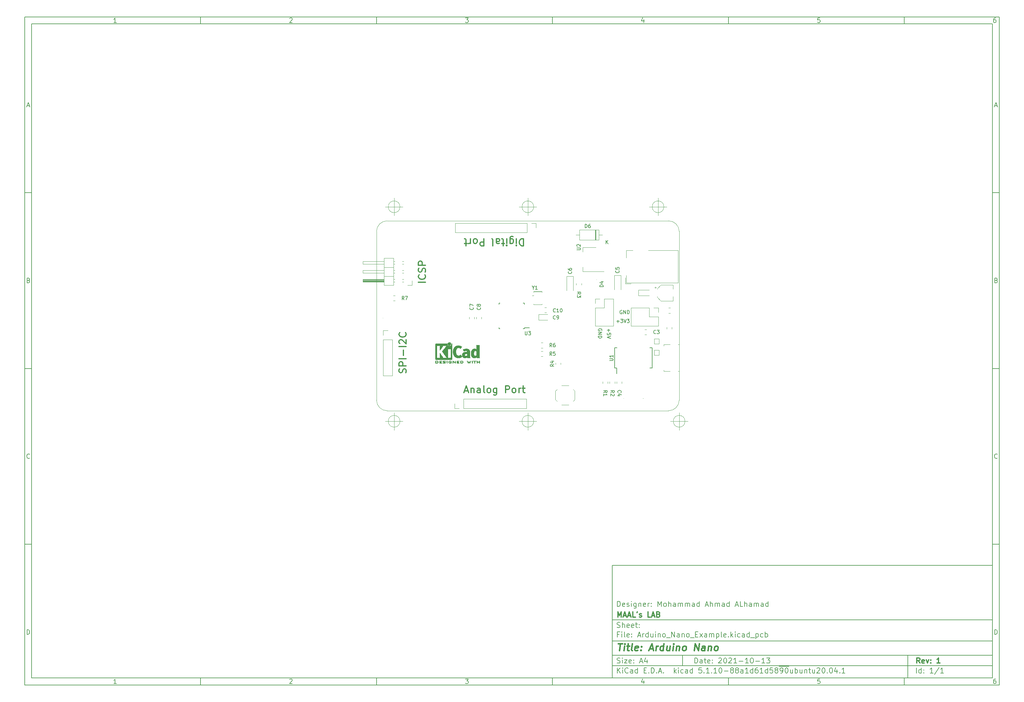
<source format=gbr>
%TF.GenerationSoftware,KiCad,Pcbnew,5.1.10-88a1d61d58~90~ubuntu20.04.1*%
%TF.CreationDate,2021-10-13T17:16:21+03:00*%
%TF.ProjectId,Arduino_Nano_Example,41726475-696e-46f5-9f4e-616e6f5f4578,1*%
%TF.SameCoordinates,Original*%
%TF.FileFunction,Legend,Top*%
%TF.FilePolarity,Positive*%
%FSLAX46Y46*%
G04 Gerber Fmt 4.6, Leading zero omitted, Abs format (unit mm)*
G04 Created by KiCad (PCBNEW 5.1.10-88a1d61d58~90~ubuntu20.04.1) date 2021-10-13 17:16:21*
%MOMM*%
%LPD*%
G01*
G04 APERTURE LIST*
%ADD10C,0.100000*%
%ADD11C,0.150000*%
%ADD12C,0.300000*%
%ADD13C,0.400000*%
%TA.AperFunction,Profile*%
%ADD14C,0.050000*%
%TD*%
%ADD15C,0.010000*%
%ADD16C,0.120000*%
G04 APERTURE END LIST*
D10*
D11*
X177002200Y-166007200D02*
X177002200Y-198007200D01*
X285002200Y-198007200D01*
X285002200Y-166007200D01*
X177002200Y-166007200D01*
D10*
D11*
X10000000Y-10000000D02*
X10000000Y-200007200D01*
X287002200Y-200007200D01*
X287002200Y-10000000D01*
X10000000Y-10000000D01*
D10*
D11*
X12000000Y-12000000D02*
X12000000Y-198007200D01*
X285002200Y-198007200D01*
X285002200Y-12000000D01*
X12000000Y-12000000D01*
D10*
D11*
X60000000Y-12000000D02*
X60000000Y-10000000D01*
D10*
D11*
X110000000Y-12000000D02*
X110000000Y-10000000D01*
D10*
D11*
X160000000Y-12000000D02*
X160000000Y-10000000D01*
D10*
D11*
X210000000Y-12000000D02*
X210000000Y-10000000D01*
D10*
D11*
X260000000Y-12000000D02*
X260000000Y-10000000D01*
D10*
D11*
X36065476Y-11588095D02*
X35322619Y-11588095D01*
X35694047Y-11588095D02*
X35694047Y-10288095D01*
X35570238Y-10473809D01*
X35446428Y-10597619D01*
X35322619Y-10659523D01*
D10*
D11*
X85322619Y-10411904D02*
X85384523Y-10350000D01*
X85508333Y-10288095D01*
X85817857Y-10288095D01*
X85941666Y-10350000D01*
X86003571Y-10411904D01*
X86065476Y-10535714D01*
X86065476Y-10659523D01*
X86003571Y-10845238D01*
X85260714Y-11588095D01*
X86065476Y-11588095D01*
D10*
D11*
X135260714Y-10288095D02*
X136065476Y-10288095D01*
X135632142Y-10783333D01*
X135817857Y-10783333D01*
X135941666Y-10845238D01*
X136003571Y-10907142D01*
X136065476Y-11030952D01*
X136065476Y-11340476D01*
X136003571Y-11464285D01*
X135941666Y-11526190D01*
X135817857Y-11588095D01*
X135446428Y-11588095D01*
X135322619Y-11526190D01*
X135260714Y-11464285D01*
D10*
D11*
X185941666Y-10721428D02*
X185941666Y-11588095D01*
X185632142Y-10226190D02*
X185322619Y-11154761D01*
X186127380Y-11154761D01*
D10*
D11*
X236003571Y-10288095D02*
X235384523Y-10288095D01*
X235322619Y-10907142D01*
X235384523Y-10845238D01*
X235508333Y-10783333D01*
X235817857Y-10783333D01*
X235941666Y-10845238D01*
X236003571Y-10907142D01*
X236065476Y-11030952D01*
X236065476Y-11340476D01*
X236003571Y-11464285D01*
X235941666Y-11526190D01*
X235817857Y-11588095D01*
X235508333Y-11588095D01*
X235384523Y-11526190D01*
X235322619Y-11464285D01*
D10*
D11*
X285941666Y-10288095D02*
X285694047Y-10288095D01*
X285570238Y-10350000D01*
X285508333Y-10411904D01*
X285384523Y-10597619D01*
X285322619Y-10845238D01*
X285322619Y-11340476D01*
X285384523Y-11464285D01*
X285446428Y-11526190D01*
X285570238Y-11588095D01*
X285817857Y-11588095D01*
X285941666Y-11526190D01*
X286003571Y-11464285D01*
X286065476Y-11340476D01*
X286065476Y-11030952D01*
X286003571Y-10907142D01*
X285941666Y-10845238D01*
X285817857Y-10783333D01*
X285570238Y-10783333D01*
X285446428Y-10845238D01*
X285384523Y-10907142D01*
X285322619Y-11030952D01*
D10*
D11*
X60000000Y-198007200D02*
X60000000Y-200007200D01*
D10*
D11*
X110000000Y-198007200D02*
X110000000Y-200007200D01*
D10*
D11*
X160000000Y-198007200D02*
X160000000Y-200007200D01*
D10*
D11*
X210000000Y-198007200D02*
X210000000Y-200007200D01*
D10*
D11*
X260000000Y-198007200D02*
X260000000Y-200007200D01*
D10*
D11*
X36065476Y-199595295D02*
X35322619Y-199595295D01*
X35694047Y-199595295D02*
X35694047Y-198295295D01*
X35570238Y-198481009D01*
X35446428Y-198604819D01*
X35322619Y-198666723D01*
D10*
D11*
X85322619Y-198419104D02*
X85384523Y-198357200D01*
X85508333Y-198295295D01*
X85817857Y-198295295D01*
X85941666Y-198357200D01*
X86003571Y-198419104D01*
X86065476Y-198542914D01*
X86065476Y-198666723D01*
X86003571Y-198852438D01*
X85260714Y-199595295D01*
X86065476Y-199595295D01*
D10*
D11*
X135260714Y-198295295D02*
X136065476Y-198295295D01*
X135632142Y-198790533D01*
X135817857Y-198790533D01*
X135941666Y-198852438D01*
X136003571Y-198914342D01*
X136065476Y-199038152D01*
X136065476Y-199347676D01*
X136003571Y-199471485D01*
X135941666Y-199533390D01*
X135817857Y-199595295D01*
X135446428Y-199595295D01*
X135322619Y-199533390D01*
X135260714Y-199471485D01*
D10*
D11*
X185941666Y-198728628D02*
X185941666Y-199595295D01*
X185632142Y-198233390D02*
X185322619Y-199161961D01*
X186127380Y-199161961D01*
D10*
D11*
X236003571Y-198295295D02*
X235384523Y-198295295D01*
X235322619Y-198914342D01*
X235384523Y-198852438D01*
X235508333Y-198790533D01*
X235817857Y-198790533D01*
X235941666Y-198852438D01*
X236003571Y-198914342D01*
X236065476Y-199038152D01*
X236065476Y-199347676D01*
X236003571Y-199471485D01*
X235941666Y-199533390D01*
X235817857Y-199595295D01*
X235508333Y-199595295D01*
X235384523Y-199533390D01*
X235322619Y-199471485D01*
D10*
D11*
X285941666Y-198295295D02*
X285694047Y-198295295D01*
X285570238Y-198357200D01*
X285508333Y-198419104D01*
X285384523Y-198604819D01*
X285322619Y-198852438D01*
X285322619Y-199347676D01*
X285384523Y-199471485D01*
X285446428Y-199533390D01*
X285570238Y-199595295D01*
X285817857Y-199595295D01*
X285941666Y-199533390D01*
X286003571Y-199471485D01*
X286065476Y-199347676D01*
X286065476Y-199038152D01*
X286003571Y-198914342D01*
X285941666Y-198852438D01*
X285817857Y-198790533D01*
X285570238Y-198790533D01*
X285446428Y-198852438D01*
X285384523Y-198914342D01*
X285322619Y-199038152D01*
D10*
D11*
X10000000Y-60000000D02*
X12000000Y-60000000D01*
D10*
D11*
X10000000Y-110000000D02*
X12000000Y-110000000D01*
D10*
D11*
X10000000Y-160000000D02*
X12000000Y-160000000D01*
D10*
D11*
X10690476Y-35216666D02*
X11309523Y-35216666D01*
X10566666Y-35588095D02*
X11000000Y-34288095D01*
X11433333Y-35588095D01*
D10*
D11*
X11092857Y-84907142D02*
X11278571Y-84969047D01*
X11340476Y-85030952D01*
X11402380Y-85154761D01*
X11402380Y-85340476D01*
X11340476Y-85464285D01*
X11278571Y-85526190D01*
X11154761Y-85588095D01*
X10659523Y-85588095D01*
X10659523Y-84288095D01*
X11092857Y-84288095D01*
X11216666Y-84350000D01*
X11278571Y-84411904D01*
X11340476Y-84535714D01*
X11340476Y-84659523D01*
X11278571Y-84783333D01*
X11216666Y-84845238D01*
X11092857Y-84907142D01*
X10659523Y-84907142D01*
D10*
D11*
X11402380Y-135464285D02*
X11340476Y-135526190D01*
X11154761Y-135588095D01*
X11030952Y-135588095D01*
X10845238Y-135526190D01*
X10721428Y-135402380D01*
X10659523Y-135278571D01*
X10597619Y-135030952D01*
X10597619Y-134845238D01*
X10659523Y-134597619D01*
X10721428Y-134473809D01*
X10845238Y-134350000D01*
X11030952Y-134288095D01*
X11154761Y-134288095D01*
X11340476Y-134350000D01*
X11402380Y-134411904D01*
D10*
D11*
X10659523Y-185588095D02*
X10659523Y-184288095D01*
X10969047Y-184288095D01*
X11154761Y-184350000D01*
X11278571Y-184473809D01*
X11340476Y-184597619D01*
X11402380Y-184845238D01*
X11402380Y-185030952D01*
X11340476Y-185278571D01*
X11278571Y-185402380D01*
X11154761Y-185526190D01*
X10969047Y-185588095D01*
X10659523Y-185588095D01*
D10*
D11*
X287002200Y-60000000D02*
X285002200Y-60000000D01*
D10*
D11*
X287002200Y-110000000D02*
X285002200Y-110000000D01*
D10*
D11*
X287002200Y-160000000D02*
X285002200Y-160000000D01*
D10*
D11*
X285692676Y-35216666D02*
X286311723Y-35216666D01*
X285568866Y-35588095D02*
X286002200Y-34288095D01*
X286435533Y-35588095D01*
D10*
D11*
X286095057Y-84907142D02*
X286280771Y-84969047D01*
X286342676Y-85030952D01*
X286404580Y-85154761D01*
X286404580Y-85340476D01*
X286342676Y-85464285D01*
X286280771Y-85526190D01*
X286156961Y-85588095D01*
X285661723Y-85588095D01*
X285661723Y-84288095D01*
X286095057Y-84288095D01*
X286218866Y-84350000D01*
X286280771Y-84411904D01*
X286342676Y-84535714D01*
X286342676Y-84659523D01*
X286280771Y-84783333D01*
X286218866Y-84845238D01*
X286095057Y-84907142D01*
X285661723Y-84907142D01*
D10*
D11*
X286404580Y-135464285D02*
X286342676Y-135526190D01*
X286156961Y-135588095D01*
X286033152Y-135588095D01*
X285847438Y-135526190D01*
X285723628Y-135402380D01*
X285661723Y-135278571D01*
X285599819Y-135030952D01*
X285599819Y-134845238D01*
X285661723Y-134597619D01*
X285723628Y-134473809D01*
X285847438Y-134350000D01*
X286033152Y-134288095D01*
X286156961Y-134288095D01*
X286342676Y-134350000D01*
X286404580Y-134411904D01*
D10*
D11*
X285661723Y-185588095D02*
X285661723Y-184288095D01*
X285971247Y-184288095D01*
X286156961Y-184350000D01*
X286280771Y-184473809D01*
X286342676Y-184597619D01*
X286404580Y-184845238D01*
X286404580Y-185030952D01*
X286342676Y-185278571D01*
X286280771Y-185402380D01*
X286156961Y-185526190D01*
X285971247Y-185588095D01*
X285661723Y-185588095D01*
D10*
D11*
X200434342Y-193785771D02*
X200434342Y-192285771D01*
X200791485Y-192285771D01*
X201005771Y-192357200D01*
X201148628Y-192500057D01*
X201220057Y-192642914D01*
X201291485Y-192928628D01*
X201291485Y-193142914D01*
X201220057Y-193428628D01*
X201148628Y-193571485D01*
X201005771Y-193714342D01*
X200791485Y-193785771D01*
X200434342Y-193785771D01*
X202577200Y-193785771D02*
X202577200Y-193000057D01*
X202505771Y-192857200D01*
X202362914Y-192785771D01*
X202077200Y-192785771D01*
X201934342Y-192857200D01*
X202577200Y-193714342D02*
X202434342Y-193785771D01*
X202077200Y-193785771D01*
X201934342Y-193714342D01*
X201862914Y-193571485D01*
X201862914Y-193428628D01*
X201934342Y-193285771D01*
X202077200Y-193214342D01*
X202434342Y-193214342D01*
X202577200Y-193142914D01*
X203077200Y-192785771D02*
X203648628Y-192785771D01*
X203291485Y-192285771D02*
X203291485Y-193571485D01*
X203362914Y-193714342D01*
X203505771Y-193785771D01*
X203648628Y-193785771D01*
X204720057Y-193714342D02*
X204577200Y-193785771D01*
X204291485Y-193785771D01*
X204148628Y-193714342D01*
X204077200Y-193571485D01*
X204077200Y-193000057D01*
X204148628Y-192857200D01*
X204291485Y-192785771D01*
X204577200Y-192785771D01*
X204720057Y-192857200D01*
X204791485Y-193000057D01*
X204791485Y-193142914D01*
X204077200Y-193285771D01*
X205434342Y-193642914D02*
X205505771Y-193714342D01*
X205434342Y-193785771D01*
X205362914Y-193714342D01*
X205434342Y-193642914D01*
X205434342Y-193785771D01*
X205434342Y-192857200D02*
X205505771Y-192928628D01*
X205434342Y-193000057D01*
X205362914Y-192928628D01*
X205434342Y-192857200D01*
X205434342Y-193000057D01*
X207220057Y-192428628D02*
X207291485Y-192357200D01*
X207434342Y-192285771D01*
X207791485Y-192285771D01*
X207934342Y-192357200D01*
X208005771Y-192428628D01*
X208077200Y-192571485D01*
X208077200Y-192714342D01*
X208005771Y-192928628D01*
X207148628Y-193785771D01*
X208077200Y-193785771D01*
X209005771Y-192285771D02*
X209148628Y-192285771D01*
X209291485Y-192357200D01*
X209362914Y-192428628D01*
X209434342Y-192571485D01*
X209505771Y-192857200D01*
X209505771Y-193214342D01*
X209434342Y-193500057D01*
X209362914Y-193642914D01*
X209291485Y-193714342D01*
X209148628Y-193785771D01*
X209005771Y-193785771D01*
X208862914Y-193714342D01*
X208791485Y-193642914D01*
X208720057Y-193500057D01*
X208648628Y-193214342D01*
X208648628Y-192857200D01*
X208720057Y-192571485D01*
X208791485Y-192428628D01*
X208862914Y-192357200D01*
X209005771Y-192285771D01*
X210077200Y-192428628D02*
X210148628Y-192357200D01*
X210291485Y-192285771D01*
X210648628Y-192285771D01*
X210791485Y-192357200D01*
X210862914Y-192428628D01*
X210934342Y-192571485D01*
X210934342Y-192714342D01*
X210862914Y-192928628D01*
X210005771Y-193785771D01*
X210934342Y-193785771D01*
X212362914Y-193785771D02*
X211505771Y-193785771D01*
X211934342Y-193785771D02*
X211934342Y-192285771D01*
X211791485Y-192500057D01*
X211648628Y-192642914D01*
X211505771Y-192714342D01*
X213005771Y-193214342D02*
X214148628Y-193214342D01*
X215648628Y-193785771D02*
X214791485Y-193785771D01*
X215220057Y-193785771D02*
X215220057Y-192285771D01*
X215077200Y-192500057D01*
X214934342Y-192642914D01*
X214791485Y-192714342D01*
X216577200Y-192285771D02*
X216720057Y-192285771D01*
X216862914Y-192357200D01*
X216934342Y-192428628D01*
X217005771Y-192571485D01*
X217077200Y-192857200D01*
X217077200Y-193214342D01*
X217005771Y-193500057D01*
X216934342Y-193642914D01*
X216862914Y-193714342D01*
X216720057Y-193785771D01*
X216577200Y-193785771D01*
X216434342Y-193714342D01*
X216362914Y-193642914D01*
X216291485Y-193500057D01*
X216220057Y-193214342D01*
X216220057Y-192857200D01*
X216291485Y-192571485D01*
X216362914Y-192428628D01*
X216434342Y-192357200D01*
X216577200Y-192285771D01*
X217720057Y-193214342D02*
X218862914Y-193214342D01*
X220362914Y-193785771D02*
X219505771Y-193785771D01*
X219934342Y-193785771D02*
X219934342Y-192285771D01*
X219791485Y-192500057D01*
X219648628Y-192642914D01*
X219505771Y-192714342D01*
X220862914Y-192285771D02*
X221791485Y-192285771D01*
X221291485Y-192857200D01*
X221505771Y-192857200D01*
X221648628Y-192928628D01*
X221720057Y-193000057D01*
X221791485Y-193142914D01*
X221791485Y-193500057D01*
X221720057Y-193642914D01*
X221648628Y-193714342D01*
X221505771Y-193785771D01*
X221077200Y-193785771D01*
X220934342Y-193714342D01*
X220862914Y-193642914D01*
D10*
D11*
X177002200Y-194507200D02*
X285002200Y-194507200D01*
D10*
D11*
X178434342Y-196585771D02*
X178434342Y-195085771D01*
X179291485Y-196585771D02*
X178648628Y-195728628D01*
X179291485Y-195085771D02*
X178434342Y-195942914D01*
X179934342Y-196585771D02*
X179934342Y-195585771D01*
X179934342Y-195085771D02*
X179862914Y-195157200D01*
X179934342Y-195228628D01*
X180005771Y-195157200D01*
X179934342Y-195085771D01*
X179934342Y-195228628D01*
X181505771Y-196442914D02*
X181434342Y-196514342D01*
X181220057Y-196585771D01*
X181077200Y-196585771D01*
X180862914Y-196514342D01*
X180720057Y-196371485D01*
X180648628Y-196228628D01*
X180577200Y-195942914D01*
X180577200Y-195728628D01*
X180648628Y-195442914D01*
X180720057Y-195300057D01*
X180862914Y-195157200D01*
X181077200Y-195085771D01*
X181220057Y-195085771D01*
X181434342Y-195157200D01*
X181505771Y-195228628D01*
X182791485Y-196585771D02*
X182791485Y-195800057D01*
X182720057Y-195657200D01*
X182577200Y-195585771D01*
X182291485Y-195585771D01*
X182148628Y-195657200D01*
X182791485Y-196514342D02*
X182648628Y-196585771D01*
X182291485Y-196585771D01*
X182148628Y-196514342D01*
X182077200Y-196371485D01*
X182077200Y-196228628D01*
X182148628Y-196085771D01*
X182291485Y-196014342D01*
X182648628Y-196014342D01*
X182791485Y-195942914D01*
X184148628Y-196585771D02*
X184148628Y-195085771D01*
X184148628Y-196514342D02*
X184005771Y-196585771D01*
X183720057Y-196585771D01*
X183577200Y-196514342D01*
X183505771Y-196442914D01*
X183434342Y-196300057D01*
X183434342Y-195871485D01*
X183505771Y-195728628D01*
X183577200Y-195657200D01*
X183720057Y-195585771D01*
X184005771Y-195585771D01*
X184148628Y-195657200D01*
X186005771Y-195800057D02*
X186505771Y-195800057D01*
X186720057Y-196585771D02*
X186005771Y-196585771D01*
X186005771Y-195085771D01*
X186720057Y-195085771D01*
X187362914Y-196442914D02*
X187434342Y-196514342D01*
X187362914Y-196585771D01*
X187291485Y-196514342D01*
X187362914Y-196442914D01*
X187362914Y-196585771D01*
X188077200Y-196585771D02*
X188077200Y-195085771D01*
X188434342Y-195085771D01*
X188648628Y-195157200D01*
X188791485Y-195300057D01*
X188862914Y-195442914D01*
X188934342Y-195728628D01*
X188934342Y-195942914D01*
X188862914Y-196228628D01*
X188791485Y-196371485D01*
X188648628Y-196514342D01*
X188434342Y-196585771D01*
X188077200Y-196585771D01*
X189577200Y-196442914D02*
X189648628Y-196514342D01*
X189577200Y-196585771D01*
X189505771Y-196514342D01*
X189577200Y-196442914D01*
X189577200Y-196585771D01*
X190220057Y-196157200D02*
X190934342Y-196157200D01*
X190077200Y-196585771D02*
X190577200Y-195085771D01*
X191077200Y-196585771D01*
X191577200Y-196442914D02*
X191648628Y-196514342D01*
X191577200Y-196585771D01*
X191505771Y-196514342D01*
X191577200Y-196442914D01*
X191577200Y-196585771D01*
X194577200Y-196585771D02*
X194577200Y-195085771D01*
X194720057Y-196014342D02*
X195148628Y-196585771D01*
X195148628Y-195585771D02*
X194577200Y-196157200D01*
X195791485Y-196585771D02*
X195791485Y-195585771D01*
X195791485Y-195085771D02*
X195720057Y-195157200D01*
X195791485Y-195228628D01*
X195862914Y-195157200D01*
X195791485Y-195085771D01*
X195791485Y-195228628D01*
X197148628Y-196514342D02*
X197005771Y-196585771D01*
X196720057Y-196585771D01*
X196577200Y-196514342D01*
X196505771Y-196442914D01*
X196434342Y-196300057D01*
X196434342Y-195871485D01*
X196505771Y-195728628D01*
X196577200Y-195657200D01*
X196720057Y-195585771D01*
X197005771Y-195585771D01*
X197148628Y-195657200D01*
X198434342Y-196585771D02*
X198434342Y-195800057D01*
X198362914Y-195657200D01*
X198220057Y-195585771D01*
X197934342Y-195585771D01*
X197791485Y-195657200D01*
X198434342Y-196514342D02*
X198291485Y-196585771D01*
X197934342Y-196585771D01*
X197791485Y-196514342D01*
X197720057Y-196371485D01*
X197720057Y-196228628D01*
X197791485Y-196085771D01*
X197934342Y-196014342D01*
X198291485Y-196014342D01*
X198434342Y-195942914D01*
X199791485Y-196585771D02*
X199791485Y-195085771D01*
X199791485Y-196514342D02*
X199648628Y-196585771D01*
X199362914Y-196585771D01*
X199220057Y-196514342D01*
X199148628Y-196442914D01*
X199077200Y-196300057D01*
X199077200Y-195871485D01*
X199148628Y-195728628D01*
X199220057Y-195657200D01*
X199362914Y-195585771D01*
X199648628Y-195585771D01*
X199791485Y-195657200D01*
X202362914Y-195085771D02*
X201648628Y-195085771D01*
X201577200Y-195800057D01*
X201648628Y-195728628D01*
X201791485Y-195657200D01*
X202148628Y-195657200D01*
X202291485Y-195728628D01*
X202362914Y-195800057D01*
X202434342Y-195942914D01*
X202434342Y-196300057D01*
X202362914Y-196442914D01*
X202291485Y-196514342D01*
X202148628Y-196585771D01*
X201791485Y-196585771D01*
X201648628Y-196514342D01*
X201577200Y-196442914D01*
X203077200Y-196442914D02*
X203148628Y-196514342D01*
X203077200Y-196585771D01*
X203005771Y-196514342D01*
X203077200Y-196442914D01*
X203077200Y-196585771D01*
X204577200Y-196585771D02*
X203720057Y-196585771D01*
X204148628Y-196585771D02*
X204148628Y-195085771D01*
X204005771Y-195300057D01*
X203862914Y-195442914D01*
X203720057Y-195514342D01*
X205220057Y-196442914D02*
X205291485Y-196514342D01*
X205220057Y-196585771D01*
X205148628Y-196514342D01*
X205220057Y-196442914D01*
X205220057Y-196585771D01*
X206720057Y-196585771D02*
X205862914Y-196585771D01*
X206291485Y-196585771D02*
X206291485Y-195085771D01*
X206148628Y-195300057D01*
X206005771Y-195442914D01*
X205862914Y-195514342D01*
X207648628Y-195085771D02*
X207791485Y-195085771D01*
X207934342Y-195157200D01*
X208005771Y-195228628D01*
X208077200Y-195371485D01*
X208148628Y-195657200D01*
X208148628Y-196014342D01*
X208077200Y-196300057D01*
X208005771Y-196442914D01*
X207934342Y-196514342D01*
X207791485Y-196585771D01*
X207648628Y-196585771D01*
X207505771Y-196514342D01*
X207434342Y-196442914D01*
X207362914Y-196300057D01*
X207291485Y-196014342D01*
X207291485Y-195657200D01*
X207362914Y-195371485D01*
X207434342Y-195228628D01*
X207505771Y-195157200D01*
X207648628Y-195085771D01*
X208791485Y-196014342D02*
X209934342Y-196014342D01*
X210862914Y-195728628D02*
X210720057Y-195657200D01*
X210648628Y-195585771D01*
X210577200Y-195442914D01*
X210577200Y-195371485D01*
X210648628Y-195228628D01*
X210720057Y-195157200D01*
X210862914Y-195085771D01*
X211148628Y-195085771D01*
X211291485Y-195157200D01*
X211362914Y-195228628D01*
X211434342Y-195371485D01*
X211434342Y-195442914D01*
X211362914Y-195585771D01*
X211291485Y-195657200D01*
X211148628Y-195728628D01*
X210862914Y-195728628D01*
X210720057Y-195800057D01*
X210648628Y-195871485D01*
X210577200Y-196014342D01*
X210577200Y-196300057D01*
X210648628Y-196442914D01*
X210720057Y-196514342D01*
X210862914Y-196585771D01*
X211148628Y-196585771D01*
X211291485Y-196514342D01*
X211362914Y-196442914D01*
X211434342Y-196300057D01*
X211434342Y-196014342D01*
X211362914Y-195871485D01*
X211291485Y-195800057D01*
X211148628Y-195728628D01*
X212291485Y-195728628D02*
X212148628Y-195657200D01*
X212077200Y-195585771D01*
X212005771Y-195442914D01*
X212005771Y-195371485D01*
X212077200Y-195228628D01*
X212148628Y-195157200D01*
X212291485Y-195085771D01*
X212577200Y-195085771D01*
X212720057Y-195157200D01*
X212791485Y-195228628D01*
X212862914Y-195371485D01*
X212862914Y-195442914D01*
X212791485Y-195585771D01*
X212720057Y-195657200D01*
X212577200Y-195728628D01*
X212291485Y-195728628D01*
X212148628Y-195800057D01*
X212077200Y-195871485D01*
X212005771Y-196014342D01*
X212005771Y-196300057D01*
X212077200Y-196442914D01*
X212148628Y-196514342D01*
X212291485Y-196585771D01*
X212577200Y-196585771D01*
X212720057Y-196514342D01*
X212791485Y-196442914D01*
X212862914Y-196300057D01*
X212862914Y-196014342D01*
X212791485Y-195871485D01*
X212720057Y-195800057D01*
X212577200Y-195728628D01*
X214148628Y-196585771D02*
X214148628Y-195800057D01*
X214077200Y-195657200D01*
X213934342Y-195585771D01*
X213648628Y-195585771D01*
X213505771Y-195657200D01*
X214148628Y-196514342D02*
X214005771Y-196585771D01*
X213648628Y-196585771D01*
X213505771Y-196514342D01*
X213434342Y-196371485D01*
X213434342Y-196228628D01*
X213505771Y-196085771D01*
X213648628Y-196014342D01*
X214005771Y-196014342D01*
X214148628Y-195942914D01*
X215648628Y-196585771D02*
X214791485Y-196585771D01*
X215220057Y-196585771D02*
X215220057Y-195085771D01*
X215077200Y-195300057D01*
X214934342Y-195442914D01*
X214791485Y-195514342D01*
X216934342Y-196585771D02*
X216934342Y-195085771D01*
X216934342Y-196514342D02*
X216791485Y-196585771D01*
X216505771Y-196585771D01*
X216362914Y-196514342D01*
X216291485Y-196442914D01*
X216220057Y-196300057D01*
X216220057Y-195871485D01*
X216291485Y-195728628D01*
X216362914Y-195657200D01*
X216505771Y-195585771D01*
X216791485Y-195585771D01*
X216934342Y-195657200D01*
X218291485Y-195085771D02*
X218005771Y-195085771D01*
X217862914Y-195157200D01*
X217791485Y-195228628D01*
X217648628Y-195442914D01*
X217577200Y-195728628D01*
X217577200Y-196300057D01*
X217648628Y-196442914D01*
X217720057Y-196514342D01*
X217862914Y-196585771D01*
X218148628Y-196585771D01*
X218291485Y-196514342D01*
X218362914Y-196442914D01*
X218434342Y-196300057D01*
X218434342Y-195942914D01*
X218362914Y-195800057D01*
X218291485Y-195728628D01*
X218148628Y-195657200D01*
X217862914Y-195657200D01*
X217720057Y-195728628D01*
X217648628Y-195800057D01*
X217577200Y-195942914D01*
X219862914Y-196585771D02*
X219005771Y-196585771D01*
X219434342Y-196585771D02*
X219434342Y-195085771D01*
X219291485Y-195300057D01*
X219148628Y-195442914D01*
X219005771Y-195514342D01*
X221148628Y-196585771D02*
X221148628Y-195085771D01*
X221148628Y-196514342D02*
X221005771Y-196585771D01*
X220720057Y-196585771D01*
X220577200Y-196514342D01*
X220505771Y-196442914D01*
X220434342Y-196300057D01*
X220434342Y-195871485D01*
X220505771Y-195728628D01*
X220577200Y-195657200D01*
X220720057Y-195585771D01*
X221005771Y-195585771D01*
X221148628Y-195657200D01*
X222577200Y-195085771D02*
X221862914Y-195085771D01*
X221791485Y-195800057D01*
X221862914Y-195728628D01*
X222005771Y-195657200D01*
X222362914Y-195657200D01*
X222505771Y-195728628D01*
X222577200Y-195800057D01*
X222648628Y-195942914D01*
X222648628Y-196300057D01*
X222577200Y-196442914D01*
X222505771Y-196514342D01*
X222362914Y-196585771D01*
X222005771Y-196585771D01*
X221862914Y-196514342D01*
X221791485Y-196442914D01*
X223505771Y-195728628D02*
X223362914Y-195657200D01*
X223291485Y-195585771D01*
X223220057Y-195442914D01*
X223220057Y-195371485D01*
X223291485Y-195228628D01*
X223362914Y-195157200D01*
X223505771Y-195085771D01*
X223791485Y-195085771D01*
X223934342Y-195157200D01*
X224005771Y-195228628D01*
X224077200Y-195371485D01*
X224077200Y-195442914D01*
X224005771Y-195585771D01*
X223934342Y-195657200D01*
X223791485Y-195728628D01*
X223505771Y-195728628D01*
X223362914Y-195800057D01*
X223291485Y-195871485D01*
X223220057Y-196014342D01*
X223220057Y-196300057D01*
X223291485Y-196442914D01*
X223362914Y-196514342D01*
X223505771Y-196585771D01*
X223791485Y-196585771D01*
X223934342Y-196514342D01*
X224005771Y-196442914D01*
X224077200Y-196300057D01*
X224077200Y-196014342D01*
X224005771Y-195871485D01*
X223934342Y-195800057D01*
X223791485Y-195728628D01*
X224362914Y-194677200D02*
X225791485Y-194677200D01*
X224791485Y-196585771D02*
X225077200Y-196585771D01*
X225220057Y-196514342D01*
X225291485Y-196442914D01*
X225434342Y-196228628D01*
X225505771Y-195942914D01*
X225505771Y-195371485D01*
X225434342Y-195228628D01*
X225362914Y-195157200D01*
X225220057Y-195085771D01*
X224934342Y-195085771D01*
X224791485Y-195157200D01*
X224720057Y-195228628D01*
X224648628Y-195371485D01*
X224648628Y-195728628D01*
X224720057Y-195871485D01*
X224791485Y-195942914D01*
X224934342Y-196014342D01*
X225220057Y-196014342D01*
X225362914Y-195942914D01*
X225434342Y-195871485D01*
X225505771Y-195728628D01*
X225791485Y-194677200D02*
X227220057Y-194677200D01*
X226434342Y-195085771D02*
X226577199Y-195085771D01*
X226720057Y-195157200D01*
X226791485Y-195228628D01*
X226862914Y-195371485D01*
X226934342Y-195657200D01*
X226934342Y-196014342D01*
X226862914Y-196300057D01*
X226791485Y-196442914D01*
X226720057Y-196514342D01*
X226577199Y-196585771D01*
X226434342Y-196585771D01*
X226291485Y-196514342D01*
X226220057Y-196442914D01*
X226148628Y-196300057D01*
X226077199Y-196014342D01*
X226077199Y-195657200D01*
X226148628Y-195371485D01*
X226220057Y-195228628D01*
X226291485Y-195157200D01*
X226434342Y-195085771D01*
X228220057Y-195585771D02*
X228220057Y-196585771D01*
X227577199Y-195585771D02*
X227577199Y-196371485D01*
X227648628Y-196514342D01*
X227791485Y-196585771D01*
X228005771Y-196585771D01*
X228148628Y-196514342D01*
X228220057Y-196442914D01*
X228934342Y-196585771D02*
X228934342Y-195085771D01*
X228934342Y-195657200D02*
X229077199Y-195585771D01*
X229362914Y-195585771D01*
X229505771Y-195657200D01*
X229577199Y-195728628D01*
X229648628Y-195871485D01*
X229648628Y-196300057D01*
X229577199Y-196442914D01*
X229505771Y-196514342D01*
X229362914Y-196585771D01*
X229077199Y-196585771D01*
X228934342Y-196514342D01*
X230934342Y-195585771D02*
X230934342Y-196585771D01*
X230291485Y-195585771D02*
X230291485Y-196371485D01*
X230362914Y-196514342D01*
X230505771Y-196585771D01*
X230720057Y-196585771D01*
X230862914Y-196514342D01*
X230934342Y-196442914D01*
X231648628Y-195585771D02*
X231648628Y-196585771D01*
X231648628Y-195728628D02*
X231720057Y-195657200D01*
X231862914Y-195585771D01*
X232077199Y-195585771D01*
X232220057Y-195657200D01*
X232291485Y-195800057D01*
X232291485Y-196585771D01*
X232791485Y-195585771D02*
X233362914Y-195585771D01*
X233005771Y-195085771D02*
X233005771Y-196371485D01*
X233077199Y-196514342D01*
X233220057Y-196585771D01*
X233362914Y-196585771D01*
X234505771Y-195585771D02*
X234505771Y-196585771D01*
X233862914Y-195585771D02*
X233862914Y-196371485D01*
X233934342Y-196514342D01*
X234077200Y-196585771D01*
X234291485Y-196585771D01*
X234434342Y-196514342D01*
X234505771Y-196442914D01*
X235148628Y-195228628D02*
X235220057Y-195157200D01*
X235362914Y-195085771D01*
X235720057Y-195085771D01*
X235862914Y-195157200D01*
X235934342Y-195228628D01*
X236005771Y-195371485D01*
X236005771Y-195514342D01*
X235934342Y-195728628D01*
X235077200Y-196585771D01*
X236005771Y-196585771D01*
X236934342Y-195085771D02*
X237077199Y-195085771D01*
X237220057Y-195157200D01*
X237291485Y-195228628D01*
X237362914Y-195371485D01*
X237434342Y-195657200D01*
X237434342Y-196014342D01*
X237362914Y-196300057D01*
X237291485Y-196442914D01*
X237220057Y-196514342D01*
X237077199Y-196585771D01*
X236934342Y-196585771D01*
X236791485Y-196514342D01*
X236720057Y-196442914D01*
X236648628Y-196300057D01*
X236577199Y-196014342D01*
X236577199Y-195657200D01*
X236648628Y-195371485D01*
X236720057Y-195228628D01*
X236791485Y-195157200D01*
X236934342Y-195085771D01*
X238077199Y-196442914D02*
X238148628Y-196514342D01*
X238077199Y-196585771D01*
X238005771Y-196514342D01*
X238077199Y-196442914D01*
X238077199Y-196585771D01*
X239077199Y-195085771D02*
X239220057Y-195085771D01*
X239362914Y-195157200D01*
X239434342Y-195228628D01*
X239505771Y-195371485D01*
X239577199Y-195657200D01*
X239577199Y-196014342D01*
X239505771Y-196300057D01*
X239434342Y-196442914D01*
X239362914Y-196514342D01*
X239220057Y-196585771D01*
X239077199Y-196585771D01*
X238934342Y-196514342D01*
X238862914Y-196442914D01*
X238791485Y-196300057D01*
X238720057Y-196014342D01*
X238720057Y-195657200D01*
X238791485Y-195371485D01*
X238862914Y-195228628D01*
X238934342Y-195157200D01*
X239077199Y-195085771D01*
X240862914Y-195585771D02*
X240862914Y-196585771D01*
X240505771Y-195014342D02*
X240148628Y-196085771D01*
X241077199Y-196085771D01*
X241648628Y-196442914D02*
X241720057Y-196514342D01*
X241648628Y-196585771D01*
X241577199Y-196514342D01*
X241648628Y-196442914D01*
X241648628Y-196585771D01*
X243148628Y-196585771D02*
X242291485Y-196585771D01*
X242720057Y-196585771D02*
X242720057Y-195085771D01*
X242577199Y-195300057D01*
X242434342Y-195442914D01*
X242291485Y-195514342D01*
D10*
D11*
X177002200Y-191507200D02*
X285002200Y-191507200D01*
D10*
D12*
X264411485Y-193785771D02*
X263911485Y-193071485D01*
X263554342Y-193785771D02*
X263554342Y-192285771D01*
X264125771Y-192285771D01*
X264268628Y-192357200D01*
X264340057Y-192428628D01*
X264411485Y-192571485D01*
X264411485Y-192785771D01*
X264340057Y-192928628D01*
X264268628Y-193000057D01*
X264125771Y-193071485D01*
X263554342Y-193071485D01*
X265625771Y-193714342D02*
X265482914Y-193785771D01*
X265197200Y-193785771D01*
X265054342Y-193714342D01*
X264982914Y-193571485D01*
X264982914Y-193000057D01*
X265054342Y-192857200D01*
X265197200Y-192785771D01*
X265482914Y-192785771D01*
X265625771Y-192857200D01*
X265697200Y-193000057D01*
X265697200Y-193142914D01*
X264982914Y-193285771D01*
X266197200Y-192785771D02*
X266554342Y-193785771D01*
X266911485Y-192785771D01*
X267482914Y-193642914D02*
X267554342Y-193714342D01*
X267482914Y-193785771D01*
X267411485Y-193714342D01*
X267482914Y-193642914D01*
X267482914Y-193785771D01*
X267482914Y-192857200D02*
X267554342Y-192928628D01*
X267482914Y-193000057D01*
X267411485Y-192928628D01*
X267482914Y-192857200D01*
X267482914Y-193000057D01*
X270125771Y-193785771D02*
X269268628Y-193785771D01*
X269697200Y-193785771D02*
X269697200Y-192285771D01*
X269554342Y-192500057D01*
X269411485Y-192642914D01*
X269268628Y-192714342D01*
D10*
D11*
X178362914Y-193714342D02*
X178577200Y-193785771D01*
X178934342Y-193785771D01*
X179077200Y-193714342D01*
X179148628Y-193642914D01*
X179220057Y-193500057D01*
X179220057Y-193357200D01*
X179148628Y-193214342D01*
X179077200Y-193142914D01*
X178934342Y-193071485D01*
X178648628Y-193000057D01*
X178505771Y-192928628D01*
X178434342Y-192857200D01*
X178362914Y-192714342D01*
X178362914Y-192571485D01*
X178434342Y-192428628D01*
X178505771Y-192357200D01*
X178648628Y-192285771D01*
X179005771Y-192285771D01*
X179220057Y-192357200D01*
X179862914Y-193785771D02*
X179862914Y-192785771D01*
X179862914Y-192285771D02*
X179791485Y-192357200D01*
X179862914Y-192428628D01*
X179934342Y-192357200D01*
X179862914Y-192285771D01*
X179862914Y-192428628D01*
X180434342Y-192785771D02*
X181220057Y-192785771D01*
X180434342Y-193785771D01*
X181220057Y-193785771D01*
X182362914Y-193714342D02*
X182220057Y-193785771D01*
X181934342Y-193785771D01*
X181791485Y-193714342D01*
X181720057Y-193571485D01*
X181720057Y-193000057D01*
X181791485Y-192857200D01*
X181934342Y-192785771D01*
X182220057Y-192785771D01*
X182362914Y-192857200D01*
X182434342Y-193000057D01*
X182434342Y-193142914D01*
X181720057Y-193285771D01*
X183077200Y-193642914D02*
X183148628Y-193714342D01*
X183077200Y-193785771D01*
X183005771Y-193714342D01*
X183077200Y-193642914D01*
X183077200Y-193785771D01*
X183077200Y-192857200D02*
X183148628Y-192928628D01*
X183077200Y-193000057D01*
X183005771Y-192928628D01*
X183077200Y-192857200D01*
X183077200Y-193000057D01*
X184862914Y-193357200D02*
X185577200Y-193357200D01*
X184720057Y-193785771D02*
X185220057Y-192285771D01*
X185720057Y-193785771D01*
X186862914Y-192785771D02*
X186862914Y-193785771D01*
X186505771Y-192214342D02*
X186148628Y-193285771D01*
X187077200Y-193285771D01*
D10*
D11*
X263434342Y-196585771D02*
X263434342Y-195085771D01*
X264791485Y-196585771D02*
X264791485Y-195085771D01*
X264791485Y-196514342D02*
X264648628Y-196585771D01*
X264362914Y-196585771D01*
X264220057Y-196514342D01*
X264148628Y-196442914D01*
X264077200Y-196300057D01*
X264077200Y-195871485D01*
X264148628Y-195728628D01*
X264220057Y-195657200D01*
X264362914Y-195585771D01*
X264648628Y-195585771D01*
X264791485Y-195657200D01*
X265505771Y-196442914D02*
X265577200Y-196514342D01*
X265505771Y-196585771D01*
X265434342Y-196514342D01*
X265505771Y-196442914D01*
X265505771Y-196585771D01*
X265505771Y-195657200D02*
X265577200Y-195728628D01*
X265505771Y-195800057D01*
X265434342Y-195728628D01*
X265505771Y-195657200D01*
X265505771Y-195800057D01*
X268148628Y-196585771D02*
X267291485Y-196585771D01*
X267720057Y-196585771D02*
X267720057Y-195085771D01*
X267577200Y-195300057D01*
X267434342Y-195442914D01*
X267291485Y-195514342D01*
X269862914Y-195014342D02*
X268577200Y-196942914D01*
X271148628Y-196585771D02*
X270291485Y-196585771D01*
X270720057Y-196585771D02*
X270720057Y-195085771D01*
X270577200Y-195300057D01*
X270434342Y-195442914D01*
X270291485Y-195514342D01*
D10*
D11*
X177002200Y-187507200D02*
X285002200Y-187507200D01*
D10*
D13*
X178714580Y-188211961D02*
X179857438Y-188211961D01*
X179036009Y-190211961D02*
X179286009Y-188211961D01*
X180274104Y-190211961D02*
X180440771Y-188878628D01*
X180524104Y-188211961D02*
X180416961Y-188307200D01*
X180500295Y-188402438D01*
X180607438Y-188307200D01*
X180524104Y-188211961D01*
X180500295Y-188402438D01*
X181107438Y-188878628D02*
X181869342Y-188878628D01*
X181476485Y-188211961D02*
X181262200Y-189926247D01*
X181333628Y-190116723D01*
X181512200Y-190211961D01*
X181702676Y-190211961D01*
X182655057Y-190211961D02*
X182476485Y-190116723D01*
X182405057Y-189926247D01*
X182619342Y-188211961D01*
X184190771Y-190116723D02*
X183988390Y-190211961D01*
X183607438Y-190211961D01*
X183428866Y-190116723D01*
X183357438Y-189926247D01*
X183452676Y-189164342D01*
X183571723Y-188973866D01*
X183774104Y-188878628D01*
X184155057Y-188878628D01*
X184333628Y-188973866D01*
X184405057Y-189164342D01*
X184381247Y-189354819D01*
X183405057Y-189545295D01*
X185155057Y-190021485D02*
X185238390Y-190116723D01*
X185131247Y-190211961D01*
X185047914Y-190116723D01*
X185155057Y-190021485D01*
X185131247Y-190211961D01*
X185286009Y-188973866D02*
X185369342Y-189069104D01*
X185262200Y-189164342D01*
X185178866Y-189069104D01*
X185286009Y-188973866D01*
X185262200Y-189164342D01*
X187583628Y-189640533D02*
X188536009Y-189640533D01*
X187321723Y-190211961D02*
X188238390Y-188211961D01*
X188655057Y-190211961D01*
X189321723Y-190211961D02*
X189488390Y-188878628D01*
X189440771Y-189259580D02*
X189559819Y-189069104D01*
X189666961Y-188973866D01*
X189869342Y-188878628D01*
X190059819Y-188878628D01*
X191416961Y-190211961D02*
X191666961Y-188211961D01*
X191428866Y-190116723D02*
X191226485Y-190211961D01*
X190845533Y-190211961D01*
X190666961Y-190116723D01*
X190583628Y-190021485D01*
X190512200Y-189831009D01*
X190583628Y-189259580D01*
X190702676Y-189069104D01*
X190809819Y-188973866D01*
X191012200Y-188878628D01*
X191393152Y-188878628D01*
X191571723Y-188973866D01*
X193393152Y-188878628D02*
X193226485Y-190211961D01*
X192536009Y-188878628D02*
X192405057Y-189926247D01*
X192476485Y-190116723D01*
X192655057Y-190211961D01*
X192940771Y-190211961D01*
X193143152Y-190116723D01*
X193250295Y-190021485D01*
X194178866Y-190211961D02*
X194345533Y-188878628D01*
X194428866Y-188211961D02*
X194321723Y-188307200D01*
X194405057Y-188402438D01*
X194512200Y-188307200D01*
X194428866Y-188211961D01*
X194405057Y-188402438D01*
X195297914Y-188878628D02*
X195131247Y-190211961D01*
X195274104Y-189069104D02*
X195381247Y-188973866D01*
X195583628Y-188878628D01*
X195869342Y-188878628D01*
X196047914Y-188973866D01*
X196119342Y-189164342D01*
X195988390Y-190211961D01*
X197226485Y-190211961D02*
X197047914Y-190116723D01*
X196964580Y-190021485D01*
X196893152Y-189831009D01*
X196964580Y-189259580D01*
X197083628Y-189069104D01*
X197190771Y-188973866D01*
X197393152Y-188878628D01*
X197678866Y-188878628D01*
X197857438Y-188973866D01*
X197940771Y-189069104D01*
X198012200Y-189259580D01*
X197940771Y-189831009D01*
X197821723Y-190021485D01*
X197714580Y-190116723D01*
X197512200Y-190211961D01*
X197226485Y-190211961D01*
X200274104Y-190211961D02*
X200524104Y-188211961D01*
X201416961Y-190211961D01*
X201666961Y-188211961D01*
X203226485Y-190211961D02*
X203357438Y-189164342D01*
X203286009Y-188973866D01*
X203107438Y-188878628D01*
X202726485Y-188878628D01*
X202524104Y-188973866D01*
X203238390Y-190116723D02*
X203036009Y-190211961D01*
X202559819Y-190211961D01*
X202381247Y-190116723D01*
X202309819Y-189926247D01*
X202333628Y-189735771D01*
X202452676Y-189545295D01*
X202655057Y-189450057D01*
X203131247Y-189450057D01*
X203333628Y-189354819D01*
X204345533Y-188878628D02*
X204178866Y-190211961D01*
X204321723Y-189069104D02*
X204428866Y-188973866D01*
X204631247Y-188878628D01*
X204916961Y-188878628D01*
X205095533Y-188973866D01*
X205166961Y-189164342D01*
X205036009Y-190211961D01*
X206274104Y-190211961D02*
X206095533Y-190116723D01*
X206012200Y-190021485D01*
X205940771Y-189831009D01*
X206012200Y-189259580D01*
X206131247Y-189069104D01*
X206238390Y-188973866D01*
X206440771Y-188878628D01*
X206726485Y-188878628D01*
X206905057Y-188973866D01*
X206988390Y-189069104D01*
X207059819Y-189259580D01*
X206988390Y-189831009D01*
X206869342Y-190021485D01*
X206762200Y-190116723D01*
X206559819Y-190211961D01*
X206274104Y-190211961D01*
D10*
D11*
X178934342Y-185600057D02*
X178434342Y-185600057D01*
X178434342Y-186385771D02*
X178434342Y-184885771D01*
X179148628Y-184885771D01*
X179720057Y-186385771D02*
X179720057Y-185385771D01*
X179720057Y-184885771D02*
X179648628Y-184957200D01*
X179720057Y-185028628D01*
X179791485Y-184957200D01*
X179720057Y-184885771D01*
X179720057Y-185028628D01*
X180648628Y-186385771D02*
X180505771Y-186314342D01*
X180434342Y-186171485D01*
X180434342Y-184885771D01*
X181791485Y-186314342D02*
X181648628Y-186385771D01*
X181362914Y-186385771D01*
X181220057Y-186314342D01*
X181148628Y-186171485D01*
X181148628Y-185600057D01*
X181220057Y-185457200D01*
X181362914Y-185385771D01*
X181648628Y-185385771D01*
X181791485Y-185457200D01*
X181862914Y-185600057D01*
X181862914Y-185742914D01*
X181148628Y-185885771D01*
X182505771Y-186242914D02*
X182577200Y-186314342D01*
X182505771Y-186385771D01*
X182434342Y-186314342D01*
X182505771Y-186242914D01*
X182505771Y-186385771D01*
X182505771Y-185457200D02*
X182577200Y-185528628D01*
X182505771Y-185600057D01*
X182434342Y-185528628D01*
X182505771Y-185457200D01*
X182505771Y-185600057D01*
X184291485Y-185957200D02*
X185005771Y-185957200D01*
X184148628Y-186385771D02*
X184648628Y-184885771D01*
X185148628Y-186385771D01*
X185648628Y-186385771D02*
X185648628Y-185385771D01*
X185648628Y-185671485D02*
X185720057Y-185528628D01*
X185791485Y-185457200D01*
X185934342Y-185385771D01*
X186077200Y-185385771D01*
X187220057Y-186385771D02*
X187220057Y-184885771D01*
X187220057Y-186314342D02*
X187077200Y-186385771D01*
X186791485Y-186385771D01*
X186648628Y-186314342D01*
X186577200Y-186242914D01*
X186505771Y-186100057D01*
X186505771Y-185671485D01*
X186577200Y-185528628D01*
X186648628Y-185457200D01*
X186791485Y-185385771D01*
X187077200Y-185385771D01*
X187220057Y-185457200D01*
X188577200Y-185385771D02*
X188577200Y-186385771D01*
X187934342Y-185385771D02*
X187934342Y-186171485D01*
X188005771Y-186314342D01*
X188148628Y-186385771D01*
X188362914Y-186385771D01*
X188505771Y-186314342D01*
X188577200Y-186242914D01*
X189291485Y-186385771D02*
X189291485Y-185385771D01*
X189291485Y-184885771D02*
X189220057Y-184957200D01*
X189291485Y-185028628D01*
X189362914Y-184957200D01*
X189291485Y-184885771D01*
X189291485Y-185028628D01*
X190005771Y-185385771D02*
X190005771Y-186385771D01*
X190005771Y-185528628D02*
X190077200Y-185457200D01*
X190220057Y-185385771D01*
X190434342Y-185385771D01*
X190577200Y-185457200D01*
X190648628Y-185600057D01*
X190648628Y-186385771D01*
X191577200Y-186385771D02*
X191434342Y-186314342D01*
X191362914Y-186242914D01*
X191291485Y-186100057D01*
X191291485Y-185671485D01*
X191362914Y-185528628D01*
X191434342Y-185457200D01*
X191577200Y-185385771D01*
X191791485Y-185385771D01*
X191934342Y-185457200D01*
X192005771Y-185528628D01*
X192077200Y-185671485D01*
X192077200Y-186100057D01*
X192005771Y-186242914D01*
X191934342Y-186314342D01*
X191791485Y-186385771D01*
X191577200Y-186385771D01*
X192362914Y-186528628D02*
X193505771Y-186528628D01*
X193862914Y-186385771D02*
X193862914Y-184885771D01*
X194720057Y-186385771D01*
X194720057Y-184885771D01*
X196077200Y-186385771D02*
X196077200Y-185600057D01*
X196005771Y-185457200D01*
X195862914Y-185385771D01*
X195577200Y-185385771D01*
X195434342Y-185457200D01*
X196077200Y-186314342D02*
X195934342Y-186385771D01*
X195577200Y-186385771D01*
X195434342Y-186314342D01*
X195362914Y-186171485D01*
X195362914Y-186028628D01*
X195434342Y-185885771D01*
X195577200Y-185814342D01*
X195934342Y-185814342D01*
X196077200Y-185742914D01*
X196791485Y-185385771D02*
X196791485Y-186385771D01*
X196791485Y-185528628D02*
X196862914Y-185457200D01*
X197005771Y-185385771D01*
X197220057Y-185385771D01*
X197362914Y-185457200D01*
X197434342Y-185600057D01*
X197434342Y-186385771D01*
X198362914Y-186385771D02*
X198220057Y-186314342D01*
X198148628Y-186242914D01*
X198077200Y-186100057D01*
X198077200Y-185671485D01*
X198148628Y-185528628D01*
X198220057Y-185457200D01*
X198362914Y-185385771D01*
X198577200Y-185385771D01*
X198720057Y-185457200D01*
X198791485Y-185528628D01*
X198862914Y-185671485D01*
X198862914Y-186100057D01*
X198791485Y-186242914D01*
X198720057Y-186314342D01*
X198577200Y-186385771D01*
X198362914Y-186385771D01*
X199148628Y-186528628D02*
X200291485Y-186528628D01*
X200648628Y-185600057D02*
X201148628Y-185600057D01*
X201362914Y-186385771D02*
X200648628Y-186385771D01*
X200648628Y-184885771D01*
X201362914Y-184885771D01*
X201862914Y-186385771D02*
X202648628Y-185385771D01*
X201862914Y-185385771D02*
X202648628Y-186385771D01*
X203862914Y-186385771D02*
X203862914Y-185600057D01*
X203791485Y-185457200D01*
X203648628Y-185385771D01*
X203362914Y-185385771D01*
X203220057Y-185457200D01*
X203862914Y-186314342D02*
X203720057Y-186385771D01*
X203362914Y-186385771D01*
X203220057Y-186314342D01*
X203148628Y-186171485D01*
X203148628Y-186028628D01*
X203220057Y-185885771D01*
X203362914Y-185814342D01*
X203720057Y-185814342D01*
X203862914Y-185742914D01*
X204577200Y-186385771D02*
X204577200Y-185385771D01*
X204577200Y-185528628D02*
X204648628Y-185457200D01*
X204791485Y-185385771D01*
X205005771Y-185385771D01*
X205148628Y-185457200D01*
X205220057Y-185600057D01*
X205220057Y-186385771D01*
X205220057Y-185600057D02*
X205291485Y-185457200D01*
X205434342Y-185385771D01*
X205648628Y-185385771D01*
X205791485Y-185457200D01*
X205862914Y-185600057D01*
X205862914Y-186385771D01*
X206577200Y-185385771D02*
X206577200Y-186885771D01*
X206577200Y-185457200D02*
X206720057Y-185385771D01*
X207005771Y-185385771D01*
X207148628Y-185457200D01*
X207220057Y-185528628D01*
X207291485Y-185671485D01*
X207291485Y-186100057D01*
X207220057Y-186242914D01*
X207148628Y-186314342D01*
X207005771Y-186385771D01*
X206720057Y-186385771D01*
X206577200Y-186314342D01*
X208148628Y-186385771D02*
X208005771Y-186314342D01*
X207934342Y-186171485D01*
X207934342Y-184885771D01*
X209291485Y-186314342D02*
X209148628Y-186385771D01*
X208862914Y-186385771D01*
X208720057Y-186314342D01*
X208648628Y-186171485D01*
X208648628Y-185600057D01*
X208720057Y-185457200D01*
X208862914Y-185385771D01*
X209148628Y-185385771D01*
X209291485Y-185457200D01*
X209362914Y-185600057D01*
X209362914Y-185742914D01*
X208648628Y-185885771D01*
X210005771Y-186242914D02*
X210077200Y-186314342D01*
X210005771Y-186385771D01*
X209934342Y-186314342D01*
X210005771Y-186242914D01*
X210005771Y-186385771D01*
X210720057Y-186385771D02*
X210720057Y-184885771D01*
X210862914Y-185814342D02*
X211291485Y-186385771D01*
X211291485Y-185385771D02*
X210720057Y-185957200D01*
X211934342Y-186385771D02*
X211934342Y-185385771D01*
X211934342Y-184885771D02*
X211862914Y-184957200D01*
X211934342Y-185028628D01*
X212005771Y-184957200D01*
X211934342Y-184885771D01*
X211934342Y-185028628D01*
X213291485Y-186314342D02*
X213148628Y-186385771D01*
X212862914Y-186385771D01*
X212720057Y-186314342D01*
X212648628Y-186242914D01*
X212577200Y-186100057D01*
X212577200Y-185671485D01*
X212648628Y-185528628D01*
X212720057Y-185457200D01*
X212862914Y-185385771D01*
X213148628Y-185385771D01*
X213291485Y-185457200D01*
X214577200Y-186385771D02*
X214577200Y-185600057D01*
X214505771Y-185457200D01*
X214362914Y-185385771D01*
X214077200Y-185385771D01*
X213934342Y-185457200D01*
X214577200Y-186314342D02*
X214434342Y-186385771D01*
X214077200Y-186385771D01*
X213934342Y-186314342D01*
X213862914Y-186171485D01*
X213862914Y-186028628D01*
X213934342Y-185885771D01*
X214077200Y-185814342D01*
X214434342Y-185814342D01*
X214577200Y-185742914D01*
X215934342Y-186385771D02*
X215934342Y-184885771D01*
X215934342Y-186314342D02*
X215791485Y-186385771D01*
X215505771Y-186385771D01*
X215362914Y-186314342D01*
X215291485Y-186242914D01*
X215220057Y-186100057D01*
X215220057Y-185671485D01*
X215291485Y-185528628D01*
X215362914Y-185457200D01*
X215505771Y-185385771D01*
X215791485Y-185385771D01*
X215934342Y-185457200D01*
X216291485Y-186528628D02*
X217434342Y-186528628D01*
X217791485Y-185385771D02*
X217791485Y-186885771D01*
X217791485Y-185457200D02*
X217934342Y-185385771D01*
X218220057Y-185385771D01*
X218362914Y-185457200D01*
X218434342Y-185528628D01*
X218505771Y-185671485D01*
X218505771Y-186100057D01*
X218434342Y-186242914D01*
X218362914Y-186314342D01*
X218220057Y-186385771D01*
X217934342Y-186385771D01*
X217791485Y-186314342D01*
X219791485Y-186314342D02*
X219648628Y-186385771D01*
X219362914Y-186385771D01*
X219220057Y-186314342D01*
X219148628Y-186242914D01*
X219077200Y-186100057D01*
X219077200Y-185671485D01*
X219148628Y-185528628D01*
X219220057Y-185457200D01*
X219362914Y-185385771D01*
X219648628Y-185385771D01*
X219791485Y-185457200D01*
X220434342Y-186385771D02*
X220434342Y-184885771D01*
X220434342Y-185457200D02*
X220577200Y-185385771D01*
X220862914Y-185385771D01*
X221005771Y-185457200D01*
X221077200Y-185528628D01*
X221148628Y-185671485D01*
X221148628Y-186100057D01*
X221077200Y-186242914D01*
X221005771Y-186314342D01*
X220862914Y-186385771D01*
X220577200Y-186385771D01*
X220434342Y-186314342D01*
D10*
D11*
X177002200Y-181507200D02*
X285002200Y-181507200D01*
D10*
D11*
X178362914Y-183614342D02*
X178577200Y-183685771D01*
X178934342Y-183685771D01*
X179077200Y-183614342D01*
X179148628Y-183542914D01*
X179220057Y-183400057D01*
X179220057Y-183257200D01*
X179148628Y-183114342D01*
X179077200Y-183042914D01*
X178934342Y-182971485D01*
X178648628Y-182900057D01*
X178505771Y-182828628D01*
X178434342Y-182757200D01*
X178362914Y-182614342D01*
X178362914Y-182471485D01*
X178434342Y-182328628D01*
X178505771Y-182257200D01*
X178648628Y-182185771D01*
X179005771Y-182185771D01*
X179220057Y-182257200D01*
X179862914Y-183685771D02*
X179862914Y-182185771D01*
X180505771Y-183685771D02*
X180505771Y-182900057D01*
X180434342Y-182757200D01*
X180291485Y-182685771D01*
X180077200Y-182685771D01*
X179934342Y-182757200D01*
X179862914Y-182828628D01*
X181791485Y-183614342D02*
X181648628Y-183685771D01*
X181362914Y-183685771D01*
X181220057Y-183614342D01*
X181148628Y-183471485D01*
X181148628Y-182900057D01*
X181220057Y-182757200D01*
X181362914Y-182685771D01*
X181648628Y-182685771D01*
X181791485Y-182757200D01*
X181862914Y-182900057D01*
X181862914Y-183042914D01*
X181148628Y-183185771D01*
X183077200Y-183614342D02*
X182934342Y-183685771D01*
X182648628Y-183685771D01*
X182505771Y-183614342D01*
X182434342Y-183471485D01*
X182434342Y-182900057D01*
X182505771Y-182757200D01*
X182648628Y-182685771D01*
X182934342Y-182685771D01*
X183077200Y-182757200D01*
X183148628Y-182900057D01*
X183148628Y-183042914D01*
X182434342Y-183185771D01*
X183577200Y-182685771D02*
X184148628Y-182685771D01*
X183791485Y-182185771D02*
X183791485Y-183471485D01*
X183862914Y-183614342D01*
X184005771Y-183685771D01*
X184148628Y-183685771D01*
X184648628Y-183542914D02*
X184720057Y-183614342D01*
X184648628Y-183685771D01*
X184577200Y-183614342D01*
X184648628Y-183542914D01*
X184648628Y-183685771D01*
X184648628Y-182757200D02*
X184720057Y-182828628D01*
X184648628Y-182900057D01*
X184577200Y-182828628D01*
X184648628Y-182757200D01*
X184648628Y-182900057D01*
D10*
D12*
X178554342Y-180685771D02*
X178554342Y-179185771D01*
X179054342Y-180257200D01*
X179554342Y-179185771D01*
X179554342Y-180685771D01*
X180197200Y-180257200D02*
X180911485Y-180257200D01*
X180054342Y-180685771D02*
X180554342Y-179185771D01*
X181054342Y-180685771D01*
X181482914Y-180257200D02*
X182197200Y-180257200D01*
X181340057Y-180685771D02*
X181840057Y-179185771D01*
X182340057Y-180685771D01*
X183554342Y-180685771D02*
X182840057Y-180685771D01*
X182840057Y-179185771D01*
X184125771Y-179185771D02*
X183982914Y-179471485D01*
X184697200Y-180614342D02*
X184840057Y-180685771D01*
X185125771Y-180685771D01*
X185268628Y-180614342D01*
X185340057Y-180471485D01*
X185340057Y-180400057D01*
X185268628Y-180257200D01*
X185125771Y-180185771D01*
X184911485Y-180185771D01*
X184768628Y-180114342D01*
X184697200Y-179971485D01*
X184697200Y-179900057D01*
X184768628Y-179757200D01*
X184911485Y-179685771D01*
X185125771Y-179685771D01*
X185268628Y-179757200D01*
X187840057Y-180685771D02*
X187125771Y-180685771D01*
X187125771Y-179185771D01*
X188268628Y-180257200D02*
X188982914Y-180257200D01*
X188125771Y-180685771D02*
X188625771Y-179185771D01*
X189125771Y-180685771D01*
X190125771Y-179900057D02*
X190340057Y-179971485D01*
X190411485Y-180042914D01*
X190482914Y-180185771D01*
X190482914Y-180400057D01*
X190411485Y-180542914D01*
X190340057Y-180614342D01*
X190197200Y-180685771D01*
X189625771Y-180685771D01*
X189625771Y-179185771D01*
X190125771Y-179185771D01*
X190268628Y-179257200D01*
X190340057Y-179328628D01*
X190411485Y-179471485D01*
X190411485Y-179614342D01*
X190340057Y-179757200D01*
X190268628Y-179828628D01*
X190125771Y-179900057D01*
X189625771Y-179900057D01*
D10*
D11*
X178434342Y-177685771D02*
X178434342Y-176185771D01*
X178791485Y-176185771D01*
X179005771Y-176257200D01*
X179148628Y-176400057D01*
X179220057Y-176542914D01*
X179291485Y-176828628D01*
X179291485Y-177042914D01*
X179220057Y-177328628D01*
X179148628Y-177471485D01*
X179005771Y-177614342D01*
X178791485Y-177685771D01*
X178434342Y-177685771D01*
X180505771Y-177614342D02*
X180362914Y-177685771D01*
X180077200Y-177685771D01*
X179934342Y-177614342D01*
X179862914Y-177471485D01*
X179862914Y-176900057D01*
X179934342Y-176757200D01*
X180077200Y-176685771D01*
X180362914Y-176685771D01*
X180505771Y-176757200D01*
X180577200Y-176900057D01*
X180577200Y-177042914D01*
X179862914Y-177185771D01*
X181148628Y-177614342D02*
X181291485Y-177685771D01*
X181577200Y-177685771D01*
X181720057Y-177614342D01*
X181791485Y-177471485D01*
X181791485Y-177400057D01*
X181720057Y-177257200D01*
X181577200Y-177185771D01*
X181362914Y-177185771D01*
X181220057Y-177114342D01*
X181148628Y-176971485D01*
X181148628Y-176900057D01*
X181220057Y-176757200D01*
X181362914Y-176685771D01*
X181577200Y-176685771D01*
X181720057Y-176757200D01*
X182434342Y-177685771D02*
X182434342Y-176685771D01*
X182434342Y-176185771D02*
X182362914Y-176257200D01*
X182434342Y-176328628D01*
X182505771Y-176257200D01*
X182434342Y-176185771D01*
X182434342Y-176328628D01*
X183791485Y-176685771D02*
X183791485Y-177900057D01*
X183720057Y-178042914D01*
X183648628Y-178114342D01*
X183505771Y-178185771D01*
X183291485Y-178185771D01*
X183148628Y-178114342D01*
X183791485Y-177614342D02*
X183648628Y-177685771D01*
X183362914Y-177685771D01*
X183220057Y-177614342D01*
X183148628Y-177542914D01*
X183077200Y-177400057D01*
X183077200Y-176971485D01*
X183148628Y-176828628D01*
X183220057Y-176757200D01*
X183362914Y-176685771D01*
X183648628Y-176685771D01*
X183791485Y-176757200D01*
X184505771Y-176685771D02*
X184505771Y-177685771D01*
X184505771Y-176828628D02*
X184577200Y-176757200D01*
X184720057Y-176685771D01*
X184934342Y-176685771D01*
X185077200Y-176757200D01*
X185148628Y-176900057D01*
X185148628Y-177685771D01*
X186434342Y-177614342D02*
X186291485Y-177685771D01*
X186005771Y-177685771D01*
X185862914Y-177614342D01*
X185791485Y-177471485D01*
X185791485Y-176900057D01*
X185862914Y-176757200D01*
X186005771Y-176685771D01*
X186291485Y-176685771D01*
X186434342Y-176757200D01*
X186505771Y-176900057D01*
X186505771Y-177042914D01*
X185791485Y-177185771D01*
X187148628Y-177685771D02*
X187148628Y-176685771D01*
X187148628Y-176971485D02*
X187220057Y-176828628D01*
X187291485Y-176757200D01*
X187434342Y-176685771D01*
X187577200Y-176685771D01*
X188077200Y-177542914D02*
X188148628Y-177614342D01*
X188077200Y-177685771D01*
X188005771Y-177614342D01*
X188077200Y-177542914D01*
X188077200Y-177685771D01*
X188077200Y-176757200D02*
X188148628Y-176828628D01*
X188077200Y-176900057D01*
X188005771Y-176828628D01*
X188077200Y-176757200D01*
X188077200Y-176900057D01*
X189934342Y-177685771D02*
X189934342Y-176185771D01*
X190434342Y-177257200D01*
X190934342Y-176185771D01*
X190934342Y-177685771D01*
X191862914Y-177685771D02*
X191720057Y-177614342D01*
X191648628Y-177542914D01*
X191577200Y-177400057D01*
X191577200Y-176971485D01*
X191648628Y-176828628D01*
X191720057Y-176757200D01*
X191862914Y-176685771D01*
X192077200Y-176685771D01*
X192220057Y-176757200D01*
X192291485Y-176828628D01*
X192362914Y-176971485D01*
X192362914Y-177400057D01*
X192291485Y-177542914D01*
X192220057Y-177614342D01*
X192077200Y-177685771D01*
X191862914Y-177685771D01*
X193005771Y-177685771D02*
X193005771Y-176185771D01*
X193648628Y-177685771D02*
X193648628Y-176900057D01*
X193577200Y-176757200D01*
X193434342Y-176685771D01*
X193220057Y-176685771D01*
X193077200Y-176757200D01*
X193005771Y-176828628D01*
X195005771Y-177685771D02*
X195005771Y-176900057D01*
X194934342Y-176757200D01*
X194791485Y-176685771D01*
X194505771Y-176685771D01*
X194362914Y-176757200D01*
X195005771Y-177614342D02*
X194862914Y-177685771D01*
X194505771Y-177685771D01*
X194362914Y-177614342D01*
X194291485Y-177471485D01*
X194291485Y-177328628D01*
X194362914Y-177185771D01*
X194505771Y-177114342D01*
X194862914Y-177114342D01*
X195005771Y-177042914D01*
X195720057Y-177685771D02*
X195720057Y-176685771D01*
X195720057Y-176828628D02*
X195791485Y-176757200D01*
X195934342Y-176685771D01*
X196148628Y-176685771D01*
X196291485Y-176757200D01*
X196362914Y-176900057D01*
X196362914Y-177685771D01*
X196362914Y-176900057D02*
X196434342Y-176757200D01*
X196577200Y-176685771D01*
X196791485Y-176685771D01*
X196934342Y-176757200D01*
X197005771Y-176900057D01*
X197005771Y-177685771D01*
X197720057Y-177685771D02*
X197720057Y-176685771D01*
X197720057Y-176828628D02*
X197791485Y-176757200D01*
X197934342Y-176685771D01*
X198148628Y-176685771D01*
X198291485Y-176757200D01*
X198362914Y-176900057D01*
X198362914Y-177685771D01*
X198362914Y-176900057D02*
X198434342Y-176757200D01*
X198577200Y-176685771D01*
X198791485Y-176685771D01*
X198934342Y-176757200D01*
X199005771Y-176900057D01*
X199005771Y-177685771D01*
X200362914Y-177685771D02*
X200362914Y-176900057D01*
X200291485Y-176757200D01*
X200148628Y-176685771D01*
X199862914Y-176685771D01*
X199720057Y-176757200D01*
X200362914Y-177614342D02*
X200220057Y-177685771D01*
X199862914Y-177685771D01*
X199720057Y-177614342D01*
X199648628Y-177471485D01*
X199648628Y-177328628D01*
X199720057Y-177185771D01*
X199862914Y-177114342D01*
X200220057Y-177114342D01*
X200362914Y-177042914D01*
X201720057Y-177685771D02*
X201720057Y-176185771D01*
X201720057Y-177614342D02*
X201577200Y-177685771D01*
X201291485Y-177685771D01*
X201148628Y-177614342D01*
X201077200Y-177542914D01*
X201005771Y-177400057D01*
X201005771Y-176971485D01*
X201077200Y-176828628D01*
X201148628Y-176757200D01*
X201291485Y-176685771D01*
X201577200Y-176685771D01*
X201720057Y-176757200D01*
X203505771Y-177257200D02*
X204220057Y-177257200D01*
X203362914Y-177685771D02*
X203862914Y-176185771D01*
X204362914Y-177685771D01*
X204862914Y-177685771D02*
X204862914Y-176185771D01*
X205505771Y-177685771D02*
X205505771Y-176900057D01*
X205434342Y-176757200D01*
X205291485Y-176685771D01*
X205077200Y-176685771D01*
X204934342Y-176757200D01*
X204862914Y-176828628D01*
X206220057Y-177685771D02*
X206220057Y-176685771D01*
X206220057Y-176828628D02*
X206291485Y-176757200D01*
X206434342Y-176685771D01*
X206648628Y-176685771D01*
X206791485Y-176757200D01*
X206862914Y-176900057D01*
X206862914Y-177685771D01*
X206862914Y-176900057D02*
X206934342Y-176757200D01*
X207077200Y-176685771D01*
X207291485Y-176685771D01*
X207434342Y-176757200D01*
X207505771Y-176900057D01*
X207505771Y-177685771D01*
X208862914Y-177685771D02*
X208862914Y-176900057D01*
X208791485Y-176757200D01*
X208648628Y-176685771D01*
X208362914Y-176685771D01*
X208220057Y-176757200D01*
X208862914Y-177614342D02*
X208720057Y-177685771D01*
X208362914Y-177685771D01*
X208220057Y-177614342D01*
X208148628Y-177471485D01*
X208148628Y-177328628D01*
X208220057Y-177185771D01*
X208362914Y-177114342D01*
X208720057Y-177114342D01*
X208862914Y-177042914D01*
X210220057Y-177685771D02*
X210220057Y-176185771D01*
X210220057Y-177614342D02*
X210077200Y-177685771D01*
X209791485Y-177685771D01*
X209648628Y-177614342D01*
X209577200Y-177542914D01*
X209505771Y-177400057D01*
X209505771Y-176971485D01*
X209577200Y-176828628D01*
X209648628Y-176757200D01*
X209791485Y-176685771D01*
X210077200Y-176685771D01*
X210220057Y-176757200D01*
X212005771Y-177257200D02*
X212720057Y-177257200D01*
X211862914Y-177685771D02*
X212362914Y-176185771D01*
X212862914Y-177685771D01*
X214077200Y-177685771D02*
X213362914Y-177685771D01*
X213362914Y-176185771D01*
X214577200Y-177685771D02*
X214577200Y-176185771D01*
X215220057Y-177685771D02*
X215220057Y-176900057D01*
X215148628Y-176757200D01*
X215005771Y-176685771D01*
X214791485Y-176685771D01*
X214648628Y-176757200D01*
X214577200Y-176828628D01*
X216577200Y-177685771D02*
X216577200Y-176900057D01*
X216505771Y-176757200D01*
X216362914Y-176685771D01*
X216077200Y-176685771D01*
X215934342Y-176757200D01*
X216577200Y-177614342D02*
X216434342Y-177685771D01*
X216077200Y-177685771D01*
X215934342Y-177614342D01*
X215862914Y-177471485D01*
X215862914Y-177328628D01*
X215934342Y-177185771D01*
X216077200Y-177114342D01*
X216434342Y-177114342D01*
X216577200Y-177042914D01*
X217291485Y-177685771D02*
X217291485Y-176685771D01*
X217291485Y-176828628D02*
X217362914Y-176757200D01*
X217505771Y-176685771D01*
X217720057Y-176685771D01*
X217862914Y-176757200D01*
X217934342Y-176900057D01*
X217934342Y-177685771D01*
X217934342Y-176900057D02*
X218005771Y-176757200D01*
X218148628Y-176685771D01*
X218362914Y-176685771D01*
X218505771Y-176757200D01*
X218577200Y-176900057D01*
X218577200Y-177685771D01*
X219934342Y-177685771D02*
X219934342Y-176900057D01*
X219862914Y-176757200D01*
X219720057Y-176685771D01*
X219434342Y-176685771D01*
X219291485Y-176757200D01*
X219934342Y-177614342D02*
X219791485Y-177685771D01*
X219434342Y-177685771D01*
X219291485Y-177614342D01*
X219220057Y-177471485D01*
X219220057Y-177328628D01*
X219291485Y-177185771D01*
X219434342Y-177114342D01*
X219791485Y-177114342D01*
X219934342Y-177042914D01*
X221291485Y-177685771D02*
X221291485Y-176185771D01*
X221291485Y-177614342D02*
X221148628Y-177685771D01*
X220862914Y-177685771D01*
X220720057Y-177614342D01*
X220648628Y-177542914D01*
X220577200Y-177400057D01*
X220577200Y-176971485D01*
X220648628Y-176828628D01*
X220720057Y-176757200D01*
X220862914Y-176685771D01*
X221148628Y-176685771D01*
X221291485Y-176757200D01*
D10*
D11*
X197002200Y-191507200D02*
X197002200Y-194507200D01*
D10*
D11*
X261002200Y-191507200D02*
X261002200Y-198007200D01*
D14*
X116666666Y-64000000D02*
G75*
G03*
X116666666Y-64000000I-1666666J0D01*
G01*
X112500000Y-64000000D02*
X117500000Y-64000000D01*
X115000000Y-61500000D02*
X115000000Y-66500000D01*
D12*
X118309523Y-111214285D02*
X118404761Y-110928571D01*
X118404761Y-110452380D01*
X118309523Y-110261904D01*
X118214285Y-110166666D01*
X118023809Y-110071428D01*
X117833333Y-110071428D01*
X117642857Y-110166666D01*
X117547619Y-110261904D01*
X117452380Y-110452380D01*
X117357142Y-110833333D01*
X117261904Y-111023809D01*
X117166666Y-111119047D01*
X116976190Y-111214285D01*
X116785714Y-111214285D01*
X116595238Y-111119047D01*
X116500000Y-111023809D01*
X116404761Y-110833333D01*
X116404761Y-110357142D01*
X116500000Y-110071428D01*
X118404761Y-109214285D02*
X116404761Y-109214285D01*
X116404761Y-108452380D01*
X116500000Y-108261904D01*
X116595238Y-108166666D01*
X116785714Y-108071428D01*
X117071428Y-108071428D01*
X117261904Y-108166666D01*
X117357142Y-108261904D01*
X117452380Y-108452380D01*
X117452380Y-109214285D01*
X118404761Y-107214285D02*
X116404761Y-107214285D01*
X117642857Y-106261904D02*
X117642857Y-104738095D01*
X118404761Y-103785714D02*
X116404761Y-103785714D01*
X116595238Y-102928571D02*
X116500000Y-102833333D01*
X116404761Y-102642857D01*
X116404761Y-102166666D01*
X116500000Y-101976190D01*
X116595238Y-101880952D01*
X116785714Y-101785714D01*
X116976190Y-101785714D01*
X117261904Y-101880952D01*
X118404761Y-103023809D01*
X118404761Y-101785714D01*
X118214285Y-99785714D02*
X118309523Y-99880952D01*
X118404761Y-100166666D01*
X118404761Y-100357142D01*
X118309523Y-100642857D01*
X118119047Y-100833333D01*
X117928571Y-100928571D01*
X117547619Y-101023809D01*
X117261904Y-101023809D01*
X116880952Y-100928571D01*
X116690476Y-100833333D01*
X116500000Y-100642857D01*
X116404761Y-100357142D01*
X116404761Y-100166666D01*
X116500000Y-99880952D01*
X116595238Y-99785714D01*
X123904761Y-85452380D02*
X121904761Y-85452380D01*
X123714285Y-83357142D02*
X123809523Y-83452380D01*
X123904761Y-83738095D01*
X123904761Y-83928571D01*
X123809523Y-84214285D01*
X123619047Y-84404761D01*
X123428571Y-84500000D01*
X123047619Y-84595238D01*
X122761904Y-84595238D01*
X122380952Y-84500000D01*
X122190476Y-84404761D01*
X122000000Y-84214285D01*
X121904761Y-83928571D01*
X121904761Y-83738095D01*
X122000000Y-83452380D01*
X122095238Y-83357142D01*
X123809523Y-82595238D02*
X123904761Y-82309523D01*
X123904761Y-81833333D01*
X123809523Y-81642857D01*
X123714285Y-81547619D01*
X123523809Y-81452380D01*
X123333333Y-81452380D01*
X123142857Y-81547619D01*
X123047619Y-81642857D01*
X122952380Y-81833333D01*
X122857142Y-82214285D01*
X122761904Y-82404761D01*
X122666666Y-82500000D01*
X122476190Y-82595238D01*
X122285714Y-82595238D01*
X122095238Y-82500000D01*
X122000000Y-82404761D01*
X121904761Y-82214285D01*
X121904761Y-81738095D01*
X122000000Y-81452380D01*
X123904761Y-80595238D02*
X121904761Y-80595238D01*
X121904761Y-79833333D01*
X122000000Y-79642857D01*
X122095238Y-79547619D01*
X122285714Y-79452380D01*
X122571428Y-79452380D01*
X122761904Y-79547619D01*
X122857142Y-79642857D01*
X122952380Y-79833333D01*
X122952380Y-80595238D01*
X151738095Y-73095238D02*
X151738095Y-75095238D01*
X151261904Y-75095238D01*
X150976190Y-75000000D01*
X150785714Y-74809523D01*
X150690476Y-74619047D01*
X150595238Y-74238095D01*
X150595238Y-73952380D01*
X150690476Y-73571428D01*
X150785714Y-73380952D01*
X150976190Y-73190476D01*
X151261904Y-73095238D01*
X151738095Y-73095238D01*
X149738095Y-73095238D02*
X149738095Y-74428571D01*
X149738095Y-75095238D02*
X149833333Y-75000000D01*
X149738095Y-74904761D01*
X149642857Y-75000000D01*
X149738095Y-75095238D01*
X149738095Y-74904761D01*
X147928571Y-74428571D02*
X147928571Y-72809523D01*
X148023809Y-72619047D01*
X148119047Y-72523809D01*
X148309523Y-72428571D01*
X148595238Y-72428571D01*
X148785714Y-72523809D01*
X147928571Y-73190476D02*
X148119047Y-73095238D01*
X148500000Y-73095238D01*
X148690476Y-73190476D01*
X148785714Y-73285714D01*
X148880952Y-73476190D01*
X148880952Y-74047619D01*
X148785714Y-74238095D01*
X148690476Y-74333333D01*
X148500000Y-74428571D01*
X148119047Y-74428571D01*
X147928571Y-74333333D01*
X146976190Y-73095238D02*
X146976190Y-74428571D01*
X146976190Y-75095238D02*
X147071428Y-75000000D01*
X146976190Y-74904761D01*
X146880952Y-75000000D01*
X146976190Y-75095238D01*
X146976190Y-74904761D01*
X146309523Y-74428571D02*
X145547619Y-74428571D01*
X146023809Y-75095238D02*
X146023809Y-73380952D01*
X145928571Y-73190476D01*
X145738095Y-73095238D01*
X145547619Y-73095238D01*
X144023809Y-73095238D02*
X144023809Y-74142857D01*
X144119047Y-74333333D01*
X144309523Y-74428571D01*
X144690476Y-74428571D01*
X144880952Y-74333333D01*
X144023809Y-73190476D02*
X144214285Y-73095238D01*
X144690476Y-73095238D01*
X144880952Y-73190476D01*
X144976190Y-73380952D01*
X144976190Y-73571428D01*
X144880952Y-73761904D01*
X144690476Y-73857142D01*
X144214285Y-73857142D01*
X144023809Y-73952380D01*
X142785714Y-73095238D02*
X142976190Y-73190476D01*
X143071428Y-73380952D01*
X143071428Y-75095238D01*
X140500000Y-73095238D02*
X140500000Y-75095238D01*
X139738095Y-75095238D01*
X139547619Y-75000000D01*
X139452380Y-74904761D01*
X139357142Y-74714285D01*
X139357142Y-74428571D01*
X139452380Y-74238095D01*
X139547619Y-74142857D01*
X139738095Y-74047619D01*
X140500000Y-74047619D01*
X138214285Y-73095238D02*
X138404761Y-73190476D01*
X138500000Y-73285714D01*
X138595238Y-73476190D01*
X138595238Y-74047619D01*
X138500000Y-74238095D01*
X138404761Y-74333333D01*
X138214285Y-74428571D01*
X137928571Y-74428571D01*
X137738095Y-74333333D01*
X137642857Y-74238095D01*
X137547619Y-74047619D01*
X137547619Y-73476190D01*
X137642857Y-73285714D01*
X137738095Y-73190476D01*
X137928571Y-73095238D01*
X138214285Y-73095238D01*
X136690476Y-73095238D02*
X136690476Y-74428571D01*
X136690476Y-74047619D02*
X136595238Y-74238095D01*
X136500000Y-74333333D01*
X136309523Y-74428571D01*
X136119047Y-74428571D01*
X135738095Y-74428571D02*
X134976190Y-74428571D01*
X135452380Y-75095238D02*
X135452380Y-73380952D01*
X135357142Y-73190476D01*
X135166666Y-73095238D01*
X134976190Y-73095238D01*
X135023809Y-116333333D02*
X135976190Y-116333333D01*
X134833333Y-116904761D02*
X135500000Y-114904761D01*
X136166666Y-116904761D01*
X136833333Y-115571428D02*
X136833333Y-116904761D01*
X136833333Y-115761904D02*
X136928571Y-115666666D01*
X137119047Y-115571428D01*
X137404761Y-115571428D01*
X137595238Y-115666666D01*
X137690476Y-115857142D01*
X137690476Y-116904761D01*
X139500000Y-116904761D02*
X139500000Y-115857142D01*
X139404761Y-115666666D01*
X139214285Y-115571428D01*
X138833333Y-115571428D01*
X138642857Y-115666666D01*
X139500000Y-116809523D02*
X139309523Y-116904761D01*
X138833333Y-116904761D01*
X138642857Y-116809523D01*
X138547619Y-116619047D01*
X138547619Y-116428571D01*
X138642857Y-116238095D01*
X138833333Y-116142857D01*
X139309523Y-116142857D01*
X139500000Y-116047619D01*
X140738095Y-116904761D02*
X140547619Y-116809523D01*
X140452380Y-116619047D01*
X140452380Y-114904761D01*
X141785714Y-116904761D02*
X141595238Y-116809523D01*
X141500000Y-116714285D01*
X141404761Y-116523809D01*
X141404761Y-115952380D01*
X141500000Y-115761904D01*
X141595238Y-115666666D01*
X141785714Y-115571428D01*
X142071428Y-115571428D01*
X142261904Y-115666666D01*
X142357142Y-115761904D01*
X142452380Y-115952380D01*
X142452380Y-116523809D01*
X142357142Y-116714285D01*
X142261904Y-116809523D01*
X142071428Y-116904761D01*
X141785714Y-116904761D01*
X144166666Y-115571428D02*
X144166666Y-117190476D01*
X144071428Y-117380952D01*
X143976190Y-117476190D01*
X143785714Y-117571428D01*
X143500000Y-117571428D01*
X143309523Y-117476190D01*
X144166666Y-116809523D02*
X143976190Y-116904761D01*
X143595238Y-116904761D01*
X143404761Y-116809523D01*
X143309523Y-116714285D01*
X143214285Y-116523809D01*
X143214285Y-115952380D01*
X143309523Y-115761904D01*
X143404761Y-115666666D01*
X143595238Y-115571428D01*
X143976190Y-115571428D01*
X144166666Y-115666666D01*
X146642857Y-116904761D02*
X146642857Y-114904761D01*
X147404761Y-114904761D01*
X147595238Y-115000000D01*
X147690476Y-115095238D01*
X147785714Y-115285714D01*
X147785714Y-115571428D01*
X147690476Y-115761904D01*
X147595238Y-115857142D01*
X147404761Y-115952380D01*
X146642857Y-115952380D01*
X148928571Y-116904761D02*
X148738095Y-116809523D01*
X148642857Y-116714285D01*
X148547619Y-116523809D01*
X148547619Y-115952380D01*
X148642857Y-115761904D01*
X148738095Y-115666666D01*
X148928571Y-115571428D01*
X149214285Y-115571428D01*
X149404761Y-115666666D01*
X149500000Y-115761904D01*
X149595238Y-115952380D01*
X149595238Y-116523809D01*
X149500000Y-116714285D01*
X149404761Y-116809523D01*
X149214285Y-116904761D01*
X148928571Y-116904761D01*
X150452380Y-116904761D02*
X150452380Y-115571428D01*
X150452380Y-115952380D02*
X150547619Y-115761904D01*
X150642857Y-115666666D01*
X150833333Y-115571428D01*
X151023809Y-115571428D01*
X151404761Y-115571428D02*
X152166666Y-115571428D01*
X151690476Y-114904761D02*
X151690476Y-116619047D01*
X151785714Y-116809523D01*
X151976190Y-116904761D01*
X152166666Y-116904761D01*
D11*
X178238095Y-96571428D02*
X179000000Y-96571428D01*
X178619047Y-96952380D02*
X178619047Y-96190476D01*
X179380952Y-95952380D02*
X180000000Y-95952380D01*
X179666666Y-96333333D01*
X179809523Y-96333333D01*
X179904761Y-96380952D01*
X179952380Y-96428571D01*
X180000000Y-96523809D01*
X180000000Y-96761904D01*
X179952380Y-96857142D01*
X179904761Y-96904761D01*
X179809523Y-96952380D01*
X179523809Y-96952380D01*
X179428571Y-96904761D01*
X179380952Y-96857142D01*
X180285714Y-95952380D02*
X180619047Y-96952380D01*
X180952380Y-95952380D01*
X181190476Y-95952380D02*
X181809523Y-95952380D01*
X181476190Y-96333333D01*
X181619047Y-96333333D01*
X181714285Y-96380952D01*
X181761904Y-96428571D01*
X181809523Y-96523809D01*
X181809523Y-96761904D01*
X181761904Y-96857142D01*
X181714285Y-96904761D01*
X181619047Y-96952380D01*
X181333333Y-96952380D01*
X181238095Y-96904761D01*
X181190476Y-96857142D01*
X179738095Y-93500000D02*
X179642857Y-93452380D01*
X179500000Y-93452380D01*
X179357142Y-93500000D01*
X179261904Y-93595238D01*
X179214285Y-93690476D01*
X179166666Y-93880952D01*
X179166666Y-94023809D01*
X179214285Y-94214285D01*
X179261904Y-94309523D01*
X179357142Y-94404761D01*
X179500000Y-94452380D01*
X179595238Y-94452380D01*
X179738095Y-94404761D01*
X179785714Y-94357142D01*
X179785714Y-94023809D01*
X179595238Y-94023809D01*
X180214285Y-94452380D02*
X180214285Y-93452380D01*
X180785714Y-94452380D01*
X180785714Y-93452380D01*
X181261904Y-94452380D02*
X181261904Y-93452380D01*
X181500000Y-93452380D01*
X181642857Y-93500000D01*
X181738095Y-93595238D01*
X181785714Y-93690476D01*
X181833333Y-93880952D01*
X181833333Y-94023809D01*
X181785714Y-94214285D01*
X181738095Y-94309523D01*
X181642857Y-94404761D01*
X181500000Y-94452380D01*
X181261904Y-94452380D01*
X174000000Y-99238095D02*
X174047619Y-99142857D01*
X174047619Y-99000000D01*
X174000000Y-98857142D01*
X173904761Y-98761904D01*
X173809523Y-98714285D01*
X173619047Y-98666666D01*
X173476190Y-98666666D01*
X173285714Y-98714285D01*
X173190476Y-98761904D01*
X173095238Y-98857142D01*
X173047619Y-99000000D01*
X173047619Y-99095238D01*
X173095238Y-99238095D01*
X173142857Y-99285714D01*
X173476190Y-99285714D01*
X173476190Y-99095238D01*
X173047619Y-99714285D02*
X174047619Y-99714285D01*
X173047619Y-100285714D01*
X174047619Y-100285714D01*
X173047619Y-100761904D02*
X174047619Y-100761904D01*
X174047619Y-101000000D01*
X174000000Y-101142857D01*
X173904761Y-101238095D01*
X173809523Y-101285714D01*
X173619047Y-101333333D01*
X173476190Y-101333333D01*
X173285714Y-101285714D01*
X173190476Y-101238095D01*
X173095238Y-101142857D01*
X173047619Y-101000000D01*
X173047619Y-100761904D01*
X175928571Y-98714285D02*
X175928571Y-99476190D01*
X175547619Y-99095238D02*
X176309523Y-99095238D01*
X176547619Y-100428571D02*
X176547619Y-99952380D01*
X176071428Y-99904761D01*
X176119047Y-99952380D01*
X176166666Y-100047619D01*
X176166666Y-100285714D01*
X176119047Y-100380952D01*
X176071428Y-100428571D01*
X175976190Y-100476190D01*
X175738095Y-100476190D01*
X175642857Y-100428571D01*
X175595238Y-100380952D01*
X175547619Y-100285714D01*
X175547619Y-100047619D01*
X175595238Y-99952380D01*
X175642857Y-99904761D01*
X176547619Y-100761904D02*
X175547619Y-101095238D01*
X176547619Y-101428571D01*
D14*
X191666666Y-64000000D02*
G75*
G03*
X191666666Y-64000000I-1666666J0D01*
G01*
X187500000Y-64000000D02*
X192500000Y-64000000D01*
X190000000Y-61500000D02*
X190000000Y-66500000D01*
X154666666Y-64000000D02*
G75*
G03*
X154666666Y-64000000I-1666666J0D01*
G01*
X150500000Y-64000000D02*
X155500000Y-64000000D01*
X153000000Y-61500000D02*
X153000000Y-66500000D01*
X154666666Y-125000000D02*
G75*
G03*
X154666666Y-125000000I-1666666J0D01*
G01*
X150500000Y-125000000D02*
X155500000Y-125000000D01*
X153000000Y-122500000D02*
X153000000Y-127500000D01*
X197666666Y-125000000D02*
G75*
G03*
X197666666Y-125000000I-1666666J0D01*
G01*
X193500000Y-125000000D02*
X198500000Y-125000000D01*
X196000000Y-122500000D02*
X196000000Y-127500000D01*
X116666666Y-125000000D02*
G75*
G03*
X116666666Y-125000000I-1666666J0D01*
G01*
X112500000Y-125000000D02*
X117500000Y-125000000D01*
X115000000Y-122500000D02*
X115000000Y-127500000D01*
X196000000Y-119000000D02*
X196000000Y-71000000D01*
X113000000Y-122000000D02*
X193000000Y-122000000D01*
X110000000Y-71000000D02*
X110000000Y-119000000D01*
X193000000Y-68000000D02*
X113000000Y-68000000D01*
X193000000Y-68000000D02*
G75*
G02*
X196000000Y-71000000I0J-3000000D01*
G01*
X196000000Y-119000000D02*
G75*
G02*
X193000000Y-122000000I-3000000J0D01*
G01*
X113000000Y-122000000D02*
G75*
G02*
X110000000Y-119000000I0J3000000D01*
G01*
X110000000Y-71000000D02*
G75*
G02*
X113000000Y-68000000I3000000J0D01*
G01*
D15*
%TO.C,REF\u002A\u002A*%
G36*
X139228823Y-107774533D02*
G01*
X139260202Y-107796776D01*
X139287911Y-107824485D01*
X139287911Y-108133920D01*
X139287838Y-108225799D01*
X139287495Y-108297840D01*
X139286692Y-108352780D01*
X139285241Y-108393360D01*
X139282952Y-108422317D01*
X139279636Y-108442391D01*
X139275105Y-108456321D01*
X139269169Y-108466845D01*
X139264514Y-108473100D01*
X139233783Y-108497673D01*
X139198496Y-108500341D01*
X139166245Y-108485271D01*
X139155588Y-108476374D01*
X139148464Y-108464557D01*
X139144167Y-108445526D01*
X139141991Y-108414992D01*
X139141228Y-108368662D01*
X139141155Y-108332871D01*
X139141155Y-108198045D01*
X138644444Y-108198045D01*
X138644444Y-108320700D01*
X138643931Y-108376787D01*
X138641876Y-108415333D01*
X138637508Y-108441361D01*
X138630056Y-108459897D01*
X138621047Y-108473100D01*
X138590144Y-108497604D01*
X138555196Y-108500506D01*
X138521738Y-108483089D01*
X138512604Y-108473959D01*
X138506152Y-108461855D01*
X138501897Y-108443001D01*
X138499352Y-108413620D01*
X138498029Y-108369937D01*
X138497443Y-108308175D01*
X138497375Y-108294000D01*
X138496891Y-108177631D01*
X138496641Y-108081727D01*
X138496723Y-108004177D01*
X138497231Y-107942869D01*
X138498262Y-107895690D01*
X138499913Y-107860530D01*
X138502279Y-107835276D01*
X138505457Y-107817817D01*
X138509544Y-107806041D01*
X138514634Y-107797835D01*
X138520266Y-107791645D01*
X138552128Y-107771844D01*
X138585357Y-107774533D01*
X138616735Y-107796776D01*
X138629433Y-107811126D01*
X138637526Y-107826978D01*
X138642042Y-107849554D01*
X138644006Y-107884078D01*
X138644444Y-107935776D01*
X138644444Y-108051289D01*
X139141155Y-108051289D01*
X139141155Y-107932756D01*
X139141662Y-107878148D01*
X139143698Y-107841275D01*
X139148035Y-107817307D01*
X139155447Y-107801415D01*
X139163733Y-107791645D01*
X139195594Y-107771844D01*
X139228823Y-107774533D01*
G37*
X139228823Y-107774533D02*
X139260202Y-107796776D01*
X139287911Y-107824485D01*
X139287911Y-108133920D01*
X139287838Y-108225799D01*
X139287495Y-108297840D01*
X139286692Y-108352780D01*
X139285241Y-108393360D01*
X139282952Y-108422317D01*
X139279636Y-108442391D01*
X139275105Y-108456321D01*
X139269169Y-108466845D01*
X139264514Y-108473100D01*
X139233783Y-108497673D01*
X139198496Y-108500341D01*
X139166245Y-108485271D01*
X139155588Y-108476374D01*
X139148464Y-108464557D01*
X139144167Y-108445526D01*
X139141991Y-108414992D01*
X139141228Y-108368662D01*
X139141155Y-108332871D01*
X139141155Y-108198045D01*
X138644444Y-108198045D01*
X138644444Y-108320700D01*
X138643931Y-108376787D01*
X138641876Y-108415333D01*
X138637508Y-108441361D01*
X138630056Y-108459897D01*
X138621047Y-108473100D01*
X138590144Y-108497604D01*
X138555196Y-108500506D01*
X138521738Y-108483089D01*
X138512604Y-108473959D01*
X138506152Y-108461855D01*
X138501897Y-108443001D01*
X138499352Y-108413620D01*
X138498029Y-108369937D01*
X138497443Y-108308175D01*
X138497375Y-108294000D01*
X138496891Y-108177631D01*
X138496641Y-108081727D01*
X138496723Y-108004177D01*
X138497231Y-107942869D01*
X138498262Y-107895690D01*
X138499913Y-107860530D01*
X138502279Y-107835276D01*
X138505457Y-107817817D01*
X138509544Y-107806041D01*
X138514634Y-107797835D01*
X138520266Y-107791645D01*
X138552128Y-107771844D01*
X138585357Y-107774533D01*
X138616735Y-107796776D01*
X138629433Y-107811126D01*
X138637526Y-107826978D01*
X138642042Y-107849554D01*
X138644006Y-107884078D01*
X138644444Y-107935776D01*
X138644444Y-108051289D01*
X139141155Y-108051289D01*
X139141155Y-107932756D01*
X139141662Y-107878148D01*
X139143698Y-107841275D01*
X139148035Y-107817307D01*
X139155447Y-107801415D01*
X139163733Y-107791645D01*
X139195594Y-107771844D01*
X139228823Y-107774533D01*
G36*
X137963065Y-107769163D02*
G01*
X138041772Y-107769542D01*
X138102863Y-107770333D01*
X138148817Y-107771670D01*
X138182114Y-107773683D01*
X138205236Y-107776506D01*
X138220662Y-107780269D01*
X138230871Y-107785105D01*
X138235813Y-107788822D01*
X138261457Y-107821358D01*
X138264559Y-107855138D01*
X138248711Y-107885826D01*
X138238348Y-107898089D01*
X138227196Y-107906450D01*
X138211035Y-107911657D01*
X138185642Y-107914457D01*
X138146798Y-107915596D01*
X138090280Y-107915821D01*
X138079180Y-107915822D01*
X137933244Y-107915822D01*
X137933244Y-108186756D01*
X137933148Y-108272154D01*
X137932711Y-108337864D01*
X137931712Y-108386774D01*
X137929928Y-108421773D01*
X137927137Y-108445749D01*
X137923117Y-108461593D01*
X137917645Y-108472191D01*
X137910666Y-108480267D01*
X137877734Y-108500112D01*
X137843354Y-108498548D01*
X137812176Y-108475906D01*
X137809886Y-108473100D01*
X137802429Y-108462492D01*
X137796747Y-108450081D01*
X137792601Y-108432850D01*
X137789750Y-108407784D01*
X137787954Y-108371867D01*
X137786972Y-108322083D01*
X137786564Y-108255417D01*
X137786489Y-108179589D01*
X137786489Y-107915822D01*
X137647127Y-107915822D01*
X137587322Y-107915418D01*
X137545918Y-107913840D01*
X137518748Y-107910547D01*
X137501646Y-107904992D01*
X137490443Y-107896631D01*
X137489083Y-107895178D01*
X137472725Y-107861939D01*
X137474172Y-107824362D01*
X137492978Y-107791645D01*
X137500250Y-107785298D01*
X137509627Y-107780266D01*
X137523609Y-107776396D01*
X137544696Y-107773537D01*
X137575389Y-107771535D01*
X137618189Y-107770239D01*
X137675595Y-107769498D01*
X137750110Y-107769158D01*
X137844233Y-107769068D01*
X137864260Y-107769067D01*
X137963065Y-107769163D01*
G37*
X137963065Y-107769163D02*
X138041772Y-107769542D01*
X138102863Y-107770333D01*
X138148817Y-107771670D01*
X138182114Y-107773683D01*
X138205236Y-107776506D01*
X138220662Y-107780269D01*
X138230871Y-107785105D01*
X138235813Y-107788822D01*
X138261457Y-107821358D01*
X138264559Y-107855138D01*
X138248711Y-107885826D01*
X138238348Y-107898089D01*
X138227196Y-107906450D01*
X138211035Y-107911657D01*
X138185642Y-107914457D01*
X138146798Y-107915596D01*
X138090280Y-107915821D01*
X138079180Y-107915822D01*
X137933244Y-107915822D01*
X137933244Y-108186756D01*
X137933148Y-108272154D01*
X137932711Y-108337864D01*
X137931712Y-108386774D01*
X137929928Y-108421773D01*
X137927137Y-108445749D01*
X137923117Y-108461593D01*
X137917645Y-108472191D01*
X137910666Y-108480267D01*
X137877734Y-108500112D01*
X137843354Y-108498548D01*
X137812176Y-108475906D01*
X137809886Y-108473100D01*
X137802429Y-108462492D01*
X137796747Y-108450081D01*
X137792601Y-108432850D01*
X137789750Y-108407784D01*
X137787954Y-108371867D01*
X137786972Y-108322083D01*
X137786564Y-108255417D01*
X137786489Y-108179589D01*
X137786489Y-107915822D01*
X137647127Y-107915822D01*
X137587322Y-107915418D01*
X137545918Y-107913840D01*
X137518748Y-107910547D01*
X137501646Y-107904992D01*
X137490443Y-107896631D01*
X137489083Y-107895178D01*
X137472725Y-107861939D01*
X137474172Y-107824362D01*
X137492978Y-107791645D01*
X137500250Y-107785298D01*
X137509627Y-107780266D01*
X137523609Y-107776396D01*
X137544696Y-107773537D01*
X137575389Y-107771535D01*
X137618189Y-107770239D01*
X137675595Y-107769498D01*
X137750110Y-107769158D01*
X137844233Y-107769068D01*
X137864260Y-107769067D01*
X137963065Y-107769163D01*
G36*
X137188614Y-107775877D02*
G01*
X137212327Y-107790647D01*
X137238978Y-107812227D01*
X137238978Y-108133773D01*
X137238893Y-108227830D01*
X137238529Y-108301932D01*
X137237724Y-108358704D01*
X137236313Y-108400768D01*
X137234133Y-108430748D01*
X137231021Y-108451267D01*
X137226814Y-108464949D01*
X137221348Y-108474416D01*
X137217472Y-108479082D01*
X137186034Y-108499575D01*
X137150233Y-108498739D01*
X137118873Y-108481264D01*
X137092222Y-108459684D01*
X137092222Y-107812227D01*
X137118873Y-107790647D01*
X137144594Y-107774949D01*
X137165600Y-107769067D01*
X137188614Y-107775877D01*
G37*
X137188614Y-107775877D02*
X137212327Y-107790647D01*
X137238978Y-107812227D01*
X137238978Y-108133773D01*
X137238893Y-108227830D01*
X137238529Y-108301932D01*
X137237724Y-108358704D01*
X137236313Y-108400768D01*
X137234133Y-108430748D01*
X137231021Y-108451267D01*
X137226814Y-108464949D01*
X137221348Y-108474416D01*
X137217472Y-108479082D01*
X137186034Y-108499575D01*
X137150233Y-108498739D01*
X137118873Y-108481264D01*
X137092222Y-108459684D01*
X137092222Y-107812227D01*
X137118873Y-107790647D01*
X137144594Y-107774949D01*
X137165600Y-107769067D01*
X137188614Y-107775877D01*
G36*
X136744665Y-107771034D02*
G01*
X136764255Y-107778035D01*
X136765010Y-107778377D01*
X136791613Y-107798678D01*
X136806270Y-107819561D01*
X136809138Y-107829352D01*
X136808996Y-107842361D01*
X136804961Y-107860895D01*
X136796146Y-107887257D01*
X136781669Y-107923752D01*
X136760645Y-107972687D01*
X136732188Y-108036365D01*
X136695415Y-108117093D01*
X136675175Y-108161216D01*
X136638625Y-108239985D01*
X136604315Y-108312423D01*
X136573552Y-108375880D01*
X136547648Y-108427708D01*
X136527910Y-108465259D01*
X136515650Y-108485884D01*
X136513224Y-108488733D01*
X136482183Y-108501302D01*
X136447121Y-108499619D01*
X136419000Y-108484332D01*
X136417854Y-108483089D01*
X136406668Y-108466154D01*
X136387904Y-108433170D01*
X136363875Y-108388380D01*
X136336897Y-108336032D01*
X136327201Y-108316742D01*
X136254014Y-108170150D01*
X136174240Y-108329393D01*
X136145767Y-108384415D01*
X136119350Y-108432132D01*
X136097148Y-108468893D01*
X136081319Y-108491044D01*
X136075954Y-108495741D01*
X136034257Y-108502102D01*
X135999849Y-108488733D01*
X135989728Y-108474446D01*
X135972214Y-108442692D01*
X135948735Y-108396597D01*
X135920720Y-108339285D01*
X135889599Y-108273880D01*
X135856799Y-108203507D01*
X135823750Y-108131291D01*
X135791881Y-108060355D01*
X135762619Y-107993825D01*
X135737395Y-107934826D01*
X135717636Y-107886481D01*
X135704772Y-107851915D01*
X135700231Y-107834253D01*
X135700277Y-107833613D01*
X135711326Y-107811388D01*
X135733410Y-107788753D01*
X135734710Y-107787768D01*
X135761853Y-107772425D01*
X135786958Y-107772574D01*
X135796368Y-107775466D01*
X135807834Y-107781718D01*
X135820010Y-107794014D01*
X135834357Y-107814908D01*
X135852336Y-107846949D01*
X135875407Y-107892688D01*
X135905030Y-107954677D01*
X135931745Y-108011898D01*
X135962480Y-108078226D01*
X135990021Y-108137874D01*
X136012938Y-108187725D01*
X136029798Y-108224664D01*
X136039173Y-108245573D01*
X136040540Y-108248845D01*
X136046689Y-108243497D01*
X136060822Y-108221109D01*
X136081057Y-108184946D01*
X136105515Y-108138277D01*
X136115248Y-108119022D01*
X136148217Y-108054004D01*
X136173643Y-108006654D01*
X136193612Y-107974219D01*
X136210210Y-107953946D01*
X136225524Y-107943082D01*
X136241640Y-107938875D01*
X136252143Y-107938400D01*
X136270670Y-107940042D01*
X136286904Y-107946831D01*
X136303035Y-107961566D01*
X136321251Y-107987044D01*
X136343739Y-108026061D01*
X136372689Y-108081414D01*
X136388662Y-108112903D01*
X136414570Y-108163087D01*
X136437167Y-108204704D01*
X136454458Y-108234242D01*
X136464450Y-108248189D01*
X136465809Y-108248770D01*
X136472261Y-108237793D01*
X136486708Y-108209290D01*
X136507703Y-108166244D01*
X136533797Y-108111638D01*
X136563546Y-108048454D01*
X136578180Y-108017071D01*
X136616250Y-107936078D01*
X136646905Y-107873756D01*
X136671737Y-107828071D01*
X136692337Y-107796989D01*
X136710298Y-107778478D01*
X136727210Y-107770504D01*
X136744665Y-107771034D01*
G37*
X136744665Y-107771034D02*
X136764255Y-107778035D01*
X136765010Y-107778377D01*
X136791613Y-107798678D01*
X136806270Y-107819561D01*
X136809138Y-107829352D01*
X136808996Y-107842361D01*
X136804961Y-107860895D01*
X136796146Y-107887257D01*
X136781669Y-107923752D01*
X136760645Y-107972687D01*
X136732188Y-108036365D01*
X136695415Y-108117093D01*
X136675175Y-108161216D01*
X136638625Y-108239985D01*
X136604315Y-108312423D01*
X136573552Y-108375880D01*
X136547648Y-108427708D01*
X136527910Y-108465259D01*
X136515650Y-108485884D01*
X136513224Y-108488733D01*
X136482183Y-108501302D01*
X136447121Y-108499619D01*
X136419000Y-108484332D01*
X136417854Y-108483089D01*
X136406668Y-108466154D01*
X136387904Y-108433170D01*
X136363875Y-108388380D01*
X136336897Y-108336032D01*
X136327201Y-108316742D01*
X136254014Y-108170150D01*
X136174240Y-108329393D01*
X136145767Y-108384415D01*
X136119350Y-108432132D01*
X136097148Y-108468893D01*
X136081319Y-108491044D01*
X136075954Y-108495741D01*
X136034257Y-108502102D01*
X135999849Y-108488733D01*
X135989728Y-108474446D01*
X135972214Y-108442692D01*
X135948735Y-108396597D01*
X135920720Y-108339285D01*
X135889599Y-108273880D01*
X135856799Y-108203507D01*
X135823750Y-108131291D01*
X135791881Y-108060355D01*
X135762619Y-107993825D01*
X135737395Y-107934826D01*
X135717636Y-107886481D01*
X135704772Y-107851915D01*
X135700231Y-107834253D01*
X135700277Y-107833613D01*
X135711326Y-107811388D01*
X135733410Y-107788753D01*
X135734710Y-107787768D01*
X135761853Y-107772425D01*
X135786958Y-107772574D01*
X135796368Y-107775466D01*
X135807834Y-107781718D01*
X135820010Y-107794014D01*
X135834357Y-107814908D01*
X135852336Y-107846949D01*
X135875407Y-107892688D01*
X135905030Y-107954677D01*
X135931745Y-108011898D01*
X135962480Y-108078226D01*
X135990021Y-108137874D01*
X136012938Y-108187725D01*
X136029798Y-108224664D01*
X136039173Y-108245573D01*
X136040540Y-108248845D01*
X136046689Y-108243497D01*
X136060822Y-108221109D01*
X136081057Y-108184946D01*
X136105515Y-108138277D01*
X136115248Y-108119022D01*
X136148217Y-108054004D01*
X136173643Y-108006654D01*
X136193612Y-107974219D01*
X136210210Y-107953946D01*
X136225524Y-107943082D01*
X136241640Y-107938875D01*
X136252143Y-107938400D01*
X136270670Y-107940042D01*
X136286904Y-107946831D01*
X136303035Y-107961566D01*
X136321251Y-107987044D01*
X136343739Y-108026061D01*
X136372689Y-108081414D01*
X136388662Y-108112903D01*
X136414570Y-108163087D01*
X136437167Y-108204704D01*
X136454458Y-108234242D01*
X136464450Y-108248189D01*
X136465809Y-108248770D01*
X136472261Y-108237793D01*
X136486708Y-108209290D01*
X136507703Y-108166244D01*
X136533797Y-108111638D01*
X136563546Y-108048454D01*
X136578180Y-108017071D01*
X136616250Y-107936078D01*
X136646905Y-107873756D01*
X136671737Y-107828071D01*
X136692337Y-107796989D01*
X136710298Y-107778478D01*
X136727210Y-107770504D01*
X136744665Y-107771034D01*
G36*
X134018309Y-107769275D02*
G01*
X134147288Y-107773636D01*
X134256991Y-107786861D01*
X134349226Y-107809741D01*
X134425802Y-107843070D01*
X134488527Y-107887638D01*
X134539212Y-107944236D01*
X134579663Y-108013658D01*
X134580459Y-108015351D01*
X134604601Y-108077483D01*
X134613203Y-108132509D01*
X134606231Y-108187887D01*
X134583654Y-108251073D01*
X134579372Y-108260689D01*
X134550172Y-108316966D01*
X134517356Y-108360451D01*
X134475002Y-108397417D01*
X134417190Y-108434135D01*
X134413831Y-108436052D01*
X134363504Y-108460227D01*
X134306621Y-108478282D01*
X134239527Y-108490839D01*
X134158565Y-108498522D01*
X134060082Y-108501953D01*
X134025286Y-108502251D01*
X133859594Y-108502845D01*
X133836197Y-108473100D01*
X133829257Y-108463319D01*
X133823842Y-108451897D01*
X133819765Y-108436095D01*
X133816837Y-108413175D01*
X133814867Y-108380396D01*
X133814225Y-108356089D01*
X133970844Y-108356089D01*
X134064726Y-108356089D01*
X134119664Y-108354483D01*
X134176060Y-108350255D01*
X134222345Y-108344292D01*
X134225139Y-108343790D01*
X134307348Y-108321736D01*
X134371114Y-108288600D01*
X134418452Y-108242847D01*
X134451382Y-108182939D01*
X134457108Y-108167061D01*
X134462721Y-108142333D01*
X134460291Y-108117902D01*
X134448467Y-108085400D01*
X134441340Y-108069434D01*
X134418000Y-108027006D01*
X134389880Y-107997240D01*
X134358940Y-107976511D01*
X134296966Y-107949537D01*
X134217651Y-107929998D01*
X134125253Y-107918746D01*
X134058333Y-107916270D01*
X133970844Y-107915822D01*
X133970844Y-108356089D01*
X133814225Y-108356089D01*
X133813668Y-108335021D01*
X133813050Y-108274311D01*
X133812825Y-108195526D01*
X133812800Y-108133920D01*
X133812800Y-107824485D01*
X133840509Y-107796776D01*
X133852806Y-107785544D01*
X133866103Y-107777853D01*
X133884672Y-107773040D01*
X133912786Y-107770446D01*
X133954717Y-107769410D01*
X134014737Y-107769270D01*
X134018309Y-107769275D01*
G37*
X134018309Y-107769275D02*
X134147288Y-107773636D01*
X134256991Y-107786861D01*
X134349226Y-107809741D01*
X134425802Y-107843070D01*
X134488527Y-107887638D01*
X134539212Y-107944236D01*
X134579663Y-108013658D01*
X134580459Y-108015351D01*
X134604601Y-108077483D01*
X134613203Y-108132509D01*
X134606231Y-108187887D01*
X134583654Y-108251073D01*
X134579372Y-108260689D01*
X134550172Y-108316966D01*
X134517356Y-108360451D01*
X134475002Y-108397417D01*
X134417190Y-108434135D01*
X134413831Y-108436052D01*
X134363504Y-108460227D01*
X134306621Y-108478282D01*
X134239527Y-108490839D01*
X134158565Y-108498522D01*
X134060082Y-108501953D01*
X134025286Y-108502251D01*
X133859594Y-108502845D01*
X133836197Y-108473100D01*
X133829257Y-108463319D01*
X133823842Y-108451897D01*
X133819765Y-108436095D01*
X133816837Y-108413175D01*
X133814867Y-108380396D01*
X133814225Y-108356089D01*
X133970844Y-108356089D01*
X134064726Y-108356089D01*
X134119664Y-108354483D01*
X134176060Y-108350255D01*
X134222345Y-108344292D01*
X134225139Y-108343790D01*
X134307348Y-108321736D01*
X134371114Y-108288600D01*
X134418452Y-108242847D01*
X134451382Y-108182939D01*
X134457108Y-108167061D01*
X134462721Y-108142333D01*
X134460291Y-108117902D01*
X134448467Y-108085400D01*
X134441340Y-108069434D01*
X134418000Y-108027006D01*
X134389880Y-107997240D01*
X134358940Y-107976511D01*
X134296966Y-107949537D01*
X134217651Y-107929998D01*
X134125253Y-107918746D01*
X134058333Y-107916270D01*
X133970844Y-107915822D01*
X133970844Y-108356089D01*
X133814225Y-108356089D01*
X133813668Y-108335021D01*
X133813050Y-108274311D01*
X133812825Y-108195526D01*
X133812800Y-108133920D01*
X133812800Y-107824485D01*
X133840509Y-107796776D01*
X133852806Y-107785544D01*
X133866103Y-107777853D01*
X133884672Y-107773040D01*
X133912786Y-107770446D01*
X133954717Y-107769410D01*
X134014737Y-107769270D01*
X134018309Y-107769275D01*
G36*
X133230343Y-107769260D02*
G01*
X133306701Y-107770174D01*
X133365217Y-107772311D01*
X133408255Y-107776175D01*
X133438183Y-107782267D01*
X133457368Y-107791090D01*
X133468176Y-107803146D01*
X133472973Y-107818939D01*
X133474127Y-107838970D01*
X133474133Y-107841335D01*
X133473131Y-107863992D01*
X133468396Y-107881503D01*
X133457333Y-107894574D01*
X133437348Y-107903913D01*
X133405846Y-107910227D01*
X133360232Y-107914222D01*
X133297913Y-107916606D01*
X133216293Y-107918086D01*
X133191277Y-107918414D01*
X132949200Y-107921467D01*
X132945814Y-107986378D01*
X132942429Y-108051289D01*
X133110576Y-108051289D01*
X133176266Y-108051531D01*
X133223172Y-108052556D01*
X133255083Y-108054811D01*
X133275791Y-108058742D01*
X133289084Y-108064798D01*
X133298755Y-108073424D01*
X133298817Y-108073493D01*
X133316356Y-108107112D01*
X133315722Y-108143448D01*
X133297314Y-108174423D01*
X133293671Y-108177607D01*
X133280741Y-108185812D01*
X133263024Y-108191521D01*
X133236570Y-108195162D01*
X133197432Y-108197167D01*
X133141662Y-108197964D01*
X133105994Y-108198045D01*
X132943555Y-108198045D01*
X132943555Y-108356089D01*
X133190161Y-108356089D01*
X133271580Y-108356231D01*
X133333410Y-108356814D01*
X133378637Y-108358068D01*
X133410248Y-108360227D01*
X133431231Y-108363523D01*
X133444573Y-108368189D01*
X133453261Y-108374457D01*
X133455450Y-108376733D01*
X133471614Y-108408280D01*
X133472797Y-108444168D01*
X133459536Y-108475285D01*
X133449043Y-108485271D01*
X133438129Y-108490769D01*
X133421217Y-108495022D01*
X133395633Y-108498180D01*
X133358701Y-108500392D01*
X133307746Y-108501806D01*
X133240094Y-108502572D01*
X133153069Y-108502838D01*
X133133394Y-108502845D01*
X133044911Y-108502787D01*
X132976227Y-108502467D01*
X132924564Y-108501667D01*
X132887145Y-108500167D01*
X132861190Y-108497749D01*
X132843922Y-108494194D01*
X132832562Y-108489282D01*
X132824332Y-108482795D01*
X132819817Y-108478138D01*
X132813021Y-108469889D01*
X132807712Y-108459669D01*
X132803706Y-108444800D01*
X132800821Y-108422602D01*
X132798874Y-108390393D01*
X132797681Y-108345496D01*
X132797061Y-108285228D01*
X132796829Y-108206911D01*
X132796800Y-108140994D01*
X132796871Y-108048628D01*
X132797208Y-107976117D01*
X132797998Y-107920737D01*
X132799426Y-107879765D01*
X132801679Y-107850478D01*
X132804943Y-107830153D01*
X132809404Y-107816066D01*
X132815248Y-107805495D01*
X132820197Y-107798811D01*
X132843594Y-107769067D01*
X133133774Y-107769067D01*
X133230343Y-107769260D01*
G37*
X133230343Y-107769260D02*
X133306701Y-107770174D01*
X133365217Y-107772311D01*
X133408255Y-107776175D01*
X133438183Y-107782267D01*
X133457368Y-107791090D01*
X133468176Y-107803146D01*
X133472973Y-107818939D01*
X133474127Y-107838970D01*
X133474133Y-107841335D01*
X133473131Y-107863992D01*
X133468396Y-107881503D01*
X133457333Y-107894574D01*
X133437348Y-107903913D01*
X133405846Y-107910227D01*
X133360232Y-107914222D01*
X133297913Y-107916606D01*
X133216293Y-107918086D01*
X133191277Y-107918414D01*
X132949200Y-107921467D01*
X132945814Y-107986378D01*
X132942429Y-108051289D01*
X133110576Y-108051289D01*
X133176266Y-108051531D01*
X133223172Y-108052556D01*
X133255083Y-108054811D01*
X133275791Y-108058742D01*
X133289084Y-108064798D01*
X133298755Y-108073424D01*
X133298817Y-108073493D01*
X133316356Y-108107112D01*
X133315722Y-108143448D01*
X133297314Y-108174423D01*
X133293671Y-108177607D01*
X133280741Y-108185812D01*
X133263024Y-108191521D01*
X133236570Y-108195162D01*
X133197432Y-108197167D01*
X133141662Y-108197964D01*
X133105994Y-108198045D01*
X132943555Y-108198045D01*
X132943555Y-108356089D01*
X133190161Y-108356089D01*
X133271580Y-108356231D01*
X133333410Y-108356814D01*
X133378637Y-108358068D01*
X133410248Y-108360227D01*
X133431231Y-108363523D01*
X133444573Y-108368189D01*
X133453261Y-108374457D01*
X133455450Y-108376733D01*
X133471614Y-108408280D01*
X133472797Y-108444168D01*
X133459536Y-108475285D01*
X133449043Y-108485271D01*
X133438129Y-108490769D01*
X133421217Y-108495022D01*
X133395633Y-108498180D01*
X133358701Y-108500392D01*
X133307746Y-108501806D01*
X133240094Y-108502572D01*
X133153069Y-108502838D01*
X133133394Y-108502845D01*
X133044911Y-108502787D01*
X132976227Y-108502467D01*
X132924564Y-108501667D01*
X132887145Y-108500167D01*
X132861190Y-108497749D01*
X132843922Y-108494194D01*
X132832562Y-108489282D01*
X132824332Y-108482795D01*
X132819817Y-108478138D01*
X132813021Y-108469889D01*
X132807712Y-108459669D01*
X132803706Y-108444800D01*
X132800821Y-108422602D01*
X132798874Y-108390393D01*
X132797681Y-108345496D01*
X132797061Y-108285228D01*
X132796829Y-108206911D01*
X132796800Y-108140994D01*
X132796871Y-108048628D01*
X132797208Y-107976117D01*
X132797998Y-107920737D01*
X132799426Y-107879765D01*
X132801679Y-107850478D01*
X132804943Y-107830153D01*
X132809404Y-107816066D01*
X132815248Y-107805495D01*
X132820197Y-107798811D01*
X132843594Y-107769067D01*
X133133774Y-107769067D01*
X133230343Y-107769260D01*
G36*
X131699886Y-107773448D02*
G01*
X131723452Y-107787273D01*
X131754265Y-107809881D01*
X131793922Y-107842338D01*
X131844020Y-107885708D01*
X131906157Y-107941058D01*
X131981928Y-108009451D01*
X132068666Y-108088084D01*
X132249289Y-108251878D01*
X132254933Y-108032029D01*
X132256971Y-107956351D01*
X132258937Y-107899994D01*
X132261266Y-107859706D01*
X132264394Y-107832235D01*
X132268755Y-107814329D01*
X132274784Y-107802737D01*
X132282916Y-107794208D01*
X132287228Y-107790623D01*
X132321759Y-107771670D01*
X132354617Y-107774441D01*
X132380682Y-107790633D01*
X132407333Y-107812199D01*
X132410648Y-108127151D01*
X132411565Y-108219779D01*
X132412032Y-108292544D01*
X132411887Y-108348161D01*
X132410968Y-108389342D01*
X132409113Y-108418803D01*
X132406161Y-108439255D01*
X132401950Y-108453413D01*
X132396318Y-108463991D01*
X132390073Y-108472474D01*
X132376561Y-108488207D01*
X132363117Y-108498636D01*
X132347876Y-108502639D01*
X132328974Y-108499094D01*
X132304545Y-108486879D01*
X132272727Y-108464871D01*
X132231652Y-108431949D01*
X132179458Y-108386991D01*
X132114278Y-108328875D01*
X132040444Y-108262099D01*
X131775155Y-108021458D01*
X131769511Y-108240589D01*
X131767469Y-108316128D01*
X131765498Y-108372354D01*
X131763161Y-108412524D01*
X131760019Y-108439896D01*
X131755636Y-108457728D01*
X131749576Y-108469279D01*
X131741400Y-108477807D01*
X131737216Y-108481282D01*
X131700235Y-108500372D01*
X131665292Y-108497493D01*
X131634864Y-108473100D01*
X131627903Y-108463286D01*
X131622477Y-108451826D01*
X131618397Y-108435968D01*
X131615471Y-108412963D01*
X131613508Y-108380062D01*
X131612317Y-108334516D01*
X131611708Y-108273573D01*
X131611489Y-108194486D01*
X131611466Y-108135956D01*
X131611540Y-108044407D01*
X131611887Y-107972687D01*
X131612699Y-107918045D01*
X131614167Y-107877732D01*
X131616481Y-107848998D01*
X131619833Y-107829093D01*
X131624412Y-107815268D01*
X131630411Y-107804772D01*
X131634864Y-107798811D01*
X131646150Y-107784691D01*
X131656699Y-107774029D01*
X131668107Y-107767892D01*
X131681970Y-107767343D01*
X131699886Y-107773448D01*
G37*
X131699886Y-107773448D02*
X131723452Y-107787273D01*
X131754265Y-107809881D01*
X131793922Y-107842338D01*
X131844020Y-107885708D01*
X131906157Y-107941058D01*
X131981928Y-108009451D01*
X132068666Y-108088084D01*
X132249289Y-108251878D01*
X132254933Y-108032029D01*
X132256971Y-107956351D01*
X132258937Y-107899994D01*
X132261266Y-107859706D01*
X132264394Y-107832235D01*
X132268755Y-107814329D01*
X132274784Y-107802737D01*
X132282916Y-107794208D01*
X132287228Y-107790623D01*
X132321759Y-107771670D01*
X132354617Y-107774441D01*
X132380682Y-107790633D01*
X132407333Y-107812199D01*
X132410648Y-108127151D01*
X132411565Y-108219779D01*
X132412032Y-108292544D01*
X132411887Y-108348161D01*
X132410968Y-108389342D01*
X132409113Y-108418803D01*
X132406161Y-108439255D01*
X132401950Y-108453413D01*
X132396318Y-108463991D01*
X132390073Y-108472474D01*
X132376561Y-108488207D01*
X132363117Y-108498636D01*
X132347876Y-108502639D01*
X132328974Y-108499094D01*
X132304545Y-108486879D01*
X132272727Y-108464871D01*
X132231652Y-108431949D01*
X132179458Y-108386991D01*
X132114278Y-108328875D01*
X132040444Y-108262099D01*
X131775155Y-108021458D01*
X131769511Y-108240589D01*
X131767469Y-108316128D01*
X131765498Y-108372354D01*
X131763161Y-108412524D01*
X131760019Y-108439896D01*
X131755636Y-108457728D01*
X131749576Y-108469279D01*
X131741400Y-108477807D01*
X131737216Y-108481282D01*
X131700235Y-108500372D01*
X131665292Y-108497493D01*
X131634864Y-108473100D01*
X131627903Y-108463286D01*
X131622477Y-108451826D01*
X131618397Y-108435968D01*
X131615471Y-108412963D01*
X131613508Y-108380062D01*
X131612317Y-108334516D01*
X131611708Y-108273573D01*
X131611489Y-108194486D01*
X131611466Y-108135956D01*
X131611540Y-108044407D01*
X131611887Y-107972687D01*
X131612699Y-107918045D01*
X131614167Y-107877732D01*
X131616481Y-107848998D01*
X131619833Y-107829093D01*
X131624412Y-107815268D01*
X131630411Y-107804772D01*
X131634864Y-107798811D01*
X131646150Y-107784691D01*
X131656699Y-107774029D01*
X131668107Y-107767892D01*
X131681970Y-107767343D01*
X131699886Y-107773448D01*
G36*
X131049919Y-107774599D02*
G01*
X131118435Y-107786095D01*
X131171057Y-107803967D01*
X131205292Y-107827499D01*
X131214621Y-107840924D01*
X131224107Y-107872148D01*
X131217723Y-107900395D01*
X131197570Y-107927182D01*
X131166255Y-107939713D01*
X131120817Y-107938696D01*
X131085674Y-107931906D01*
X131007581Y-107918971D01*
X130927774Y-107917742D01*
X130838445Y-107928241D01*
X130813771Y-107932690D01*
X130730709Y-107956108D01*
X130665727Y-107990945D01*
X130619539Y-108036604D01*
X130592855Y-108092494D01*
X130587337Y-108121388D01*
X130590949Y-108180012D01*
X130614271Y-108231879D01*
X130655176Y-108275978D01*
X130711541Y-108311299D01*
X130781240Y-108336829D01*
X130862148Y-108351559D01*
X130952140Y-108354478D01*
X131049090Y-108344575D01*
X131054564Y-108343641D01*
X131093125Y-108336459D01*
X131114506Y-108329521D01*
X131123773Y-108319227D01*
X131125994Y-108301976D01*
X131126044Y-108292841D01*
X131126044Y-108254489D01*
X131057569Y-108254489D01*
X130997100Y-108250347D01*
X130955835Y-108237147D01*
X130931825Y-108213730D01*
X130923123Y-108178936D01*
X130923017Y-108174394D01*
X130928108Y-108144654D01*
X130945567Y-108123419D01*
X130978061Y-108109366D01*
X131028257Y-108101173D01*
X131076877Y-108098161D01*
X131147544Y-108096433D01*
X131198802Y-108099070D01*
X131233761Y-108108800D01*
X131255530Y-108128353D01*
X131267220Y-108160456D01*
X131271940Y-108207838D01*
X131272800Y-108270071D01*
X131271391Y-108339535D01*
X131267152Y-108386786D01*
X131260064Y-108412012D01*
X131258689Y-108413988D01*
X131219772Y-108445508D01*
X131162714Y-108470470D01*
X131091131Y-108488340D01*
X131008642Y-108498586D01*
X130918861Y-108500673D01*
X130825408Y-108494068D01*
X130770444Y-108485956D01*
X130684234Y-108461554D01*
X130604108Y-108421662D01*
X130537023Y-108369887D01*
X130526827Y-108359539D01*
X130493698Y-108316035D01*
X130463806Y-108262118D01*
X130440643Y-108205592D01*
X130427702Y-108154259D01*
X130426142Y-108134544D01*
X130432782Y-108093419D01*
X130450432Y-108042252D01*
X130475703Y-107988394D01*
X130505211Y-107939195D01*
X130531281Y-107906334D01*
X130592235Y-107857452D01*
X130671031Y-107818545D01*
X130764843Y-107790494D01*
X130870850Y-107774179D01*
X130968000Y-107770192D01*
X131049919Y-107774599D01*
G37*
X131049919Y-107774599D02*
X131118435Y-107786095D01*
X131171057Y-107803967D01*
X131205292Y-107827499D01*
X131214621Y-107840924D01*
X131224107Y-107872148D01*
X131217723Y-107900395D01*
X131197570Y-107927182D01*
X131166255Y-107939713D01*
X131120817Y-107938696D01*
X131085674Y-107931906D01*
X131007581Y-107918971D01*
X130927774Y-107917742D01*
X130838445Y-107928241D01*
X130813771Y-107932690D01*
X130730709Y-107956108D01*
X130665727Y-107990945D01*
X130619539Y-108036604D01*
X130592855Y-108092494D01*
X130587337Y-108121388D01*
X130590949Y-108180012D01*
X130614271Y-108231879D01*
X130655176Y-108275978D01*
X130711541Y-108311299D01*
X130781240Y-108336829D01*
X130862148Y-108351559D01*
X130952140Y-108354478D01*
X131049090Y-108344575D01*
X131054564Y-108343641D01*
X131093125Y-108336459D01*
X131114506Y-108329521D01*
X131123773Y-108319227D01*
X131125994Y-108301976D01*
X131126044Y-108292841D01*
X131126044Y-108254489D01*
X131057569Y-108254489D01*
X130997100Y-108250347D01*
X130955835Y-108237147D01*
X130931825Y-108213730D01*
X130923123Y-108178936D01*
X130923017Y-108174394D01*
X130928108Y-108144654D01*
X130945567Y-108123419D01*
X130978061Y-108109366D01*
X131028257Y-108101173D01*
X131076877Y-108098161D01*
X131147544Y-108096433D01*
X131198802Y-108099070D01*
X131233761Y-108108800D01*
X131255530Y-108128353D01*
X131267220Y-108160456D01*
X131271940Y-108207838D01*
X131272800Y-108270071D01*
X131271391Y-108339535D01*
X131267152Y-108386786D01*
X131260064Y-108412012D01*
X131258689Y-108413988D01*
X131219772Y-108445508D01*
X131162714Y-108470470D01*
X131091131Y-108488340D01*
X131008642Y-108498586D01*
X130918861Y-108500673D01*
X130825408Y-108494068D01*
X130770444Y-108485956D01*
X130684234Y-108461554D01*
X130604108Y-108421662D01*
X130537023Y-108369887D01*
X130526827Y-108359539D01*
X130493698Y-108316035D01*
X130463806Y-108262118D01*
X130440643Y-108205592D01*
X130427702Y-108154259D01*
X130426142Y-108134544D01*
X130432782Y-108093419D01*
X130450432Y-108042252D01*
X130475703Y-107988394D01*
X130505211Y-107939195D01*
X130531281Y-107906334D01*
X130592235Y-107857452D01*
X130671031Y-107818545D01*
X130764843Y-107790494D01*
X130870850Y-107774179D01*
X130968000Y-107770192D01*
X131049919Y-107774599D01*
G36*
X130076178Y-107791645D02*
G01*
X130082758Y-107799218D01*
X130087921Y-107808987D01*
X130091836Y-107823571D01*
X130094676Y-107845585D01*
X130096613Y-107877648D01*
X130097817Y-107922375D01*
X130098461Y-107982385D01*
X130098716Y-108060294D01*
X130098755Y-108135956D01*
X130098686Y-108229802D01*
X130098362Y-108303689D01*
X130097614Y-108360232D01*
X130096268Y-108402049D01*
X130094154Y-108431757D01*
X130091100Y-108451973D01*
X130086934Y-108465314D01*
X130081484Y-108474398D01*
X130076178Y-108480267D01*
X130043174Y-108499947D01*
X130008009Y-108498181D01*
X129976545Y-108476717D01*
X129969316Y-108468337D01*
X129963666Y-108458614D01*
X129959401Y-108444861D01*
X129956327Y-108424389D01*
X129954248Y-108394512D01*
X129952970Y-108352541D01*
X129952299Y-108295789D01*
X129952041Y-108221567D01*
X129952000Y-108137537D01*
X129952000Y-107824485D01*
X129979709Y-107796776D01*
X130013863Y-107773463D01*
X130046994Y-107772623D01*
X130076178Y-107791645D01*
G37*
X130076178Y-107791645D02*
X130082758Y-107799218D01*
X130087921Y-107808987D01*
X130091836Y-107823571D01*
X130094676Y-107845585D01*
X130096613Y-107877648D01*
X130097817Y-107922375D01*
X130098461Y-107982385D01*
X130098716Y-108060294D01*
X130098755Y-108135956D01*
X130098686Y-108229802D01*
X130098362Y-108303689D01*
X130097614Y-108360232D01*
X130096268Y-108402049D01*
X130094154Y-108431757D01*
X130091100Y-108451973D01*
X130086934Y-108465314D01*
X130081484Y-108474398D01*
X130076178Y-108480267D01*
X130043174Y-108499947D01*
X130008009Y-108498181D01*
X129976545Y-108476717D01*
X129969316Y-108468337D01*
X129963666Y-108458614D01*
X129959401Y-108444861D01*
X129956327Y-108424389D01*
X129954248Y-108394512D01*
X129952970Y-108352541D01*
X129952299Y-108295789D01*
X129952041Y-108221567D01*
X129952000Y-108137537D01*
X129952000Y-107824485D01*
X129979709Y-107796776D01*
X130013863Y-107773463D01*
X130046994Y-107772623D01*
X130076178Y-107791645D01*
G36*
X129308297Y-107770351D02*
G01*
X129383112Y-107775581D01*
X129452694Y-107783750D01*
X129512998Y-107794550D01*
X129559980Y-107807673D01*
X129589594Y-107822813D01*
X129594140Y-107827269D01*
X129609946Y-107861850D01*
X129605153Y-107897351D01*
X129580636Y-107927725D01*
X129579466Y-107928596D01*
X129565046Y-107937954D01*
X129549992Y-107942876D01*
X129528995Y-107943473D01*
X129496743Y-107939861D01*
X129447927Y-107932154D01*
X129444000Y-107931505D01*
X129371261Y-107922569D01*
X129292783Y-107918161D01*
X129214073Y-107918119D01*
X129140639Y-107922279D01*
X129077989Y-107930479D01*
X129031630Y-107942557D01*
X129028584Y-107943771D01*
X128994952Y-107962615D01*
X128983136Y-107981685D01*
X128992386Y-108000439D01*
X129021953Y-108018337D01*
X129071089Y-108034837D01*
X129139043Y-108049396D01*
X129184355Y-108056406D01*
X129278544Y-108069889D01*
X129353456Y-108082214D01*
X129412283Y-108094449D01*
X129458215Y-108107661D01*
X129494445Y-108122917D01*
X129524162Y-108141285D01*
X129550558Y-108163831D01*
X129571770Y-108185971D01*
X129596935Y-108216819D01*
X129609319Y-108243345D01*
X129613192Y-108276026D01*
X129613333Y-108287995D01*
X129610424Y-108327712D01*
X129598798Y-108357259D01*
X129578677Y-108383486D01*
X129537784Y-108423576D01*
X129492183Y-108454149D01*
X129438487Y-108476203D01*
X129373308Y-108490735D01*
X129293256Y-108498741D01*
X129194943Y-108501218D01*
X129178711Y-108501177D01*
X129113151Y-108499818D01*
X129048134Y-108496730D01*
X128990748Y-108492356D01*
X128948078Y-108487140D01*
X128944628Y-108486541D01*
X128902204Y-108476491D01*
X128866220Y-108463796D01*
X128845850Y-108452190D01*
X128826893Y-108421572D01*
X128825573Y-108385918D01*
X128841915Y-108354144D01*
X128845571Y-108350551D01*
X128860685Y-108339876D01*
X128879585Y-108335276D01*
X128908838Y-108336059D01*
X128944349Y-108340127D01*
X128984030Y-108343762D01*
X129039655Y-108346828D01*
X129104594Y-108349053D01*
X129172215Y-108350164D01*
X129190000Y-108350237D01*
X129257872Y-108349964D01*
X129307546Y-108348646D01*
X129343390Y-108345827D01*
X129369776Y-108341050D01*
X129391074Y-108333857D01*
X129403874Y-108327867D01*
X129432000Y-108311233D01*
X129449932Y-108296168D01*
X129452553Y-108291897D01*
X129447024Y-108274263D01*
X129420740Y-108257192D01*
X129375522Y-108241458D01*
X129313192Y-108227838D01*
X129294829Y-108224804D01*
X129198910Y-108209738D01*
X129122359Y-108197146D01*
X129062220Y-108186111D01*
X129015540Y-108175720D01*
X128979363Y-108165056D01*
X128950735Y-108153205D01*
X128926702Y-108139251D01*
X128904308Y-108122281D01*
X128880598Y-108101378D01*
X128872620Y-108094049D01*
X128844647Y-108066699D01*
X128829840Y-108045029D01*
X128824048Y-108020232D01*
X128823111Y-107988983D01*
X128833425Y-107927705D01*
X128864248Y-107875640D01*
X128915405Y-107832958D01*
X128986717Y-107799825D01*
X129037600Y-107784964D01*
X129092900Y-107775366D01*
X129159147Y-107769936D01*
X129232294Y-107768367D01*
X129308297Y-107770351D01*
G37*
X129308297Y-107770351D02*
X129383112Y-107775581D01*
X129452694Y-107783750D01*
X129512998Y-107794550D01*
X129559980Y-107807673D01*
X129589594Y-107822813D01*
X129594140Y-107827269D01*
X129609946Y-107861850D01*
X129605153Y-107897351D01*
X129580636Y-107927725D01*
X129579466Y-107928596D01*
X129565046Y-107937954D01*
X129549992Y-107942876D01*
X129528995Y-107943473D01*
X129496743Y-107939861D01*
X129447927Y-107932154D01*
X129444000Y-107931505D01*
X129371261Y-107922569D01*
X129292783Y-107918161D01*
X129214073Y-107918119D01*
X129140639Y-107922279D01*
X129077989Y-107930479D01*
X129031630Y-107942557D01*
X129028584Y-107943771D01*
X128994952Y-107962615D01*
X128983136Y-107981685D01*
X128992386Y-108000439D01*
X129021953Y-108018337D01*
X129071089Y-108034837D01*
X129139043Y-108049396D01*
X129184355Y-108056406D01*
X129278544Y-108069889D01*
X129353456Y-108082214D01*
X129412283Y-108094449D01*
X129458215Y-108107661D01*
X129494445Y-108122917D01*
X129524162Y-108141285D01*
X129550558Y-108163831D01*
X129571770Y-108185971D01*
X129596935Y-108216819D01*
X129609319Y-108243345D01*
X129613192Y-108276026D01*
X129613333Y-108287995D01*
X129610424Y-108327712D01*
X129598798Y-108357259D01*
X129578677Y-108383486D01*
X129537784Y-108423576D01*
X129492183Y-108454149D01*
X129438487Y-108476203D01*
X129373308Y-108490735D01*
X129293256Y-108498741D01*
X129194943Y-108501218D01*
X129178711Y-108501177D01*
X129113151Y-108499818D01*
X129048134Y-108496730D01*
X128990748Y-108492356D01*
X128948078Y-108487140D01*
X128944628Y-108486541D01*
X128902204Y-108476491D01*
X128866220Y-108463796D01*
X128845850Y-108452190D01*
X128826893Y-108421572D01*
X128825573Y-108385918D01*
X128841915Y-108354144D01*
X128845571Y-108350551D01*
X128860685Y-108339876D01*
X128879585Y-108335276D01*
X128908838Y-108336059D01*
X128944349Y-108340127D01*
X128984030Y-108343762D01*
X129039655Y-108346828D01*
X129104594Y-108349053D01*
X129172215Y-108350164D01*
X129190000Y-108350237D01*
X129257872Y-108349964D01*
X129307546Y-108348646D01*
X129343390Y-108345827D01*
X129369776Y-108341050D01*
X129391074Y-108333857D01*
X129403874Y-108327867D01*
X129432000Y-108311233D01*
X129449932Y-108296168D01*
X129452553Y-108291897D01*
X129447024Y-108274263D01*
X129420740Y-108257192D01*
X129375522Y-108241458D01*
X129313192Y-108227838D01*
X129294829Y-108224804D01*
X129198910Y-108209738D01*
X129122359Y-108197146D01*
X129062220Y-108186111D01*
X129015540Y-108175720D01*
X128979363Y-108165056D01*
X128950735Y-108153205D01*
X128926702Y-108139251D01*
X128904308Y-108122281D01*
X128880598Y-108101378D01*
X128872620Y-108094049D01*
X128844647Y-108066699D01*
X128829840Y-108045029D01*
X128824048Y-108020232D01*
X128823111Y-107988983D01*
X128833425Y-107927705D01*
X128864248Y-107875640D01*
X128915405Y-107832958D01*
X128986717Y-107799825D01*
X129037600Y-107784964D01*
X129092900Y-107775366D01*
X129159147Y-107769936D01*
X129232294Y-107768367D01*
X129308297Y-107770351D01*
G36*
X128287206Y-107769146D02*
G01*
X128356614Y-107769518D01*
X128409003Y-107770385D01*
X128447153Y-107771946D01*
X128473841Y-107774403D01*
X128491847Y-107777957D01*
X128503951Y-107782810D01*
X128512931Y-107789161D01*
X128516182Y-107792084D01*
X128535957Y-107823142D01*
X128539518Y-107858828D01*
X128526509Y-107890510D01*
X128520494Y-107896913D01*
X128510765Y-107903121D01*
X128495099Y-107907910D01*
X128470592Y-107911514D01*
X128434339Y-107914164D01*
X128383435Y-107916095D01*
X128314974Y-107917539D01*
X128252383Y-107918418D01*
X128004666Y-107921467D01*
X128001281Y-107986378D01*
X127997895Y-108051289D01*
X128166042Y-108051289D01*
X128239041Y-108051919D01*
X128292483Y-108054553D01*
X128329372Y-108060309D01*
X128352712Y-108070304D01*
X128365506Y-108085656D01*
X128370758Y-108107482D01*
X128371555Y-108127738D01*
X128369077Y-108152592D01*
X128359723Y-108170906D01*
X128340617Y-108183637D01*
X128308882Y-108191741D01*
X128261641Y-108196176D01*
X128196017Y-108197899D01*
X128160199Y-108198045D01*
X127999022Y-108198045D01*
X127999022Y-108356089D01*
X128247378Y-108356089D01*
X128328787Y-108356202D01*
X128390658Y-108356712D01*
X128436032Y-108357870D01*
X128467946Y-108359930D01*
X128489441Y-108363146D01*
X128503557Y-108367772D01*
X128513332Y-108374059D01*
X128518311Y-108378667D01*
X128535390Y-108405560D01*
X128540889Y-108429467D01*
X128533037Y-108458667D01*
X128518311Y-108480267D01*
X128510454Y-108487066D01*
X128500312Y-108492346D01*
X128485156Y-108496298D01*
X128462259Y-108499113D01*
X128428891Y-108500982D01*
X128382325Y-108502098D01*
X128319833Y-108502651D01*
X128238686Y-108502833D01*
X128196578Y-108502845D01*
X128106402Y-108502765D01*
X128036076Y-108502398D01*
X127982871Y-108501552D01*
X127944060Y-108500036D01*
X127916913Y-108497659D01*
X127898702Y-108494229D01*
X127886700Y-108489554D01*
X127878178Y-108483444D01*
X127874844Y-108480267D01*
X127868245Y-108472670D01*
X127863073Y-108462870D01*
X127859154Y-108448239D01*
X127856316Y-108426152D01*
X127854385Y-108393982D01*
X127853188Y-108349103D01*
X127852552Y-108288889D01*
X127852303Y-108210713D01*
X127852266Y-108137923D01*
X127852300Y-108044707D01*
X127852535Y-107971431D01*
X127853170Y-107915458D01*
X127854406Y-107874151D01*
X127856444Y-107844872D01*
X127859483Y-107824984D01*
X127863723Y-107811850D01*
X127869365Y-107802832D01*
X127876609Y-107795293D01*
X127878394Y-107793612D01*
X127887055Y-107786172D01*
X127897118Y-107780409D01*
X127911375Y-107776112D01*
X127932617Y-107773064D01*
X127963636Y-107771051D01*
X128007223Y-107769860D01*
X128066169Y-107769275D01*
X128143266Y-107769083D01*
X128197999Y-107769067D01*
X128287206Y-107769146D01*
G37*
X128287206Y-107769146D02*
X128356614Y-107769518D01*
X128409003Y-107770385D01*
X128447153Y-107771946D01*
X128473841Y-107774403D01*
X128491847Y-107777957D01*
X128503951Y-107782810D01*
X128512931Y-107789161D01*
X128516182Y-107792084D01*
X128535957Y-107823142D01*
X128539518Y-107858828D01*
X128526509Y-107890510D01*
X128520494Y-107896913D01*
X128510765Y-107903121D01*
X128495099Y-107907910D01*
X128470592Y-107911514D01*
X128434339Y-107914164D01*
X128383435Y-107916095D01*
X128314974Y-107917539D01*
X128252383Y-107918418D01*
X128004666Y-107921467D01*
X128001281Y-107986378D01*
X127997895Y-108051289D01*
X128166042Y-108051289D01*
X128239041Y-108051919D01*
X128292483Y-108054553D01*
X128329372Y-108060309D01*
X128352712Y-108070304D01*
X128365506Y-108085656D01*
X128370758Y-108107482D01*
X128371555Y-108127738D01*
X128369077Y-108152592D01*
X128359723Y-108170906D01*
X128340617Y-108183637D01*
X128308882Y-108191741D01*
X128261641Y-108196176D01*
X128196017Y-108197899D01*
X128160199Y-108198045D01*
X127999022Y-108198045D01*
X127999022Y-108356089D01*
X128247378Y-108356089D01*
X128328787Y-108356202D01*
X128390658Y-108356712D01*
X128436032Y-108357870D01*
X128467946Y-108359930D01*
X128489441Y-108363146D01*
X128503557Y-108367772D01*
X128513332Y-108374059D01*
X128518311Y-108378667D01*
X128535390Y-108405560D01*
X128540889Y-108429467D01*
X128533037Y-108458667D01*
X128518311Y-108480267D01*
X128510454Y-108487066D01*
X128500312Y-108492346D01*
X128485156Y-108496298D01*
X128462259Y-108499113D01*
X128428891Y-108500982D01*
X128382325Y-108502098D01*
X128319833Y-108502651D01*
X128238686Y-108502833D01*
X128196578Y-108502845D01*
X128106402Y-108502765D01*
X128036076Y-108502398D01*
X127982871Y-108501552D01*
X127944060Y-108500036D01*
X127916913Y-108497659D01*
X127898702Y-108494229D01*
X127886700Y-108489554D01*
X127878178Y-108483444D01*
X127874844Y-108480267D01*
X127868245Y-108472670D01*
X127863073Y-108462870D01*
X127859154Y-108448239D01*
X127856316Y-108426152D01*
X127854385Y-108393982D01*
X127853188Y-108349103D01*
X127852552Y-108288889D01*
X127852303Y-108210713D01*
X127852266Y-108137923D01*
X127852300Y-108044707D01*
X127852535Y-107971431D01*
X127853170Y-107915458D01*
X127854406Y-107874151D01*
X127856444Y-107844872D01*
X127859483Y-107824984D01*
X127863723Y-107811850D01*
X127869365Y-107802832D01*
X127876609Y-107795293D01*
X127878394Y-107793612D01*
X127887055Y-107786172D01*
X127897118Y-107780409D01*
X127911375Y-107776112D01*
X127932617Y-107773064D01*
X127963636Y-107771051D01*
X128007223Y-107769860D01*
X128066169Y-107769275D01*
X128143266Y-107769083D01*
X128197999Y-107769067D01*
X128287206Y-107769146D01*
G36*
X126878629Y-107769066D02*
G01*
X126918111Y-107769467D01*
X127033800Y-107772259D01*
X127130689Y-107780550D01*
X127212081Y-107795232D01*
X127281277Y-107817193D01*
X127341580Y-107847322D01*
X127396292Y-107886510D01*
X127415833Y-107903532D01*
X127448250Y-107943363D01*
X127477480Y-107997413D01*
X127500009Y-108057323D01*
X127512321Y-108114739D01*
X127513600Y-108135956D01*
X127505583Y-108194769D01*
X127484101Y-108259013D01*
X127453001Y-108319821D01*
X127416134Y-108368330D01*
X127410146Y-108374182D01*
X127359421Y-108415321D01*
X127303875Y-108447435D01*
X127240304Y-108471365D01*
X127165506Y-108487953D01*
X127076278Y-108498041D01*
X126969418Y-108502469D01*
X126920472Y-108502845D01*
X126858238Y-108502545D01*
X126814472Y-108501292D01*
X126785069Y-108498554D01*
X126765921Y-108493801D01*
X126752923Y-108486501D01*
X126745955Y-108480267D01*
X126739374Y-108472694D01*
X126734212Y-108462924D01*
X126730297Y-108448340D01*
X126727457Y-108426326D01*
X126725520Y-108394264D01*
X126724316Y-108349536D01*
X126723672Y-108289526D01*
X126723417Y-108211617D01*
X126723378Y-108135956D01*
X126723130Y-108035041D01*
X126723183Y-107954427D01*
X126724143Y-107915822D01*
X126870133Y-107915822D01*
X126870133Y-108356089D01*
X126963266Y-108356004D01*
X127019307Y-108354396D01*
X127078001Y-108350256D01*
X127126972Y-108344464D01*
X127128462Y-108344226D01*
X127207608Y-108325090D01*
X127268998Y-108295287D01*
X127315695Y-108252878D01*
X127345365Y-108206961D01*
X127363647Y-108156026D01*
X127362229Y-108108200D01*
X127341012Y-108056933D01*
X127299511Y-108003899D01*
X127242002Y-107964600D01*
X127167250Y-107938331D01*
X127117292Y-107929035D01*
X127060584Y-107922507D01*
X127000481Y-107917782D01*
X126949361Y-107915817D01*
X126946333Y-107915808D01*
X126870133Y-107915822D01*
X126724143Y-107915822D01*
X126724740Y-107891851D01*
X126729002Y-107845055D01*
X126737170Y-107811778D01*
X126750444Y-107789759D01*
X126770026Y-107776739D01*
X126797117Y-107770457D01*
X126832918Y-107768653D01*
X126878629Y-107769066D01*
G37*
X126878629Y-107769066D02*
X126918111Y-107769467D01*
X127033800Y-107772259D01*
X127130689Y-107780550D01*
X127212081Y-107795232D01*
X127281277Y-107817193D01*
X127341580Y-107847322D01*
X127396292Y-107886510D01*
X127415833Y-107903532D01*
X127448250Y-107943363D01*
X127477480Y-107997413D01*
X127500009Y-108057323D01*
X127512321Y-108114739D01*
X127513600Y-108135956D01*
X127505583Y-108194769D01*
X127484101Y-108259013D01*
X127453001Y-108319821D01*
X127416134Y-108368330D01*
X127410146Y-108374182D01*
X127359421Y-108415321D01*
X127303875Y-108447435D01*
X127240304Y-108471365D01*
X127165506Y-108487953D01*
X127076278Y-108498041D01*
X126969418Y-108502469D01*
X126920472Y-108502845D01*
X126858238Y-108502545D01*
X126814472Y-108501292D01*
X126785069Y-108498554D01*
X126765921Y-108493801D01*
X126752923Y-108486501D01*
X126745955Y-108480267D01*
X126739374Y-108472694D01*
X126734212Y-108462924D01*
X126730297Y-108448340D01*
X126727457Y-108426326D01*
X126725520Y-108394264D01*
X126724316Y-108349536D01*
X126723672Y-108289526D01*
X126723417Y-108211617D01*
X126723378Y-108135956D01*
X126723130Y-108035041D01*
X126723183Y-107954427D01*
X126724143Y-107915822D01*
X126870133Y-107915822D01*
X126870133Y-108356089D01*
X126963266Y-108356004D01*
X127019307Y-108354396D01*
X127078001Y-108350256D01*
X127126972Y-108344464D01*
X127128462Y-108344226D01*
X127207608Y-108325090D01*
X127268998Y-108295287D01*
X127315695Y-108252878D01*
X127345365Y-108206961D01*
X127363647Y-108156026D01*
X127362229Y-108108200D01*
X127341012Y-108056933D01*
X127299511Y-108003899D01*
X127242002Y-107964600D01*
X127167250Y-107938331D01*
X127117292Y-107929035D01*
X127060584Y-107922507D01*
X127000481Y-107917782D01*
X126949361Y-107915817D01*
X126946333Y-107915808D01*
X126870133Y-107915822D01*
X126724143Y-107915822D01*
X126724740Y-107891851D01*
X126729002Y-107845055D01*
X126737170Y-107811778D01*
X126750444Y-107789759D01*
X126770026Y-107776739D01*
X126797117Y-107770457D01*
X126832918Y-107768653D01*
X126878629Y-107769066D01*
G36*
X130726957Y-102526571D02*
G01*
X130823232Y-102550809D01*
X130909816Y-102593641D01*
X130984627Y-102653419D01*
X131045582Y-102728494D01*
X131090601Y-102817220D01*
X131116864Y-102913530D01*
X131122714Y-103010795D01*
X131107860Y-103104654D01*
X131074160Y-103192511D01*
X131023472Y-103271770D01*
X130957655Y-103339836D01*
X130878566Y-103394112D01*
X130788066Y-103432002D01*
X130736800Y-103444426D01*
X130692302Y-103451947D01*
X130658001Y-103454919D01*
X130625040Y-103453094D01*
X130584566Y-103446225D01*
X130551469Y-103439250D01*
X130458053Y-103407741D01*
X130374381Y-103356617D01*
X130302335Y-103287429D01*
X130243800Y-103201728D01*
X130229852Y-103174489D01*
X130213414Y-103138122D01*
X130203106Y-103107582D01*
X130197540Y-103075450D01*
X130195331Y-103034307D01*
X130195052Y-102988222D01*
X130199139Y-102903865D01*
X130212554Y-102834586D01*
X130237744Y-102773961D01*
X130277154Y-102715567D01*
X130315702Y-102671302D01*
X130387594Y-102605484D01*
X130462687Y-102560053D01*
X130545438Y-102532850D01*
X130623072Y-102522576D01*
X130726957Y-102526571D01*
G37*
X130726957Y-102526571D02*
X130823232Y-102550809D01*
X130909816Y-102593641D01*
X130984627Y-102653419D01*
X131045582Y-102728494D01*
X131090601Y-102817220D01*
X131116864Y-102913530D01*
X131122714Y-103010795D01*
X131107860Y-103104654D01*
X131074160Y-103192511D01*
X131023472Y-103271770D01*
X130957655Y-103339836D01*
X130878566Y-103394112D01*
X130788066Y-103432002D01*
X130736800Y-103444426D01*
X130692302Y-103451947D01*
X130658001Y-103454919D01*
X130625040Y-103453094D01*
X130584566Y-103446225D01*
X130551469Y-103439250D01*
X130458053Y-103407741D01*
X130374381Y-103356617D01*
X130302335Y-103287429D01*
X130243800Y-103201728D01*
X130229852Y-103174489D01*
X130213414Y-103138122D01*
X130203106Y-103107582D01*
X130197540Y-103075450D01*
X130195331Y-103034307D01*
X130195052Y-102988222D01*
X130199139Y-102903865D01*
X130212554Y-102834586D01*
X130237744Y-102773961D01*
X130277154Y-102715567D01*
X130315702Y-102671302D01*
X130387594Y-102605484D01*
X130462687Y-102560053D01*
X130545438Y-102532850D01*
X130623072Y-102522576D01*
X130726957Y-102526571D01*
G36*
X139186507Y-104972245D02*
G01*
X139186526Y-105206662D01*
X139186552Y-105419603D01*
X139186625Y-105612168D01*
X139186782Y-105785459D01*
X139187064Y-105940576D01*
X139187509Y-106078620D01*
X139188156Y-106200692D01*
X139189045Y-106307894D01*
X139190213Y-106401326D01*
X139191701Y-106482090D01*
X139193546Y-106551286D01*
X139195789Y-106610015D01*
X139198469Y-106659379D01*
X139201623Y-106700478D01*
X139205292Y-106734413D01*
X139209513Y-106762286D01*
X139214327Y-106785198D01*
X139219773Y-106804249D01*
X139225888Y-106820540D01*
X139232712Y-106835173D01*
X139240285Y-106849249D01*
X139248645Y-106863868D01*
X139253839Y-106872974D01*
X139288104Y-106933689D01*
X138429955Y-106933689D01*
X138429955Y-106837733D01*
X138429224Y-106794370D01*
X138427272Y-106761205D01*
X138424463Y-106743424D01*
X138423221Y-106741778D01*
X138411799Y-106748662D01*
X138389084Y-106766505D01*
X138366385Y-106785879D01*
X138311800Y-106826614D01*
X138242321Y-106867617D01*
X138165270Y-106905123D01*
X138087965Y-106935364D01*
X138057113Y-106945012D01*
X137988616Y-106959578D01*
X137905764Y-106969539D01*
X137816371Y-106974583D01*
X137728248Y-106974396D01*
X137649207Y-106968666D01*
X137611511Y-106962858D01*
X137473414Y-106924797D01*
X137346113Y-106867073D01*
X137230292Y-106790211D01*
X137126637Y-106694739D01*
X137035833Y-106581179D01*
X136969031Y-106470381D01*
X136914164Y-106353625D01*
X136872163Y-106234276D01*
X136842167Y-106108283D01*
X136823311Y-105971594D01*
X136814732Y-105820158D01*
X136814006Y-105742711D01*
X136816100Y-105685934D01*
X137645217Y-105685934D01*
X137645424Y-105779002D01*
X137648337Y-105866692D01*
X137654000Y-105943772D01*
X137662455Y-106005009D01*
X137665038Y-106017350D01*
X137696840Y-106124633D01*
X137738498Y-106211658D01*
X137790363Y-106278642D01*
X137852781Y-106325805D01*
X137926100Y-106353365D01*
X138010669Y-106361541D01*
X138106835Y-106350551D01*
X138170311Y-106334829D01*
X138219454Y-106316639D01*
X138273583Y-106290791D01*
X138314244Y-106267089D01*
X138384800Y-106220721D01*
X138384800Y-105070530D01*
X138317392Y-105026962D01*
X138238867Y-104986040D01*
X138154681Y-104959389D01*
X138069557Y-104947465D01*
X137988216Y-104950722D01*
X137915380Y-104969615D01*
X137883426Y-104985184D01*
X137825501Y-105028181D01*
X137776544Y-105084953D01*
X137735390Y-105157575D01*
X137700874Y-105248121D01*
X137671833Y-105358666D01*
X137670552Y-105364533D01*
X137660381Y-105426788D01*
X137652739Y-105504594D01*
X137647670Y-105592720D01*
X137645217Y-105685934D01*
X136816100Y-105685934D01*
X136821857Y-105529895D01*
X136843802Y-105334059D01*
X136879786Y-105155332D01*
X136929759Y-104993845D01*
X136993668Y-104849726D01*
X137071462Y-104723106D01*
X137163089Y-104614115D01*
X137268497Y-104522883D01*
X137313662Y-104491932D01*
X137414611Y-104435785D01*
X137517901Y-104396174D01*
X137627989Y-104372014D01*
X137749330Y-104362219D01*
X137841836Y-104363265D01*
X137971490Y-104374231D01*
X138084084Y-104396046D01*
X138182875Y-104429714D01*
X138271121Y-104476236D01*
X138319986Y-104510448D01*
X138349353Y-104532362D01*
X138371043Y-104547333D01*
X138379253Y-104551733D01*
X138380868Y-104540904D01*
X138382159Y-104510251D01*
X138383138Y-104462526D01*
X138383817Y-104400479D01*
X138384210Y-104326862D01*
X138384330Y-104244427D01*
X138384188Y-104155925D01*
X138383797Y-104064107D01*
X138383171Y-103971724D01*
X138382320Y-103881528D01*
X138381260Y-103796271D01*
X138380001Y-103718703D01*
X138378556Y-103651576D01*
X138376938Y-103597641D01*
X138375161Y-103559650D01*
X138374669Y-103552667D01*
X138367092Y-103482251D01*
X138355531Y-103427102D01*
X138337792Y-103379981D01*
X138311682Y-103333647D01*
X138305415Y-103324067D01*
X138280983Y-103287378D01*
X139186311Y-103287378D01*
X139186507Y-104972245D01*
G37*
X139186507Y-104972245D02*
X139186526Y-105206662D01*
X139186552Y-105419603D01*
X139186625Y-105612168D01*
X139186782Y-105785459D01*
X139187064Y-105940576D01*
X139187509Y-106078620D01*
X139188156Y-106200692D01*
X139189045Y-106307894D01*
X139190213Y-106401326D01*
X139191701Y-106482090D01*
X139193546Y-106551286D01*
X139195789Y-106610015D01*
X139198469Y-106659379D01*
X139201623Y-106700478D01*
X139205292Y-106734413D01*
X139209513Y-106762286D01*
X139214327Y-106785198D01*
X139219773Y-106804249D01*
X139225888Y-106820540D01*
X139232712Y-106835173D01*
X139240285Y-106849249D01*
X139248645Y-106863868D01*
X139253839Y-106872974D01*
X139288104Y-106933689D01*
X138429955Y-106933689D01*
X138429955Y-106837733D01*
X138429224Y-106794370D01*
X138427272Y-106761205D01*
X138424463Y-106743424D01*
X138423221Y-106741778D01*
X138411799Y-106748662D01*
X138389084Y-106766505D01*
X138366385Y-106785879D01*
X138311800Y-106826614D01*
X138242321Y-106867617D01*
X138165270Y-106905123D01*
X138087965Y-106935364D01*
X138057113Y-106945012D01*
X137988616Y-106959578D01*
X137905764Y-106969539D01*
X137816371Y-106974583D01*
X137728248Y-106974396D01*
X137649207Y-106968666D01*
X137611511Y-106962858D01*
X137473414Y-106924797D01*
X137346113Y-106867073D01*
X137230292Y-106790211D01*
X137126637Y-106694739D01*
X137035833Y-106581179D01*
X136969031Y-106470381D01*
X136914164Y-106353625D01*
X136872163Y-106234276D01*
X136842167Y-106108283D01*
X136823311Y-105971594D01*
X136814732Y-105820158D01*
X136814006Y-105742711D01*
X136816100Y-105685934D01*
X137645217Y-105685934D01*
X137645424Y-105779002D01*
X137648337Y-105866692D01*
X137654000Y-105943772D01*
X137662455Y-106005009D01*
X137665038Y-106017350D01*
X137696840Y-106124633D01*
X137738498Y-106211658D01*
X137790363Y-106278642D01*
X137852781Y-106325805D01*
X137926100Y-106353365D01*
X138010669Y-106361541D01*
X138106835Y-106350551D01*
X138170311Y-106334829D01*
X138219454Y-106316639D01*
X138273583Y-106290791D01*
X138314244Y-106267089D01*
X138384800Y-106220721D01*
X138384800Y-105070530D01*
X138317392Y-105026962D01*
X138238867Y-104986040D01*
X138154681Y-104959389D01*
X138069557Y-104947465D01*
X137988216Y-104950722D01*
X137915380Y-104969615D01*
X137883426Y-104985184D01*
X137825501Y-105028181D01*
X137776544Y-105084953D01*
X137735390Y-105157575D01*
X137700874Y-105248121D01*
X137671833Y-105358666D01*
X137670552Y-105364533D01*
X137660381Y-105426788D01*
X137652739Y-105504594D01*
X137647670Y-105592720D01*
X137645217Y-105685934D01*
X136816100Y-105685934D01*
X136821857Y-105529895D01*
X136843802Y-105334059D01*
X136879786Y-105155332D01*
X136929759Y-104993845D01*
X136993668Y-104849726D01*
X137071462Y-104723106D01*
X137163089Y-104614115D01*
X137268497Y-104522883D01*
X137313662Y-104491932D01*
X137414611Y-104435785D01*
X137517901Y-104396174D01*
X137627989Y-104372014D01*
X137749330Y-104362219D01*
X137841836Y-104363265D01*
X137971490Y-104374231D01*
X138084084Y-104396046D01*
X138182875Y-104429714D01*
X138271121Y-104476236D01*
X138319986Y-104510448D01*
X138349353Y-104532362D01*
X138371043Y-104547333D01*
X138379253Y-104551733D01*
X138380868Y-104540904D01*
X138382159Y-104510251D01*
X138383138Y-104462526D01*
X138383817Y-104400479D01*
X138384210Y-104326862D01*
X138384330Y-104244427D01*
X138384188Y-104155925D01*
X138383797Y-104064107D01*
X138383171Y-103971724D01*
X138382320Y-103881528D01*
X138381260Y-103796271D01*
X138380001Y-103718703D01*
X138378556Y-103651576D01*
X138376938Y-103597641D01*
X138375161Y-103559650D01*
X138374669Y-103552667D01*
X138367092Y-103482251D01*
X138355531Y-103427102D01*
X138337792Y-103379981D01*
X138311682Y-103333647D01*
X138305415Y-103324067D01*
X138280983Y-103287378D01*
X139186311Y-103287378D01*
X139186507Y-104972245D01*
G36*
X135673574Y-104366552D02*
G01*
X135825492Y-104386567D01*
X135960756Y-104420202D01*
X136080239Y-104467725D01*
X136184815Y-104529405D01*
X136262424Y-104592965D01*
X136331265Y-104667099D01*
X136385006Y-104746871D01*
X136427910Y-104839091D01*
X136443384Y-104882161D01*
X136456244Y-104921142D01*
X136467446Y-104957289D01*
X136477120Y-104992434D01*
X136485396Y-105028410D01*
X136492403Y-105067050D01*
X136498272Y-105110185D01*
X136503131Y-105159649D01*
X136507110Y-105217273D01*
X136510340Y-105284891D01*
X136512949Y-105364334D01*
X136515067Y-105457436D01*
X136516824Y-105566027D01*
X136518349Y-105691942D01*
X136519772Y-105837012D01*
X136521025Y-105979778D01*
X136522351Y-106135968D01*
X136523556Y-106271239D01*
X136524766Y-106387246D01*
X136526106Y-106485645D01*
X136527700Y-106568093D01*
X136529675Y-106636246D01*
X136532156Y-106691760D01*
X136535269Y-106736292D01*
X136539138Y-106771498D01*
X136543889Y-106799034D01*
X136549648Y-106820556D01*
X136556539Y-106837722D01*
X136564689Y-106852186D01*
X136574223Y-106865606D01*
X136585266Y-106879638D01*
X136589566Y-106885071D01*
X136605386Y-106907910D01*
X136612422Y-106923463D01*
X136612444Y-106923922D01*
X136601567Y-106926121D01*
X136570582Y-106928147D01*
X136521957Y-106929942D01*
X136458163Y-106931451D01*
X136381669Y-106932616D01*
X136294944Y-106933380D01*
X136200457Y-106933686D01*
X136189550Y-106933689D01*
X135766657Y-106933689D01*
X135763395Y-106837622D01*
X135760133Y-106741556D01*
X135698044Y-106792543D01*
X135600714Y-106860057D01*
X135490813Y-106914749D01*
X135404349Y-106944978D01*
X135335278Y-106959666D01*
X135251925Y-106969659D01*
X135162159Y-106974646D01*
X135073845Y-106974313D01*
X134994851Y-106968351D01*
X134958622Y-106962638D01*
X134818603Y-106924776D01*
X134692178Y-106869932D01*
X134580260Y-106798924D01*
X134483762Y-106712568D01*
X134403600Y-106611679D01*
X134340687Y-106497076D01*
X134296312Y-106370984D01*
X134283978Y-106314401D01*
X134276368Y-106252202D01*
X134272739Y-106177363D01*
X134272245Y-106143467D01*
X134272310Y-106140282D01*
X135032248Y-106140282D01*
X135041541Y-106215333D01*
X135069728Y-106279160D01*
X135118197Y-106334798D01*
X135123254Y-106339211D01*
X135171548Y-106374037D01*
X135223257Y-106396620D01*
X135283989Y-106408540D01*
X135359352Y-106411383D01*
X135377459Y-106410978D01*
X135431278Y-106408325D01*
X135471308Y-106402909D01*
X135506324Y-106392745D01*
X135545103Y-106375850D01*
X135555745Y-106370672D01*
X135616396Y-106334844D01*
X135663215Y-106292212D01*
X135675952Y-106276973D01*
X135720622Y-106220462D01*
X135720622Y-106024586D01*
X135720086Y-105945939D01*
X135718396Y-105887988D01*
X135715428Y-105848875D01*
X135711057Y-105826741D01*
X135706972Y-105820274D01*
X135691047Y-105817111D01*
X135657264Y-105814488D01*
X135610340Y-105812655D01*
X135554993Y-105811857D01*
X135546106Y-105811842D01*
X135425330Y-105817096D01*
X135322660Y-105833263D01*
X135236106Y-105860961D01*
X135163681Y-105900808D01*
X135108751Y-105947758D01*
X135064204Y-106005645D01*
X135039480Y-106068693D01*
X135032248Y-106140282D01*
X134272310Y-106140282D01*
X134274178Y-106049712D01*
X134282522Y-105970812D01*
X134298768Y-105899590D01*
X134324405Y-105828864D01*
X134348401Y-105776493D01*
X134407020Y-105681196D01*
X134485117Y-105593170D01*
X134580315Y-105514017D01*
X134690238Y-105445340D01*
X134812510Y-105388741D01*
X134944755Y-105345821D01*
X135009422Y-105330882D01*
X135145604Y-105308777D01*
X135294049Y-105294194D01*
X135445505Y-105287813D01*
X135572064Y-105289445D01*
X135733950Y-105296224D01*
X135726530Y-105237245D01*
X135707238Y-105138092D01*
X135676104Y-105057372D01*
X135632269Y-104994466D01*
X135574871Y-104948756D01*
X135503048Y-104919622D01*
X135415941Y-104906447D01*
X135312686Y-104908611D01*
X135274711Y-104912612D01*
X135133520Y-104937780D01*
X134996707Y-104978814D01*
X134902178Y-105016815D01*
X134857018Y-105036190D01*
X134818585Y-105051760D01*
X134792234Y-105061405D01*
X134784546Y-105063452D01*
X134774802Y-105054374D01*
X134758083Y-105025405D01*
X134734232Y-104976217D01*
X134703093Y-104906484D01*
X134664507Y-104815879D01*
X134657910Y-104800089D01*
X134627853Y-104727772D01*
X134600874Y-104662425D01*
X134578136Y-104606906D01*
X134560806Y-104564072D01*
X134550048Y-104536781D01*
X134546941Y-104527942D01*
X134556940Y-104523187D01*
X134583217Y-104517910D01*
X134611489Y-104514231D01*
X134641646Y-104509474D01*
X134689433Y-104500028D01*
X134750612Y-104486820D01*
X134820946Y-104470776D01*
X134896194Y-104452820D01*
X134924755Y-104445797D01*
X135029816Y-104420209D01*
X135117480Y-104400147D01*
X135192068Y-104384969D01*
X135257903Y-104374035D01*
X135319307Y-104366704D01*
X135380602Y-104362335D01*
X135446110Y-104360287D01*
X135504128Y-104359889D01*
X135673574Y-104366552D01*
G37*
X135673574Y-104366552D02*
X135825492Y-104386567D01*
X135960756Y-104420202D01*
X136080239Y-104467725D01*
X136184815Y-104529405D01*
X136262424Y-104592965D01*
X136331265Y-104667099D01*
X136385006Y-104746871D01*
X136427910Y-104839091D01*
X136443384Y-104882161D01*
X136456244Y-104921142D01*
X136467446Y-104957289D01*
X136477120Y-104992434D01*
X136485396Y-105028410D01*
X136492403Y-105067050D01*
X136498272Y-105110185D01*
X136503131Y-105159649D01*
X136507110Y-105217273D01*
X136510340Y-105284891D01*
X136512949Y-105364334D01*
X136515067Y-105457436D01*
X136516824Y-105566027D01*
X136518349Y-105691942D01*
X136519772Y-105837012D01*
X136521025Y-105979778D01*
X136522351Y-106135968D01*
X136523556Y-106271239D01*
X136524766Y-106387246D01*
X136526106Y-106485645D01*
X136527700Y-106568093D01*
X136529675Y-106636246D01*
X136532156Y-106691760D01*
X136535269Y-106736292D01*
X136539138Y-106771498D01*
X136543889Y-106799034D01*
X136549648Y-106820556D01*
X136556539Y-106837722D01*
X136564689Y-106852186D01*
X136574223Y-106865606D01*
X136585266Y-106879638D01*
X136589566Y-106885071D01*
X136605386Y-106907910D01*
X136612422Y-106923463D01*
X136612444Y-106923922D01*
X136601567Y-106926121D01*
X136570582Y-106928147D01*
X136521957Y-106929942D01*
X136458163Y-106931451D01*
X136381669Y-106932616D01*
X136294944Y-106933380D01*
X136200457Y-106933686D01*
X136189550Y-106933689D01*
X135766657Y-106933689D01*
X135763395Y-106837622D01*
X135760133Y-106741556D01*
X135698044Y-106792543D01*
X135600714Y-106860057D01*
X135490813Y-106914749D01*
X135404349Y-106944978D01*
X135335278Y-106959666D01*
X135251925Y-106969659D01*
X135162159Y-106974646D01*
X135073845Y-106974313D01*
X134994851Y-106968351D01*
X134958622Y-106962638D01*
X134818603Y-106924776D01*
X134692178Y-106869932D01*
X134580260Y-106798924D01*
X134483762Y-106712568D01*
X134403600Y-106611679D01*
X134340687Y-106497076D01*
X134296312Y-106370984D01*
X134283978Y-106314401D01*
X134276368Y-106252202D01*
X134272739Y-106177363D01*
X134272245Y-106143467D01*
X134272310Y-106140282D01*
X135032248Y-106140282D01*
X135041541Y-106215333D01*
X135069728Y-106279160D01*
X135118197Y-106334798D01*
X135123254Y-106339211D01*
X135171548Y-106374037D01*
X135223257Y-106396620D01*
X135283989Y-106408540D01*
X135359352Y-106411383D01*
X135377459Y-106410978D01*
X135431278Y-106408325D01*
X135471308Y-106402909D01*
X135506324Y-106392745D01*
X135545103Y-106375850D01*
X135555745Y-106370672D01*
X135616396Y-106334844D01*
X135663215Y-106292212D01*
X135675952Y-106276973D01*
X135720622Y-106220462D01*
X135720622Y-106024586D01*
X135720086Y-105945939D01*
X135718396Y-105887988D01*
X135715428Y-105848875D01*
X135711057Y-105826741D01*
X135706972Y-105820274D01*
X135691047Y-105817111D01*
X135657264Y-105814488D01*
X135610340Y-105812655D01*
X135554993Y-105811857D01*
X135546106Y-105811842D01*
X135425330Y-105817096D01*
X135322660Y-105833263D01*
X135236106Y-105860961D01*
X135163681Y-105900808D01*
X135108751Y-105947758D01*
X135064204Y-106005645D01*
X135039480Y-106068693D01*
X135032248Y-106140282D01*
X134272310Y-106140282D01*
X134274178Y-106049712D01*
X134282522Y-105970812D01*
X134298768Y-105899590D01*
X134324405Y-105828864D01*
X134348401Y-105776493D01*
X134407020Y-105681196D01*
X134485117Y-105593170D01*
X134580315Y-105514017D01*
X134690238Y-105445340D01*
X134812510Y-105388741D01*
X134944755Y-105345821D01*
X135009422Y-105330882D01*
X135145604Y-105308777D01*
X135294049Y-105294194D01*
X135445505Y-105287813D01*
X135572064Y-105289445D01*
X135733950Y-105296224D01*
X135726530Y-105237245D01*
X135707238Y-105138092D01*
X135676104Y-105057372D01*
X135632269Y-104994466D01*
X135574871Y-104948756D01*
X135503048Y-104919622D01*
X135415941Y-104906447D01*
X135312686Y-104908611D01*
X135274711Y-104912612D01*
X135133520Y-104937780D01*
X134996707Y-104978814D01*
X134902178Y-105016815D01*
X134857018Y-105036190D01*
X134818585Y-105051760D01*
X134792234Y-105061405D01*
X134784546Y-105063452D01*
X134774802Y-105054374D01*
X134758083Y-105025405D01*
X134734232Y-104976217D01*
X134703093Y-104906484D01*
X134664507Y-104815879D01*
X134657910Y-104800089D01*
X134627853Y-104727772D01*
X134600874Y-104662425D01*
X134578136Y-104606906D01*
X134560806Y-104564072D01*
X134550048Y-104536781D01*
X134546941Y-104527942D01*
X134556940Y-104523187D01*
X134583217Y-104517910D01*
X134611489Y-104514231D01*
X134641646Y-104509474D01*
X134689433Y-104500028D01*
X134750612Y-104486820D01*
X134820946Y-104470776D01*
X134896194Y-104452820D01*
X134924755Y-104445797D01*
X135029816Y-104420209D01*
X135117480Y-104400147D01*
X135192068Y-104384969D01*
X135257903Y-104374035D01*
X135319307Y-104366704D01*
X135380602Y-104362335D01*
X135446110Y-104360287D01*
X135504128Y-104359889D01*
X135673574Y-104366552D01*
G36*
X133328429Y-103449071D02*
G01*
X133488570Y-103470245D01*
X133652510Y-103510385D01*
X133822313Y-103569889D01*
X134000043Y-103649154D01*
X134011310Y-103654699D01*
X134069005Y-103682725D01*
X134120552Y-103706802D01*
X134162191Y-103725249D01*
X134190162Y-103736386D01*
X134199733Y-103738933D01*
X134218950Y-103743941D01*
X134223561Y-103748147D01*
X134218458Y-103758580D01*
X134202418Y-103784868D01*
X134177288Y-103824257D01*
X134144914Y-103873991D01*
X134107143Y-103931315D01*
X134065822Y-103993476D01*
X134022798Y-104057718D01*
X133979917Y-104121285D01*
X133939026Y-104181425D01*
X133901971Y-104235380D01*
X133870600Y-104280397D01*
X133846759Y-104313721D01*
X133832294Y-104332597D01*
X133830309Y-104334787D01*
X133820191Y-104330138D01*
X133797850Y-104312962D01*
X133767280Y-104286440D01*
X133751536Y-104271964D01*
X133655047Y-104196682D01*
X133548336Y-104141241D01*
X133432832Y-104106141D01*
X133309962Y-104091880D01*
X133240561Y-104093051D01*
X133119423Y-104110212D01*
X133010205Y-104146094D01*
X132912582Y-104200959D01*
X132826228Y-104275070D01*
X132750815Y-104368688D01*
X132686018Y-104482076D01*
X132648601Y-104568667D01*
X132604748Y-104704366D01*
X132572428Y-104851850D01*
X132551557Y-105007314D01*
X132542051Y-105166956D01*
X132543827Y-105326973D01*
X132556803Y-105483561D01*
X132580894Y-105632918D01*
X132616018Y-105771240D01*
X132662092Y-105894724D01*
X132678373Y-105928978D01*
X132746620Y-106043064D01*
X132827079Y-106139557D01*
X132918570Y-106217670D01*
X133019911Y-106276617D01*
X133129920Y-106315612D01*
X133247415Y-106333868D01*
X133288883Y-106335211D01*
X133410441Y-106324290D01*
X133530878Y-106291474D01*
X133648666Y-106237439D01*
X133762277Y-106162865D01*
X133853685Y-106084539D01*
X133900215Y-106040008D01*
X134081483Y-106337271D01*
X134126580Y-106411433D01*
X134167819Y-106479646D01*
X134203735Y-106539459D01*
X134232866Y-106588420D01*
X134253750Y-106624079D01*
X134264924Y-106643984D01*
X134266375Y-106647079D01*
X134258146Y-106656718D01*
X134232567Y-106673999D01*
X134192873Y-106697283D01*
X134142297Y-106724934D01*
X134084074Y-106755315D01*
X134021437Y-106786790D01*
X133957621Y-106817722D01*
X133895860Y-106846473D01*
X133839388Y-106871408D01*
X133791438Y-106890889D01*
X133767986Y-106899318D01*
X133634221Y-106937133D01*
X133496327Y-106962136D01*
X133348622Y-106975140D01*
X133221833Y-106977468D01*
X133153878Y-106976373D01*
X133088277Y-106974275D01*
X133030847Y-106971434D01*
X132987403Y-106968106D01*
X132973298Y-106966422D01*
X132834284Y-106937587D01*
X132692757Y-106892468D01*
X132555275Y-106833750D01*
X132428394Y-106764120D01*
X132350889Y-106711441D01*
X132223481Y-106603239D01*
X132105178Y-106476671D01*
X131998172Y-106334866D01*
X131904652Y-106180951D01*
X131826810Y-106018053D01*
X131782956Y-105900756D01*
X131732708Y-105717128D01*
X131699209Y-105522581D01*
X131682449Y-105321325D01*
X131682416Y-105117568D01*
X131699101Y-104915521D01*
X131732493Y-104719392D01*
X131782580Y-104533391D01*
X131786397Y-104521803D01*
X131849281Y-104359750D01*
X131926028Y-104211832D01*
X132019242Y-104073865D01*
X132131527Y-103941661D01*
X132175392Y-103896399D01*
X132311534Y-103772457D01*
X132451491Y-103669915D01*
X132597411Y-103587656D01*
X132751442Y-103524564D01*
X132915732Y-103479523D01*
X133011289Y-103462033D01*
X133170023Y-103446466D01*
X133328429Y-103449071D01*
G37*
X133328429Y-103449071D02*
X133488570Y-103470245D01*
X133652510Y-103510385D01*
X133822313Y-103569889D01*
X134000043Y-103649154D01*
X134011310Y-103654699D01*
X134069005Y-103682725D01*
X134120552Y-103706802D01*
X134162191Y-103725249D01*
X134190162Y-103736386D01*
X134199733Y-103738933D01*
X134218950Y-103743941D01*
X134223561Y-103748147D01*
X134218458Y-103758580D01*
X134202418Y-103784868D01*
X134177288Y-103824257D01*
X134144914Y-103873991D01*
X134107143Y-103931315D01*
X134065822Y-103993476D01*
X134022798Y-104057718D01*
X133979917Y-104121285D01*
X133939026Y-104181425D01*
X133901971Y-104235380D01*
X133870600Y-104280397D01*
X133846759Y-104313721D01*
X133832294Y-104332597D01*
X133830309Y-104334787D01*
X133820191Y-104330138D01*
X133797850Y-104312962D01*
X133767280Y-104286440D01*
X133751536Y-104271964D01*
X133655047Y-104196682D01*
X133548336Y-104141241D01*
X133432832Y-104106141D01*
X133309962Y-104091880D01*
X133240561Y-104093051D01*
X133119423Y-104110212D01*
X133010205Y-104146094D01*
X132912582Y-104200959D01*
X132826228Y-104275070D01*
X132750815Y-104368688D01*
X132686018Y-104482076D01*
X132648601Y-104568667D01*
X132604748Y-104704366D01*
X132572428Y-104851850D01*
X132551557Y-105007314D01*
X132542051Y-105166956D01*
X132543827Y-105326973D01*
X132556803Y-105483561D01*
X132580894Y-105632918D01*
X132616018Y-105771240D01*
X132662092Y-105894724D01*
X132678373Y-105928978D01*
X132746620Y-106043064D01*
X132827079Y-106139557D01*
X132918570Y-106217670D01*
X133019911Y-106276617D01*
X133129920Y-106315612D01*
X133247415Y-106333868D01*
X133288883Y-106335211D01*
X133410441Y-106324290D01*
X133530878Y-106291474D01*
X133648666Y-106237439D01*
X133762277Y-106162865D01*
X133853685Y-106084539D01*
X133900215Y-106040008D01*
X134081483Y-106337271D01*
X134126580Y-106411433D01*
X134167819Y-106479646D01*
X134203735Y-106539459D01*
X134232866Y-106588420D01*
X134253750Y-106624079D01*
X134264924Y-106643984D01*
X134266375Y-106647079D01*
X134258146Y-106656718D01*
X134232567Y-106673999D01*
X134192873Y-106697283D01*
X134142297Y-106724934D01*
X134084074Y-106755315D01*
X134021437Y-106786790D01*
X133957621Y-106817722D01*
X133895860Y-106846473D01*
X133839388Y-106871408D01*
X133791438Y-106890889D01*
X133767986Y-106899318D01*
X133634221Y-106937133D01*
X133496327Y-106962136D01*
X133348622Y-106975140D01*
X133221833Y-106977468D01*
X133153878Y-106976373D01*
X133088277Y-106974275D01*
X133030847Y-106971434D01*
X132987403Y-106968106D01*
X132973298Y-106966422D01*
X132834284Y-106937587D01*
X132692757Y-106892468D01*
X132555275Y-106833750D01*
X132428394Y-106764120D01*
X132350889Y-106711441D01*
X132223481Y-106603239D01*
X132105178Y-106476671D01*
X131998172Y-106334866D01*
X131904652Y-106180951D01*
X131826810Y-106018053D01*
X131782956Y-105900756D01*
X131732708Y-105717128D01*
X131699209Y-105522581D01*
X131682449Y-105321325D01*
X131682416Y-105117568D01*
X131699101Y-104915521D01*
X131732493Y-104719392D01*
X131782580Y-104533391D01*
X131786397Y-104521803D01*
X131849281Y-104359750D01*
X131926028Y-104211832D01*
X132019242Y-104073865D01*
X132131527Y-103941661D01*
X132175392Y-103896399D01*
X132311534Y-103772457D01*
X132451491Y-103669915D01*
X132597411Y-103587656D01*
X132751442Y-103524564D01*
X132915732Y-103479523D01*
X133011289Y-103462033D01*
X133170023Y-103446466D01*
X133328429Y-103449071D01*
G36*
X130053600Y-102989054D02*
G01*
X130064465Y-103102993D01*
X130096082Y-103210616D01*
X130146985Y-103309615D01*
X130215707Y-103397684D01*
X130300781Y-103472516D01*
X130397768Y-103530384D01*
X130504036Y-103570005D01*
X130611050Y-103588573D01*
X130716700Y-103587434D01*
X130818875Y-103567930D01*
X130915466Y-103531406D01*
X131004362Y-103479205D01*
X131083454Y-103412673D01*
X131150631Y-103333152D01*
X131203783Y-103241987D01*
X131240801Y-103140523D01*
X131259573Y-103030102D01*
X131261511Y-102980206D01*
X131261511Y-102892267D01*
X131313440Y-102892267D01*
X131349747Y-102895111D01*
X131376645Y-102906911D01*
X131403751Y-102930649D01*
X131442133Y-102969031D01*
X131442133Y-105160602D01*
X131442124Y-105422739D01*
X131442092Y-105663241D01*
X131442028Y-105883048D01*
X131441924Y-106083101D01*
X131441773Y-106264344D01*
X131441566Y-106427716D01*
X131441294Y-106574160D01*
X131440950Y-106704617D01*
X131440526Y-106820029D01*
X131440013Y-106921338D01*
X131439403Y-107009484D01*
X131438688Y-107085410D01*
X131437860Y-107150057D01*
X131436911Y-107204367D01*
X131435833Y-107249280D01*
X131434617Y-107285740D01*
X131433255Y-107314687D01*
X131431739Y-107337063D01*
X131430062Y-107353809D01*
X131428214Y-107365868D01*
X131426187Y-107374180D01*
X131423975Y-107379687D01*
X131422892Y-107381537D01*
X131418729Y-107388549D01*
X131415195Y-107394996D01*
X131411365Y-107400900D01*
X131406318Y-107406286D01*
X131399129Y-107411178D01*
X131388877Y-107415598D01*
X131374636Y-107419572D01*
X131355486Y-107423121D01*
X131330501Y-107426270D01*
X131298760Y-107429042D01*
X131259338Y-107431461D01*
X131211314Y-107433551D01*
X131153763Y-107435335D01*
X131085763Y-107436837D01*
X131006390Y-107438080D01*
X130914721Y-107439089D01*
X130809834Y-107439885D01*
X130690804Y-107440494D01*
X130556710Y-107440939D01*
X130406627Y-107441243D01*
X130239633Y-107441430D01*
X130054804Y-107441524D01*
X129851217Y-107441548D01*
X129627950Y-107441525D01*
X129384078Y-107441480D01*
X129118679Y-107441437D01*
X129080296Y-107441432D01*
X128813318Y-107441389D01*
X128567998Y-107441318D01*
X128343417Y-107441213D01*
X128138655Y-107441066D01*
X127952794Y-107440869D01*
X127784912Y-107440616D01*
X127634092Y-107440300D01*
X127499413Y-107439913D01*
X127379956Y-107439447D01*
X127274801Y-107438897D01*
X127183029Y-107438253D01*
X127103721Y-107437511D01*
X127035957Y-107436661D01*
X126978818Y-107435697D01*
X126931383Y-107434611D01*
X126892734Y-107433397D01*
X126861951Y-107432047D01*
X126838115Y-107430555D01*
X126820306Y-107428911D01*
X126807605Y-107427111D01*
X126799092Y-107425145D01*
X126794734Y-107423477D01*
X126786272Y-107419906D01*
X126778503Y-107417270D01*
X126771398Y-107414634D01*
X126764927Y-107411062D01*
X126759061Y-107405621D01*
X126753771Y-107397375D01*
X126749026Y-107385390D01*
X126744798Y-107368731D01*
X126741057Y-107346463D01*
X126737773Y-107317652D01*
X126734917Y-107281363D01*
X126732460Y-107236661D01*
X126730371Y-107182611D01*
X126728622Y-107118279D01*
X126727183Y-107042730D01*
X126726024Y-106955030D01*
X126725117Y-106854243D01*
X126724431Y-106739434D01*
X126723937Y-106609670D01*
X126723605Y-106464015D01*
X126723407Y-106301535D01*
X126723313Y-106121295D01*
X126723292Y-105922360D01*
X126723315Y-105703796D01*
X126723354Y-105464668D01*
X126723378Y-105204040D01*
X126723378Y-105161889D01*
X126723364Y-104898992D01*
X126723339Y-104657732D01*
X126723329Y-104437165D01*
X126723358Y-104236352D01*
X126723452Y-104054349D01*
X126723638Y-103890216D01*
X126723941Y-103743011D01*
X126724386Y-103611792D01*
X126724966Y-103501867D01*
X127027803Y-103501867D01*
X127067593Y-103559711D01*
X127078764Y-103575479D01*
X127088834Y-103589441D01*
X127097862Y-103602784D01*
X127105903Y-103616693D01*
X127113014Y-103632356D01*
X127119253Y-103650958D01*
X127124675Y-103673686D01*
X127129338Y-103701727D01*
X127133299Y-103736267D01*
X127136615Y-103778492D01*
X127139341Y-103829589D01*
X127141536Y-103890744D01*
X127143255Y-103963144D01*
X127144556Y-104047975D01*
X127145495Y-104146422D01*
X127146130Y-104259674D01*
X127146516Y-104388916D01*
X127146712Y-104535334D01*
X127146773Y-104700116D01*
X127146757Y-104884447D01*
X127146720Y-105089513D01*
X127146711Y-105212133D01*
X127146735Y-105429082D01*
X127146769Y-105624642D01*
X127146757Y-105799999D01*
X127146642Y-105956341D01*
X127146370Y-106094857D01*
X127145882Y-106216734D01*
X127145124Y-106323160D01*
X127144038Y-106415322D01*
X127142569Y-106494409D01*
X127140660Y-106561608D01*
X127138256Y-106618107D01*
X127135299Y-106665093D01*
X127131734Y-106703755D01*
X127127505Y-106735280D01*
X127122554Y-106760855D01*
X127116827Y-106781670D01*
X127110267Y-106798911D01*
X127102817Y-106813765D01*
X127094421Y-106827422D01*
X127085024Y-106841069D01*
X127074568Y-106855893D01*
X127068477Y-106864783D01*
X127029704Y-106922400D01*
X127561268Y-106922400D01*
X127684517Y-106922365D01*
X127787013Y-106922215D01*
X127870580Y-106921878D01*
X127937044Y-106921286D01*
X127988229Y-106920367D01*
X128025959Y-106919051D01*
X128052060Y-106917269D01*
X128068356Y-106914951D01*
X128076672Y-106912026D01*
X128078832Y-106908424D01*
X128076661Y-106904075D01*
X128075465Y-106902645D01*
X128050315Y-106865573D01*
X128024417Y-106812772D01*
X128000808Y-106750770D01*
X127992539Y-106724357D01*
X127987922Y-106706416D01*
X127984021Y-106685355D01*
X127980752Y-106659089D01*
X127978034Y-106625532D01*
X127975785Y-106582599D01*
X127973923Y-106528204D01*
X127972364Y-106460262D01*
X127971028Y-106376688D01*
X127969831Y-106275395D01*
X127968692Y-106154300D01*
X127968315Y-106109600D01*
X127967298Y-105984449D01*
X127966540Y-105880082D01*
X127966097Y-105794707D01*
X127966030Y-105726533D01*
X127966395Y-105673765D01*
X127967252Y-105634614D01*
X127968659Y-105607285D01*
X127970675Y-105589986D01*
X127973357Y-105580926D01*
X127976764Y-105578312D01*
X127980956Y-105580351D01*
X127985429Y-105584667D01*
X127995784Y-105597602D01*
X128017842Y-105626676D01*
X128050043Y-105669759D01*
X128090826Y-105724718D01*
X128138630Y-105789423D01*
X128191895Y-105861742D01*
X128249060Y-105939544D01*
X128308563Y-106020698D01*
X128368845Y-106103072D01*
X128428345Y-106184536D01*
X128485502Y-106262957D01*
X128538755Y-106336204D01*
X128586543Y-106402147D01*
X128627307Y-106458654D01*
X128659484Y-106503593D01*
X128681515Y-106534834D01*
X128686083Y-106541466D01*
X128709004Y-106578369D01*
X128735812Y-106626359D01*
X128761211Y-106675897D01*
X128764432Y-106682577D01*
X128786110Y-106730772D01*
X128798696Y-106768334D01*
X128804426Y-106804160D01*
X128805544Y-106846200D01*
X128804910Y-106922400D01*
X129959349Y-106922400D01*
X129868185Y-106828669D01*
X129821388Y-106778775D01*
X129771101Y-106722295D01*
X129725056Y-106668026D01*
X129704631Y-106642673D01*
X129674193Y-106603128D01*
X129634138Y-106549916D01*
X129585639Y-106484667D01*
X129529865Y-106409011D01*
X129467989Y-106324577D01*
X129401181Y-106232994D01*
X129330613Y-106135892D01*
X129257455Y-106034901D01*
X129182879Y-105931650D01*
X129108056Y-105827768D01*
X129034157Y-105724885D01*
X128962354Y-105624631D01*
X128893816Y-105528636D01*
X128829716Y-105438527D01*
X128771225Y-105355936D01*
X128719514Y-105282492D01*
X128675753Y-105219824D01*
X128641115Y-105169561D01*
X128616770Y-105133334D01*
X128603889Y-105112771D01*
X128602131Y-105108668D01*
X128610090Y-105097342D01*
X128630885Y-105070162D01*
X128663153Y-105028829D01*
X128705530Y-104975044D01*
X128756653Y-104910506D01*
X128815159Y-104836918D01*
X128879686Y-104755978D01*
X128948869Y-104669388D01*
X129021347Y-104578848D01*
X129095754Y-104486060D01*
X129155483Y-104411702D01*
X130166489Y-104411702D01*
X130172398Y-104424659D01*
X130186728Y-104446908D01*
X130187775Y-104448391D01*
X130206562Y-104478544D01*
X130226209Y-104515375D01*
X130230108Y-104523511D01*
X130233644Y-104531940D01*
X130236770Y-104542059D01*
X130239514Y-104555260D01*
X130241908Y-104572938D01*
X130243981Y-104596484D01*
X130245765Y-104627293D01*
X130247288Y-104666757D01*
X130248581Y-104716269D01*
X130249674Y-104777223D01*
X130250597Y-104851011D01*
X130251381Y-104939028D01*
X130252055Y-105042665D01*
X130252650Y-105163316D01*
X130253195Y-105302374D01*
X130253721Y-105461232D01*
X130254255Y-105640089D01*
X130254794Y-105825207D01*
X130255228Y-105989145D01*
X130255491Y-106133303D01*
X130255516Y-106259079D01*
X130255235Y-106367871D01*
X130254581Y-106461077D01*
X130253486Y-106540097D01*
X130251882Y-106606328D01*
X130249703Y-106661170D01*
X130246881Y-106706021D01*
X130243349Y-106742278D01*
X130239039Y-106771341D01*
X130233883Y-106794609D01*
X130227815Y-106813479D01*
X130220767Y-106829351D01*
X130212671Y-106843622D01*
X130203460Y-106857691D01*
X130194960Y-106870158D01*
X130177824Y-106896452D01*
X130167678Y-106914037D01*
X130166489Y-106917257D01*
X130177396Y-106918334D01*
X130208589Y-106919335D01*
X130257777Y-106920235D01*
X130322667Y-106921010D01*
X130400970Y-106921637D01*
X130490393Y-106922091D01*
X130588644Y-106922349D01*
X130657555Y-106922400D01*
X130762548Y-106922180D01*
X130859390Y-106921548D01*
X130945893Y-106920549D01*
X131019868Y-106919227D01*
X131079126Y-106917626D01*
X131121480Y-106915791D01*
X131144740Y-106913765D01*
X131148622Y-106912493D01*
X131140924Y-106897591D01*
X131132926Y-106889560D01*
X131119754Y-106872434D01*
X131102515Y-106842183D01*
X131090593Y-106817622D01*
X131063955Y-106758711D01*
X131060880Y-105581845D01*
X131057805Y-104404978D01*
X130612147Y-104404978D01*
X130514330Y-104405142D01*
X130423936Y-104405611D01*
X130343370Y-104406347D01*
X130275038Y-104407316D01*
X130221344Y-104408480D01*
X130184695Y-104409803D01*
X130167496Y-104411249D01*
X130166489Y-104411702D01*
X129155483Y-104411702D01*
X129170730Y-104392722D01*
X129244910Y-104300537D01*
X129316931Y-104211204D01*
X129385431Y-104126424D01*
X129449045Y-104047898D01*
X129506412Y-103977326D01*
X129556167Y-103916409D01*
X129596948Y-103866847D01*
X129614112Y-103846178D01*
X129700404Y-103745516D01*
X129777003Y-103662259D01*
X129845817Y-103594438D01*
X129908752Y-103540089D01*
X129918133Y-103532722D01*
X129957644Y-103502117D01*
X128825884Y-103501867D01*
X128831173Y-103549844D01*
X128827870Y-103607188D01*
X128806339Y-103675463D01*
X128766365Y-103755212D01*
X128721057Y-103827495D01*
X128704839Y-103850140D01*
X128676786Y-103887696D01*
X128638570Y-103938021D01*
X128591863Y-103998973D01*
X128538339Y-104068411D01*
X128479669Y-104144194D01*
X128417525Y-104224180D01*
X128353579Y-104306228D01*
X128289505Y-104388196D01*
X128226973Y-104467943D01*
X128167657Y-104543327D01*
X128113229Y-104612207D01*
X128065361Y-104672442D01*
X128025725Y-104721889D01*
X127995994Y-104758408D01*
X127977839Y-104779858D01*
X127974780Y-104783156D01*
X127971921Y-104775149D01*
X127969707Y-104744855D01*
X127968143Y-104692556D01*
X127967233Y-104618531D01*
X127966980Y-104523063D01*
X127967387Y-104406434D01*
X127968296Y-104286445D01*
X127969618Y-104154333D01*
X127971143Y-104042594D01*
X127973119Y-103949025D01*
X127975794Y-103871419D01*
X127979418Y-103807574D01*
X127984239Y-103755283D01*
X127990506Y-103712344D01*
X127998468Y-103676551D01*
X128008373Y-103645700D01*
X128020469Y-103617586D01*
X128035007Y-103590005D01*
X128049689Y-103564966D01*
X128087686Y-103501867D01*
X127027803Y-103501867D01*
X126724966Y-103501867D01*
X126724999Y-103495617D01*
X126725805Y-103393544D01*
X126726830Y-103304633D01*
X126728100Y-103227941D01*
X126729640Y-103162527D01*
X126731476Y-103107449D01*
X126733633Y-103061765D01*
X126736137Y-103024534D01*
X126739013Y-102994813D01*
X126742287Y-102971662D01*
X126745985Y-102954139D01*
X126750131Y-102941301D01*
X126754753Y-102932208D01*
X126759874Y-102925918D01*
X126765522Y-102921488D01*
X126771721Y-102917978D01*
X126778496Y-102914445D01*
X126784492Y-102910876D01*
X126789725Y-102908300D01*
X126797901Y-102905972D01*
X126810114Y-102903878D01*
X126827459Y-102902007D01*
X126851031Y-102900347D01*
X126881923Y-102898884D01*
X126921232Y-102897608D01*
X126970050Y-102896504D01*
X127029473Y-102895561D01*
X127100596Y-102894767D01*
X127184512Y-102894109D01*
X127282317Y-102893575D01*
X127395106Y-102893153D01*
X127523971Y-102892829D01*
X127670009Y-102892592D01*
X127834314Y-102892430D01*
X128017980Y-102892330D01*
X128222103Y-102892280D01*
X128433247Y-102892267D01*
X130053600Y-102892267D01*
X130053600Y-102989054D01*
G37*
X130053600Y-102989054D02*
X130064465Y-103102993D01*
X130096082Y-103210616D01*
X130146985Y-103309615D01*
X130215707Y-103397684D01*
X130300781Y-103472516D01*
X130397768Y-103530384D01*
X130504036Y-103570005D01*
X130611050Y-103588573D01*
X130716700Y-103587434D01*
X130818875Y-103567930D01*
X130915466Y-103531406D01*
X131004362Y-103479205D01*
X131083454Y-103412673D01*
X131150631Y-103333152D01*
X131203783Y-103241987D01*
X131240801Y-103140523D01*
X131259573Y-103030102D01*
X131261511Y-102980206D01*
X131261511Y-102892267D01*
X131313440Y-102892267D01*
X131349747Y-102895111D01*
X131376645Y-102906911D01*
X131403751Y-102930649D01*
X131442133Y-102969031D01*
X131442133Y-105160602D01*
X131442124Y-105422739D01*
X131442092Y-105663241D01*
X131442028Y-105883048D01*
X131441924Y-106083101D01*
X131441773Y-106264344D01*
X131441566Y-106427716D01*
X131441294Y-106574160D01*
X131440950Y-106704617D01*
X131440526Y-106820029D01*
X131440013Y-106921338D01*
X131439403Y-107009484D01*
X131438688Y-107085410D01*
X131437860Y-107150057D01*
X131436911Y-107204367D01*
X131435833Y-107249280D01*
X131434617Y-107285740D01*
X131433255Y-107314687D01*
X131431739Y-107337063D01*
X131430062Y-107353809D01*
X131428214Y-107365868D01*
X131426187Y-107374180D01*
X131423975Y-107379687D01*
X131422892Y-107381537D01*
X131418729Y-107388549D01*
X131415195Y-107394996D01*
X131411365Y-107400900D01*
X131406318Y-107406286D01*
X131399129Y-107411178D01*
X131388877Y-107415598D01*
X131374636Y-107419572D01*
X131355486Y-107423121D01*
X131330501Y-107426270D01*
X131298760Y-107429042D01*
X131259338Y-107431461D01*
X131211314Y-107433551D01*
X131153763Y-107435335D01*
X131085763Y-107436837D01*
X131006390Y-107438080D01*
X130914721Y-107439089D01*
X130809834Y-107439885D01*
X130690804Y-107440494D01*
X130556710Y-107440939D01*
X130406627Y-107441243D01*
X130239633Y-107441430D01*
X130054804Y-107441524D01*
X129851217Y-107441548D01*
X129627950Y-107441525D01*
X129384078Y-107441480D01*
X129118679Y-107441437D01*
X129080296Y-107441432D01*
X128813318Y-107441389D01*
X128567998Y-107441318D01*
X128343417Y-107441213D01*
X128138655Y-107441066D01*
X127952794Y-107440869D01*
X127784912Y-107440616D01*
X127634092Y-107440300D01*
X127499413Y-107439913D01*
X127379956Y-107439447D01*
X127274801Y-107438897D01*
X127183029Y-107438253D01*
X127103721Y-107437511D01*
X127035957Y-107436661D01*
X126978818Y-107435697D01*
X126931383Y-107434611D01*
X126892734Y-107433397D01*
X126861951Y-107432047D01*
X126838115Y-107430555D01*
X126820306Y-107428911D01*
X126807605Y-107427111D01*
X126799092Y-107425145D01*
X126794734Y-107423477D01*
X126786272Y-107419906D01*
X126778503Y-107417270D01*
X126771398Y-107414634D01*
X126764927Y-107411062D01*
X126759061Y-107405621D01*
X126753771Y-107397375D01*
X126749026Y-107385390D01*
X126744798Y-107368731D01*
X126741057Y-107346463D01*
X126737773Y-107317652D01*
X126734917Y-107281363D01*
X126732460Y-107236661D01*
X126730371Y-107182611D01*
X126728622Y-107118279D01*
X126727183Y-107042730D01*
X126726024Y-106955030D01*
X126725117Y-106854243D01*
X126724431Y-106739434D01*
X126723937Y-106609670D01*
X126723605Y-106464015D01*
X126723407Y-106301535D01*
X126723313Y-106121295D01*
X126723292Y-105922360D01*
X126723315Y-105703796D01*
X126723354Y-105464668D01*
X126723378Y-105204040D01*
X126723378Y-105161889D01*
X126723364Y-104898992D01*
X126723339Y-104657732D01*
X126723329Y-104437165D01*
X126723358Y-104236352D01*
X126723452Y-104054349D01*
X126723638Y-103890216D01*
X126723941Y-103743011D01*
X126724386Y-103611792D01*
X126724966Y-103501867D01*
X127027803Y-103501867D01*
X127067593Y-103559711D01*
X127078764Y-103575479D01*
X127088834Y-103589441D01*
X127097862Y-103602784D01*
X127105903Y-103616693D01*
X127113014Y-103632356D01*
X127119253Y-103650958D01*
X127124675Y-103673686D01*
X127129338Y-103701727D01*
X127133299Y-103736267D01*
X127136615Y-103778492D01*
X127139341Y-103829589D01*
X127141536Y-103890744D01*
X127143255Y-103963144D01*
X127144556Y-104047975D01*
X127145495Y-104146422D01*
X127146130Y-104259674D01*
X127146516Y-104388916D01*
X127146712Y-104535334D01*
X127146773Y-104700116D01*
X127146757Y-104884447D01*
X127146720Y-105089513D01*
X127146711Y-105212133D01*
X127146735Y-105429082D01*
X127146769Y-105624642D01*
X127146757Y-105799999D01*
X127146642Y-105956341D01*
X127146370Y-106094857D01*
X127145882Y-106216734D01*
X127145124Y-106323160D01*
X127144038Y-106415322D01*
X127142569Y-106494409D01*
X127140660Y-106561608D01*
X127138256Y-106618107D01*
X127135299Y-106665093D01*
X127131734Y-106703755D01*
X127127505Y-106735280D01*
X127122554Y-106760855D01*
X127116827Y-106781670D01*
X127110267Y-106798911D01*
X127102817Y-106813765D01*
X127094421Y-106827422D01*
X127085024Y-106841069D01*
X127074568Y-106855893D01*
X127068477Y-106864783D01*
X127029704Y-106922400D01*
X127561268Y-106922400D01*
X127684517Y-106922365D01*
X127787013Y-106922215D01*
X127870580Y-106921878D01*
X127937044Y-106921286D01*
X127988229Y-106920367D01*
X128025959Y-106919051D01*
X128052060Y-106917269D01*
X128068356Y-106914951D01*
X128076672Y-106912026D01*
X128078832Y-106908424D01*
X128076661Y-106904075D01*
X128075465Y-106902645D01*
X128050315Y-106865573D01*
X128024417Y-106812772D01*
X128000808Y-106750770D01*
X127992539Y-106724357D01*
X127987922Y-106706416D01*
X127984021Y-106685355D01*
X127980752Y-106659089D01*
X127978034Y-106625532D01*
X127975785Y-106582599D01*
X127973923Y-106528204D01*
X127972364Y-106460262D01*
X127971028Y-106376688D01*
X127969831Y-106275395D01*
X127968692Y-106154300D01*
X127968315Y-106109600D01*
X127967298Y-105984449D01*
X127966540Y-105880082D01*
X127966097Y-105794707D01*
X127966030Y-105726533D01*
X127966395Y-105673765D01*
X127967252Y-105634614D01*
X127968659Y-105607285D01*
X127970675Y-105589986D01*
X127973357Y-105580926D01*
X127976764Y-105578312D01*
X127980956Y-105580351D01*
X127985429Y-105584667D01*
X127995784Y-105597602D01*
X128017842Y-105626676D01*
X128050043Y-105669759D01*
X128090826Y-105724718D01*
X128138630Y-105789423D01*
X128191895Y-105861742D01*
X128249060Y-105939544D01*
X128308563Y-106020698D01*
X128368845Y-106103072D01*
X128428345Y-106184536D01*
X128485502Y-106262957D01*
X128538755Y-106336204D01*
X128586543Y-106402147D01*
X128627307Y-106458654D01*
X128659484Y-106503593D01*
X128681515Y-106534834D01*
X128686083Y-106541466D01*
X128709004Y-106578369D01*
X128735812Y-106626359D01*
X128761211Y-106675897D01*
X128764432Y-106682577D01*
X128786110Y-106730772D01*
X128798696Y-106768334D01*
X128804426Y-106804160D01*
X128805544Y-106846200D01*
X128804910Y-106922400D01*
X129959349Y-106922400D01*
X129868185Y-106828669D01*
X129821388Y-106778775D01*
X129771101Y-106722295D01*
X129725056Y-106668026D01*
X129704631Y-106642673D01*
X129674193Y-106603128D01*
X129634138Y-106549916D01*
X129585639Y-106484667D01*
X129529865Y-106409011D01*
X129467989Y-106324577D01*
X129401181Y-106232994D01*
X129330613Y-106135892D01*
X129257455Y-106034901D01*
X129182879Y-105931650D01*
X129108056Y-105827768D01*
X129034157Y-105724885D01*
X128962354Y-105624631D01*
X128893816Y-105528636D01*
X128829716Y-105438527D01*
X128771225Y-105355936D01*
X128719514Y-105282492D01*
X128675753Y-105219824D01*
X128641115Y-105169561D01*
X128616770Y-105133334D01*
X128603889Y-105112771D01*
X128602131Y-105108668D01*
X128610090Y-105097342D01*
X128630885Y-105070162D01*
X128663153Y-105028829D01*
X128705530Y-104975044D01*
X128756653Y-104910506D01*
X128815159Y-104836918D01*
X128879686Y-104755978D01*
X128948869Y-104669388D01*
X129021347Y-104578848D01*
X129095754Y-104486060D01*
X129155483Y-104411702D01*
X130166489Y-104411702D01*
X130172398Y-104424659D01*
X130186728Y-104446908D01*
X130187775Y-104448391D01*
X130206562Y-104478544D01*
X130226209Y-104515375D01*
X130230108Y-104523511D01*
X130233644Y-104531940D01*
X130236770Y-104542059D01*
X130239514Y-104555260D01*
X130241908Y-104572938D01*
X130243981Y-104596484D01*
X130245765Y-104627293D01*
X130247288Y-104666757D01*
X130248581Y-104716269D01*
X130249674Y-104777223D01*
X130250597Y-104851011D01*
X130251381Y-104939028D01*
X130252055Y-105042665D01*
X130252650Y-105163316D01*
X130253195Y-105302374D01*
X130253721Y-105461232D01*
X130254255Y-105640089D01*
X130254794Y-105825207D01*
X130255228Y-105989145D01*
X130255491Y-106133303D01*
X130255516Y-106259079D01*
X130255235Y-106367871D01*
X130254581Y-106461077D01*
X130253486Y-106540097D01*
X130251882Y-106606328D01*
X130249703Y-106661170D01*
X130246881Y-106706021D01*
X130243349Y-106742278D01*
X130239039Y-106771341D01*
X130233883Y-106794609D01*
X130227815Y-106813479D01*
X130220767Y-106829351D01*
X130212671Y-106843622D01*
X130203460Y-106857691D01*
X130194960Y-106870158D01*
X130177824Y-106896452D01*
X130167678Y-106914037D01*
X130166489Y-106917257D01*
X130177396Y-106918334D01*
X130208589Y-106919335D01*
X130257777Y-106920235D01*
X130322667Y-106921010D01*
X130400970Y-106921637D01*
X130490393Y-106922091D01*
X130588644Y-106922349D01*
X130657555Y-106922400D01*
X130762548Y-106922180D01*
X130859390Y-106921548D01*
X130945893Y-106920549D01*
X131019868Y-106919227D01*
X131079126Y-106917626D01*
X131121480Y-106915791D01*
X131144740Y-106913765D01*
X131148622Y-106912493D01*
X131140924Y-106897591D01*
X131132926Y-106889560D01*
X131119754Y-106872434D01*
X131102515Y-106842183D01*
X131090593Y-106817622D01*
X131063955Y-106758711D01*
X131060880Y-105581845D01*
X131057805Y-104404978D01*
X130612147Y-104404978D01*
X130514330Y-104405142D01*
X130423936Y-104405611D01*
X130343370Y-104406347D01*
X130275038Y-104407316D01*
X130221344Y-104408480D01*
X130184695Y-104409803D01*
X130167496Y-104411249D01*
X130166489Y-104411702D01*
X129155483Y-104411702D01*
X129170730Y-104392722D01*
X129244910Y-104300537D01*
X129316931Y-104211204D01*
X129385431Y-104126424D01*
X129449045Y-104047898D01*
X129506412Y-103977326D01*
X129556167Y-103916409D01*
X129596948Y-103866847D01*
X129614112Y-103846178D01*
X129700404Y-103745516D01*
X129777003Y-103662259D01*
X129845817Y-103594438D01*
X129908752Y-103540089D01*
X129918133Y-103532722D01*
X129957644Y-103502117D01*
X128825884Y-103501867D01*
X128831173Y-103549844D01*
X128827870Y-103607188D01*
X128806339Y-103675463D01*
X128766365Y-103755212D01*
X128721057Y-103827495D01*
X128704839Y-103850140D01*
X128676786Y-103887696D01*
X128638570Y-103938021D01*
X128591863Y-103998973D01*
X128538339Y-104068411D01*
X128479669Y-104144194D01*
X128417525Y-104224180D01*
X128353579Y-104306228D01*
X128289505Y-104388196D01*
X128226973Y-104467943D01*
X128167657Y-104543327D01*
X128113229Y-104612207D01*
X128065361Y-104672442D01*
X128025725Y-104721889D01*
X127995994Y-104758408D01*
X127977839Y-104779858D01*
X127974780Y-104783156D01*
X127971921Y-104775149D01*
X127969707Y-104744855D01*
X127968143Y-104692556D01*
X127967233Y-104618531D01*
X127966980Y-104523063D01*
X127967387Y-104406434D01*
X127968296Y-104286445D01*
X127969618Y-104154333D01*
X127971143Y-104042594D01*
X127973119Y-103949025D01*
X127975794Y-103871419D01*
X127979418Y-103807574D01*
X127984239Y-103755283D01*
X127990506Y-103712344D01*
X127998468Y-103676551D01*
X128008373Y-103645700D01*
X128020469Y-103617586D01*
X128035007Y-103590005D01*
X128049689Y-103564966D01*
X128087686Y-103501867D01*
X127027803Y-103501867D01*
X126724966Y-103501867D01*
X126724999Y-103495617D01*
X126725805Y-103393544D01*
X126726830Y-103304633D01*
X126728100Y-103227941D01*
X126729640Y-103162527D01*
X126731476Y-103107449D01*
X126733633Y-103061765D01*
X126736137Y-103024534D01*
X126739013Y-102994813D01*
X126742287Y-102971662D01*
X126745985Y-102954139D01*
X126750131Y-102941301D01*
X126754753Y-102932208D01*
X126759874Y-102925918D01*
X126765522Y-102921488D01*
X126771721Y-102917978D01*
X126778496Y-102914445D01*
X126784492Y-102910876D01*
X126789725Y-102908300D01*
X126797901Y-102905972D01*
X126810114Y-102903878D01*
X126827459Y-102902007D01*
X126851031Y-102900347D01*
X126881923Y-102898884D01*
X126921232Y-102897608D01*
X126970050Y-102896504D01*
X127029473Y-102895561D01*
X127100596Y-102894767D01*
X127184512Y-102894109D01*
X127282317Y-102893575D01*
X127395106Y-102893153D01*
X127523971Y-102892829D01*
X127670009Y-102892592D01*
X127834314Y-102892430D01*
X128017980Y-102892330D01*
X128222103Y-102892280D01*
X128433247Y-102892267D01*
X130053600Y-102892267D01*
X130053600Y-102989054D01*
D16*
%TO.C,C10*%
X157776248Y-92665000D02*
X158298752Y-92665000D01*
X157776248Y-94135000D02*
X158298752Y-94135000D01*
%TO.C,J7*%
X132350000Y-68670000D02*
X132350000Y-71330000D01*
X152730000Y-68670000D02*
X132350000Y-68670000D01*
X152730000Y-71330000D02*
X132350000Y-71330000D01*
X152730000Y-68670000D02*
X152730000Y-71330000D01*
X154000000Y-68670000D02*
X155330000Y-68670000D01*
X155330000Y-68670000D02*
X155330000Y-70000000D01*
%TO.C,J6*%
X172130000Y-97910000D02*
X177330000Y-97910000D01*
X172130000Y-92770000D02*
X172130000Y-97910000D01*
X177330000Y-90170000D02*
X177330000Y-97910000D01*
X172130000Y-92770000D02*
X174730000Y-92770000D01*
X174730000Y-92770000D02*
X174730000Y-90170000D01*
X174730000Y-90170000D02*
X177330000Y-90170000D01*
X172130000Y-91500000D02*
X172130000Y-90170000D01*
X172130000Y-90170000D02*
X173460000Y-90170000D01*
D11*
%TO.C,U1*%
X177675000Y-109875000D02*
X178250000Y-109875000D01*
X177675000Y-104125000D02*
X178325000Y-104125000D01*
X188325000Y-104125000D02*
X187675000Y-104125000D01*
X188325000Y-109875000D02*
X187675000Y-109875000D01*
X177675000Y-109875000D02*
X177675000Y-104125000D01*
X188325000Y-109875000D02*
X188325000Y-104125000D01*
X178250000Y-109875000D02*
X178250000Y-111475000D01*
D16*
%TO.C,R1*%
X174265000Y-114227064D02*
X174265000Y-113772936D01*
X175735000Y-114227064D02*
X175735000Y-113772936D01*
D10*
%TO.C,D2*%
X185815000Y-118500000D02*
G75*
G03*
X185815000Y-118500000I-50000J0D01*
G01*
D16*
%TO.C,J8*%
X190090000Y-92700000D02*
X190090000Y-94030000D01*
X188760000Y-92700000D02*
X190090000Y-92700000D01*
X190090000Y-95300000D02*
X190090000Y-97900000D01*
X187490000Y-95300000D02*
X190090000Y-95300000D01*
X187490000Y-92700000D02*
X187490000Y-95300000D01*
X190090000Y-97900000D02*
X182350000Y-97900000D01*
X187490000Y-92700000D02*
X182350000Y-92700000D01*
X182350000Y-92700000D02*
X182350000Y-97900000D01*
%TO.C,C6*%
X164065000Y-83765000D02*
X164065000Y-87850000D01*
X165935000Y-83765000D02*
X164065000Y-83765000D01*
X165935000Y-87850000D02*
X165935000Y-83765000D01*
%TO.C,C5*%
X177565000Y-83515000D02*
X177565000Y-87600000D01*
X179435000Y-83515000D02*
X177565000Y-83515000D01*
X179435000Y-87600000D02*
X179435000Y-83515000D01*
%TO.C,D6*%
X172360000Y-73470000D02*
X172360000Y-70530000D01*
X172120000Y-73470000D02*
X172120000Y-70530000D01*
X172240000Y-73470000D02*
X172240000Y-70530000D01*
X166680000Y-72000000D02*
X167700000Y-72000000D01*
X174160000Y-72000000D02*
X173140000Y-72000000D01*
X167700000Y-73470000D02*
X173140000Y-73470000D01*
X167700000Y-70530000D02*
X167700000Y-73470000D01*
X173140000Y-70530000D02*
X167700000Y-70530000D01*
X173140000Y-73470000D02*
X173140000Y-70530000D01*
%TO.C,Y1*%
X157000000Y-91800000D02*
X155000000Y-91800000D01*
X155000000Y-88200000D02*
X157000000Y-88200000D01*
X154600000Y-89250000D02*
X154200000Y-89250000D01*
X157000000Y-88000000D02*
X155000000Y-88000000D01*
X155000000Y-91800000D02*
X154600000Y-91800000D01*
X155000000Y-88200000D02*
X154600000Y-88200000D01*
X155000000Y-88000000D02*
X154600000Y-88000000D01*
X157000000Y-88200000D02*
X157000000Y-88350000D01*
X154600000Y-88200000D02*
X154600000Y-88350000D01*
X154600000Y-89250000D02*
X154600000Y-89200000D01*
X154600000Y-91800000D02*
X154600000Y-91650000D01*
X157000000Y-91800000D02*
X157000000Y-91650000D01*
D11*
%TO.C,U3*%
X152025000Y-98400000D02*
X153450000Y-98400000D01*
X144775000Y-98625000D02*
X145100000Y-98625000D01*
X144775000Y-91375000D02*
X145100000Y-91375000D01*
X152025000Y-91375000D02*
X151700000Y-91375000D01*
X152025000Y-98625000D02*
X151700000Y-98625000D01*
X152025000Y-91375000D02*
X152025000Y-91700000D01*
X144775000Y-91375000D02*
X144775000Y-91700000D01*
X144775000Y-98625000D02*
X144775000Y-98300000D01*
X152025000Y-98625000D02*
X152025000Y-98400000D01*
D16*
%TO.C,U2*%
X168590000Y-75590000D02*
X168590000Y-76850000D01*
X168590000Y-82410000D02*
X168590000Y-81150000D01*
X172350000Y-75590000D02*
X168590000Y-75590000D01*
X174600000Y-82410000D02*
X168590000Y-82410000D01*
%TO.C,TP2*%
X190300000Y-102950000D02*
X188900000Y-102950000D01*
X188900000Y-102950000D02*
X188900000Y-101550000D01*
X188900000Y-101550000D02*
X190300000Y-101550000D01*
X190300000Y-101550000D02*
X190300000Y-102950000D01*
%TO.C,TP1*%
X190300000Y-106200000D02*
X188900000Y-106200000D01*
X188900000Y-106200000D02*
X188900000Y-104800000D01*
X188900000Y-104800000D02*
X190300000Y-104800000D01*
X190300000Y-104800000D02*
X190300000Y-106200000D01*
%TO.C,SW1*%
X165900000Y-119300000D02*
X166350000Y-118850000D01*
X165900000Y-115900000D02*
X166350000Y-116350000D01*
X161300000Y-115900000D02*
X160850000Y-116350000D01*
X161300000Y-119300000D02*
X160850000Y-118850000D01*
X162600000Y-114850000D02*
X164600000Y-114850000D01*
X166350000Y-118850000D02*
X166350000Y-116350000D01*
X162600000Y-120350000D02*
X164600000Y-120350000D01*
X160850000Y-118850000D02*
X160850000Y-116350000D01*
%TO.C,R7*%
X114772936Y-89265000D02*
X115227064Y-89265000D01*
X114772936Y-90735000D02*
X115227064Y-90735000D01*
%TO.C,R6*%
X157227064Y-104135000D02*
X156772936Y-104135000D01*
X157227064Y-102665000D02*
X156772936Y-102665000D01*
%TO.C,R5*%
X157227064Y-106535000D02*
X156772936Y-106535000D01*
X157227064Y-105065000D02*
X156772936Y-105065000D01*
%TO.C,R4*%
X160865000Y-108827064D02*
X160865000Y-108372936D01*
X162335000Y-108827064D02*
X162335000Y-108372936D01*
%TO.C,R3*%
X168235000Y-86227064D02*
X168235000Y-85772936D01*
X166765000Y-86227064D02*
X166765000Y-85772936D01*
%TO.C,R2*%
X176265000Y-114227064D02*
X176265000Y-113772936D01*
X177735000Y-114227064D02*
X177735000Y-113772936D01*
%TO.C,J5*%
X152610000Y-121330000D02*
X152610000Y-118670000D01*
X134770000Y-121330000D02*
X152610000Y-121330000D01*
X134770000Y-118670000D02*
X152610000Y-118670000D01*
X134770000Y-121330000D02*
X134770000Y-118670000D01*
X133500000Y-121330000D02*
X132170000Y-121330000D01*
X132170000Y-121330000D02*
X132170000Y-120000000D01*
%TO.C,J4*%
X111870000Y-112010000D02*
X114530000Y-112010000D01*
X111870000Y-101790000D02*
X111870000Y-112010000D01*
X114530000Y-101790000D02*
X114530000Y-112010000D01*
X111870000Y-101790000D02*
X114530000Y-101790000D01*
X111870000Y-100520000D02*
X111870000Y-99190000D01*
X111870000Y-99190000D02*
X113200000Y-99190000D01*
%TO.C,J3*%
X181000000Y-85600000D02*
X181000000Y-83500000D01*
X180700000Y-85900000D02*
X182300000Y-85900000D01*
X180700000Y-84200000D02*
X180700000Y-85900000D01*
X181000000Y-76400000D02*
X182800000Y-76400000D01*
X181000000Y-78500000D02*
X181000000Y-76400000D01*
X195700000Y-85600000D02*
X181000000Y-85600000D01*
X195700000Y-76400000D02*
X195700000Y-85600000D01*
X187200000Y-76400000D02*
X195700000Y-76400000D01*
%TO.C,J2*%
X191665000Y-103190000D02*
X191665000Y-103570000D01*
X195715000Y-103190000D02*
X195975000Y-103190000D01*
X191665000Y-103190000D02*
X193435000Y-103190000D01*
X191665000Y-110810000D02*
X191665000Y-110430000D01*
X193435000Y-110810000D02*
X191665000Y-110810000D01*
X195975000Y-110810000D02*
X195715000Y-110810000D01*
%TO.C,J1*%
X114820000Y-86330000D02*
X114820000Y-78590000D01*
X114820000Y-78590000D02*
X112160000Y-78590000D01*
X112160000Y-78590000D02*
X112160000Y-86330000D01*
X112160000Y-86330000D02*
X114820000Y-86330000D01*
X112160000Y-85380000D02*
X106160000Y-85380000D01*
X106160000Y-85380000D02*
X106160000Y-84620000D01*
X106160000Y-84620000D02*
X112160000Y-84620000D01*
X112160000Y-85320000D02*
X106160000Y-85320000D01*
X112160000Y-85200000D02*
X106160000Y-85200000D01*
X112160000Y-85080000D02*
X106160000Y-85080000D01*
X112160000Y-84960000D02*
X106160000Y-84960000D01*
X112160000Y-84840000D02*
X106160000Y-84840000D01*
X112160000Y-84720000D02*
X106160000Y-84720000D01*
X115217071Y-85380000D02*
X114820000Y-85380000D01*
X115217071Y-84620000D02*
X114820000Y-84620000D01*
X117690000Y-85380000D02*
X117302929Y-85380000D01*
X117690000Y-84620000D02*
X117302929Y-84620000D01*
X114820000Y-83730000D02*
X112160000Y-83730000D01*
X112160000Y-82840000D02*
X106160000Y-82840000D01*
X106160000Y-82840000D02*
X106160000Y-82080000D01*
X106160000Y-82080000D02*
X112160000Y-82080000D01*
X115217071Y-82840000D02*
X114820000Y-82840000D01*
X115217071Y-82080000D02*
X114820000Y-82080000D01*
X117757071Y-82840000D02*
X117302929Y-82840000D01*
X117757071Y-82080000D02*
X117302929Y-82080000D01*
X114820000Y-81190000D02*
X112160000Y-81190000D01*
X112160000Y-80300000D02*
X106160000Y-80300000D01*
X106160000Y-80300000D02*
X106160000Y-79540000D01*
X106160000Y-79540000D02*
X112160000Y-79540000D01*
X115217071Y-80300000D02*
X114820000Y-80300000D01*
X115217071Y-79540000D02*
X114820000Y-79540000D01*
X117757071Y-80300000D02*
X117302929Y-80300000D01*
X117757071Y-79540000D02*
X117302929Y-79540000D01*
X120070000Y-85000000D02*
X120070000Y-86270000D01*
X120070000Y-86270000D02*
X118800000Y-86270000D01*
%TO.C,F1*%
X193900000Y-98238748D02*
X193900000Y-98761252D01*
X192480000Y-98238748D02*
X192480000Y-98761252D01*
D10*
%TO.C,D5*%
X111850000Y-95665000D02*
G75*
G03*
X111850000Y-95665000I-50000J0D01*
G01*
%TO.C,D4*%
X172550000Y-84735000D02*
G75*
G03*
X172550000Y-84735000I-50000J0D01*
G01*
%TO.C,D3*%
X180285000Y-118500000D02*
G75*
G03*
X180285000Y-118500000I-50000J0D01*
G01*
D16*
%TO.C,D1*%
X187500000Y-89300000D02*
X184450000Y-89300000D01*
X184450000Y-89300000D02*
X184450000Y-87700000D01*
X184450000Y-87700000D02*
X187500000Y-87700000D01*
%TO.C,C9*%
X158600000Y-94615000D02*
X156115000Y-94615000D01*
X156115000Y-94615000D02*
X156115000Y-96185000D01*
X156115000Y-96185000D02*
X158600000Y-96185000D01*
%TO.C,C8*%
X139835000Y-95376248D02*
X139835000Y-95898752D01*
X138365000Y-95376248D02*
X138365000Y-95898752D01*
%TO.C,C7*%
X137785000Y-95388748D02*
X137785000Y-95911252D01*
X136315000Y-95388748D02*
X136315000Y-95911252D01*
%TO.C,C4*%
X178265000Y-114261252D02*
X178265000Y-113738748D01*
X179735000Y-114261252D02*
X179735000Y-113738748D01*
%TO.C,C3*%
X186226248Y-98915000D02*
X186748752Y-98915000D01*
X186226248Y-100385000D02*
X186748752Y-100385000D01*
%TO.C,C2*%
X194260000Y-90760000D02*
X194260000Y-89560000D01*
X194260000Y-86240000D02*
X194260000Y-87440000D01*
X190804437Y-86240000D02*
X194260000Y-86240000D01*
X190804437Y-90760000D02*
X194260000Y-90760000D01*
X189740000Y-89695563D02*
X189740000Y-89560000D01*
X189740000Y-87304437D02*
X189740000Y-87440000D01*
X189740000Y-87304437D02*
X190804437Y-86240000D01*
X189740000Y-89695563D02*
X190804437Y-90760000D01*
X189000000Y-86940000D02*
X189500000Y-86940000D01*
X189250000Y-86690000D02*
X189250000Y-87190000D01*
%TO.C,C1*%
X192988748Y-92765000D02*
X193511252Y-92765000D01*
X192988748Y-94235000D02*
X193511252Y-94235000D01*
%TD*%
%TO.C,C10*%
D11*
X160857142Y-93857142D02*
X160809523Y-93904761D01*
X160666666Y-93952380D01*
X160571428Y-93952380D01*
X160428571Y-93904761D01*
X160333333Y-93809523D01*
X160285714Y-93714285D01*
X160238095Y-93523809D01*
X160238095Y-93380952D01*
X160285714Y-93190476D01*
X160333333Y-93095238D01*
X160428571Y-93000000D01*
X160571428Y-92952380D01*
X160666666Y-92952380D01*
X160809523Y-93000000D01*
X160857142Y-93047619D01*
X161809523Y-93952380D02*
X161238095Y-93952380D01*
X161523809Y-93952380D02*
X161523809Y-92952380D01*
X161428571Y-93095238D01*
X161333333Y-93190476D01*
X161238095Y-93238095D01*
X162428571Y-92952380D02*
X162523809Y-92952380D01*
X162619047Y-93000000D01*
X162666666Y-93047619D01*
X162714285Y-93142857D01*
X162761904Y-93333333D01*
X162761904Y-93571428D01*
X162714285Y-93761904D01*
X162666666Y-93857142D01*
X162619047Y-93904761D01*
X162523809Y-93952380D01*
X162428571Y-93952380D01*
X162333333Y-93904761D01*
X162285714Y-93857142D01*
X162238095Y-93761904D01*
X162190476Y-93571428D01*
X162190476Y-93333333D01*
X162238095Y-93142857D01*
X162285714Y-93047619D01*
X162333333Y-93000000D01*
X162428571Y-92952380D01*
%TO.C,U1*%
X176202380Y-107761904D02*
X177011904Y-107761904D01*
X177107142Y-107714285D01*
X177154761Y-107666666D01*
X177202380Y-107571428D01*
X177202380Y-107380952D01*
X177154761Y-107285714D01*
X177107142Y-107238095D01*
X177011904Y-107190476D01*
X176202380Y-107190476D01*
X177202380Y-106190476D02*
X177202380Y-106761904D01*
X177202380Y-106476190D02*
X176202380Y-106476190D01*
X176345238Y-106571428D01*
X176440476Y-106666666D01*
X176488095Y-106761904D01*
%TO.C,R1*%
X174547619Y-116833333D02*
X175023809Y-116500000D01*
X174547619Y-116261904D02*
X175547619Y-116261904D01*
X175547619Y-116642857D01*
X175500000Y-116738095D01*
X175452380Y-116785714D01*
X175357142Y-116833333D01*
X175214285Y-116833333D01*
X175119047Y-116785714D01*
X175071428Y-116738095D01*
X175023809Y-116642857D01*
X175023809Y-116261904D01*
X174547619Y-117785714D02*
X174547619Y-117214285D01*
X174547619Y-117500000D02*
X175547619Y-117500000D01*
X175404761Y-117404761D01*
X175309523Y-117309523D01*
X175261904Y-117214285D01*
%TO.C,C6*%
X165357142Y-82416666D02*
X165404761Y-82464285D01*
X165452380Y-82607142D01*
X165452380Y-82702380D01*
X165404761Y-82845238D01*
X165309523Y-82940476D01*
X165214285Y-82988095D01*
X165023809Y-83035714D01*
X164880952Y-83035714D01*
X164690476Y-82988095D01*
X164595238Y-82940476D01*
X164500000Y-82845238D01*
X164452380Y-82702380D01*
X164452380Y-82607142D01*
X164500000Y-82464285D01*
X164547619Y-82416666D01*
X164452380Y-81559523D02*
X164452380Y-81750000D01*
X164500000Y-81845238D01*
X164547619Y-81892857D01*
X164690476Y-81988095D01*
X164880952Y-82035714D01*
X165261904Y-82035714D01*
X165357142Y-81988095D01*
X165404761Y-81940476D01*
X165452380Y-81845238D01*
X165452380Y-81654761D01*
X165404761Y-81559523D01*
X165357142Y-81511904D01*
X165261904Y-81464285D01*
X165023809Y-81464285D01*
X164928571Y-81511904D01*
X164880952Y-81559523D01*
X164833333Y-81654761D01*
X164833333Y-81845238D01*
X164880952Y-81940476D01*
X164928571Y-81988095D01*
X165023809Y-82035714D01*
%TO.C,C5*%
X178857142Y-82166666D02*
X178904761Y-82214285D01*
X178952380Y-82357142D01*
X178952380Y-82452380D01*
X178904761Y-82595238D01*
X178809523Y-82690476D01*
X178714285Y-82738095D01*
X178523809Y-82785714D01*
X178380952Y-82785714D01*
X178190476Y-82738095D01*
X178095238Y-82690476D01*
X178000000Y-82595238D01*
X177952380Y-82452380D01*
X177952380Y-82357142D01*
X178000000Y-82214285D01*
X178047619Y-82166666D01*
X177952380Y-81261904D02*
X177952380Y-81738095D01*
X178428571Y-81785714D01*
X178380952Y-81738095D01*
X178333333Y-81642857D01*
X178333333Y-81404761D01*
X178380952Y-81309523D01*
X178428571Y-81261904D01*
X178523809Y-81214285D01*
X178761904Y-81214285D01*
X178857142Y-81261904D01*
X178904761Y-81309523D01*
X178952380Y-81404761D01*
X178952380Y-81642857D01*
X178904761Y-81738095D01*
X178857142Y-81785714D01*
%TO.C,D6*%
X169261904Y-69952380D02*
X169261904Y-68952380D01*
X169500000Y-68952380D01*
X169642857Y-69000000D01*
X169738095Y-69095238D01*
X169785714Y-69190476D01*
X169833333Y-69380952D01*
X169833333Y-69523809D01*
X169785714Y-69714285D01*
X169738095Y-69809523D01*
X169642857Y-69904761D01*
X169500000Y-69952380D01*
X169261904Y-69952380D01*
X170690476Y-68952380D02*
X170500000Y-68952380D01*
X170404761Y-69000000D01*
X170357142Y-69047619D01*
X170261904Y-69190476D01*
X170214285Y-69380952D01*
X170214285Y-69761904D01*
X170261904Y-69857142D01*
X170309523Y-69904761D01*
X170404761Y-69952380D01*
X170595238Y-69952380D01*
X170690476Y-69904761D01*
X170738095Y-69857142D01*
X170785714Y-69761904D01*
X170785714Y-69523809D01*
X170738095Y-69428571D01*
X170690476Y-69380952D01*
X170595238Y-69333333D01*
X170404761Y-69333333D01*
X170309523Y-69380952D01*
X170261904Y-69428571D01*
X170214285Y-69523809D01*
X175238095Y-74552380D02*
X175238095Y-73552380D01*
X175809523Y-74552380D02*
X175380952Y-73980952D01*
X175809523Y-73552380D02*
X175238095Y-74123809D01*
%TO.C,Y1*%
X154523809Y-86976190D02*
X154523809Y-87452380D01*
X154190476Y-86452380D02*
X154523809Y-86976190D01*
X154857142Y-86452380D01*
X155714285Y-87452380D02*
X155142857Y-87452380D01*
X155428571Y-87452380D02*
X155428571Y-86452380D01*
X155333333Y-86595238D01*
X155238095Y-86690476D01*
X155142857Y-86738095D01*
%TO.C,U3*%
X152238095Y-99452380D02*
X152238095Y-100261904D01*
X152285714Y-100357142D01*
X152333333Y-100404761D01*
X152428571Y-100452380D01*
X152619047Y-100452380D01*
X152714285Y-100404761D01*
X152761904Y-100357142D01*
X152809523Y-100261904D01*
X152809523Y-99452380D01*
X153190476Y-99452380D02*
X153809523Y-99452380D01*
X153476190Y-99833333D01*
X153619047Y-99833333D01*
X153714285Y-99880952D01*
X153761904Y-99928571D01*
X153809523Y-100023809D01*
X153809523Y-100261904D01*
X153761904Y-100357142D01*
X153714285Y-100404761D01*
X153619047Y-100452380D01*
X153333333Y-100452380D01*
X153238095Y-100404761D01*
X153190476Y-100357142D01*
%TO.C,U2*%
X166952380Y-76261904D02*
X167761904Y-76261904D01*
X167857142Y-76214285D01*
X167904761Y-76166666D01*
X167952380Y-76071428D01*
X167952380Y-75880952D01*
X167904761Y-75785714D01*
X167857142Y-75738095D01*
X167761904Y-75690476D01*
X166952380Y-75690476D01*
X167047619Y-75261904D02*
X167000000Y-75214285D01*
X166952380Y-75119047D01*
X166952380Y-74880952D01*
X167000000Y-74785714D01*
X167047619Y-74738095D01*
X167142857Y-74690476D01*
X167238095Y-74690476D01*
X167380952Y-74738095D01*
X167952380Y-75309523D01*
X167952380Y-74690476D01*
%TO.C,R7*%
X117833333Y-90452380D02*
X117500000Y-89976190D01*
X117261904Y-90452380D02*
X117261904Y-89452380D01*
X117642857Y-89452380D01*
X117738095Y-89500000D01*
X117785714Y-89547619D01*
X117833333Y-89642857D01*
X117833333Y-89785714D01*
X117785714Y-89880952D01*
X117738095Y-89928571D01*
X117642857Y-89976190D01*
X117261904Y-89976190D01*
X118166666Y-89452380D02*
X118833333Y-89452380D01*
X118404761Y-90452380D01*
%TO.C,R6*%
X159833333Y-103852380D02*
X159500000Y-103376190D01*
X159261904Y-103852380D02*
X159261904Y-102852380D01*
X159642857Y-102852380D01*
X159738095Y-102900000D01*
X159785714Y-102947619D01*
X159833333Y-103042857D01*
X159833333Y-103185714D01*
X159785714Y-103280952D01*
X159738095Y-103328571D01*
X159642857Y-103376190D01*
X159261904Y-103376190D01*
X160690476Y-102852380D02*
X160500000Y-102852380D01*
X160404761Y-102900000D01*
X160357142Y-102947619D01*
X160261904Y-103090476D01*
X160214285Y-103280952D01*
X160214285Y-103661904D01*
X160261904Y-103757142D01*
X160309523Y-103804761D01*
X160404761Y-103852380D01*
X160595238Y-103852380D01*
X160690476Y-103804761D01*
X160738095Y-103757142D01*
X160785714Y-103661904D01*
X160785714Y-103423809D01*
X160738095Y-103328571D01*
X160690476Y-103280952D01*
X160595238Y-103233333D01*
X160404761Y-103233333D01*
X160309523Y-103280952D01*
X160261904Y-103328571D01*
X160214285Y-103423809D01*
%TO.C,R5*%
X159833333Y-106252380D02*
X159500000Y-105776190D01*
X159261904Y-106252380D02*
X159261904Y-105252380D01*
X159642857Y-105252380D01*
X159738095Y-105300000D01*
X159785714Y-105347619D01*
X159833333Y-105442857D01*
X159833333Y-105585714D01*
X159785714Y-105680952D01*
X159738095Y-105728571D01*
X159642857Y-105776190D01*
X159261904Y-105776190D01*
X160738095Y-105252380D02*
X160261904Y-105252380D01*
X160214285Y-105728571D01*
X160261904Y-105680952D01*
X160357142Y-105633333D01*
X160595238Y-105633333D01*
X160690476Y-105680952D01*
X160738095Y-105728571D01*
X160785714Y-105823809D01*
X160785714Y-106061904D01*
X160738095Y-106157142D01*
X160690476Y-106204761D01*
X160595238Y-106252380D01*
X160357142Y-106252380D01*
X160261904Y-106204761D01*
X160214285Y-106157142D01*
%TO.C,R4*%
X160402380Y-108766666D02*
X159926190Y-109100000D01*
X160402380Y-109338095D02*
X159402380Y-109338095D01*
X159402380Y-108957142D01*
X159450000Y-108861904D01*
X159497619Y-108814285D01*
X159592857Y-108766666D01*
X159735714Y-108766666D01*
X159830952Y-108814285D01*
X159878571Y-108861904D01*
X159926190Y-108957142D01*
X159926190Y-109338095D01*
X159735714Y-107909523D02*
X160402380Y-107909523D01*
X159354761Y-108147619D02*
X160069047Y-108385714D01*
X160069047Y-107766666D01*
%TO.C,R3*%
X167047619Y-88833333D02*
X167523809Y-88500000D01*
X167047619Y-88261904D02*
X168047619Y-88261904D01*
X168047619Y-88642857D01*
X168000000Y-88738095D01*
X167952380Y-88785714D01*
X167857142Y-88833333D01*
X167714285Y-88833333D01*
X167619047Y-88785714D01*
X167571428Y-88738095D01*
X167523809Y-88642857D01*
X167523809Y-88261904D01*
X168047619Y-89166666D02*
X168047619Y-89785714D01*
X167666666Y-89452380D01*
X167666666Y-89595238D01*
X167619047Y-89690476D01*
X167571428Y-89738095D01*
X167476190Y-89785714D01*
X167238095Y-89785714D01*
X167142857Y-89738095D01*
X167095238Y-89690476D01*
X167047619Y-89595238D01*
X167047619Y-89309523D01*
X167095238Y-89214285D01*
X167142857Y-89166666D01*
%TO.C,R2*%
X176547619Y-116833333D02*
X177023809Y-116500000D01*
X176547619Y-116261904D02*
X177547619Y-116261904D01*
X177547619Y-116642857D01*
X177500000Y-116738095D01*
X177452380Y-116785714D01*
X177357142Y-116833333D01*
X177214285Y-116833333D01*
X177119047Y-116785714D01*
X177071428Y-116738095D01*
X177023809Y-116642857D01*
X177023809Y-116261904D01*
X177452380Y-117214285D02*
X177500000Y-117261904D01*
X177547619Y-117357142D01*
X177547619Y-117595238D01*
X177500000Y-117690476D01*
X177452380Y-117738095D01*
X177357142Y-117785714D01*
X177261904Y-117785714D01*
X177119047Y-117738095D01*
X176547619Y-117166666D01*
X176547619Y-117785714D01*
%TO.C,D4*%
X174452380Y-86738095D02*
X173452380Y-86738095D01*
X173452380Y-86500000D01*
X173500000Y-86357142D01*
X173595238Y-86261904D01*
X173690476Y-86214285D01*
X173880952Y-86166666D01*
X174023809Y-86166666D01*
X174214285Y-86214285D01*
X174309523Y-86261904D01*
X174404761Y-86357142D01*
X174452380Y-86500000D01*
X174452380Y-86738095D01*
X173785714Y-85309523D02*
X174452380Y-85309523D01*
X173404761Y-85547619D02*
X174119047Y-85785714D01*
X174119047Y-85166666D01*
%TO.C,C9*%
X160833333Y-95857142D02*
X160785714Y-95904761D01*
X160642857Y-95952380D01*
X160547619Y-95952380D01*
X160404761Y-95904761D01*
X160309523Y-95809523D01*
X160261904Y-95714285D01*
X160214285Y-95523809D01*
X160214285Y-95380952D01*
X160261904Y-95190476D01*
X160309523Y-95095238D01*
X160404761Y-95000000D01*
X160547619Y-94952380D01*
X160642857Y-94952380D01*
X160785714Y-95000000D01*
X160833333Y-95047619D01*
X161309523Y-95952380D02*
X161500000Y-95952380D01*
X161595238Y-95904761D01*
X161642857Y-95857142D01*
X161738095Y-95714285D01*
X161785714Y-95523809D01*
X161785714Y-95142857D01*
X161738095Y-95047619D01*
X161690476Y-95000000D01*
X161595238Y-94952380D01*
X161404761Y-94952380D01*
X161309523Y-95000000D01*
X161261904Y-95047619D01*
X161214285Y-95142857D01*
X161214285Y-95380952D01*
X161261904Y-95476190D01*
X161309523Y-95523809D01*
X161404761Y-95571428D01*
X161595238Y-95571428D01*
X161690476Y-95523809D01*
X161738095Y-95476190D01*
X161785714Y-95380952D01*
%TO.C,C8*%
X139457142Y-92666666D02*
X139504761Y-92714285D01*
X139552380Y-92857142D01*
X139552380Y-92952380D01*
X139504761Y-93095238D01*
X139409523Y-93190476D01*
X139314285Y-93238095D01*
X139123809Y-93285714D01*
X138980952Y-93285714D01*
X138790476Y-93238095D01*
X138695238Y-93190476D01*
X138600000Y-93095238D01*
X138552380Y-92952380D01*
X138552380Y-92857142D01*
X138600000Y-92714285D01*
X138647619Y-92666666D01*
X138980952Y-92095238D02*
X138933333Y-92190476D01*
X138885714Y-92238095D01*
X138790476Y-92285714D01*
X138742857Y-92285714D01*
X138647619Y-92238095D01*
X138600000Y-92190476D01*
X138552380Y-92095238D01*
X138552380Y-91904761D01*
X138600000Y-91809523D01*
X138647619Y-91761904D01*
X138742857Y-91714285D01*
X138790476Y-91714285D01*
X138885714Y-91761904D01*
X138933333Y-91809523D01*
X138980952Y-91904761D01*
X138980952Y-92095238D01*
X139028571Y-92190476D01*
X139076190Y-92238095D01*
X139171428Y-92285714D01*
X139361904Y-92285714D01*
X139457142Y-92238095D01*
X139504761Y-92190476D01*
X139552380Y-92095238D01*
X139552380Y-91904761D01*
X139504761Y-91809523D01*
X139457142Y-91761904D01*
X139361904Y-91714285D01*
X139171428Y-91714285D01*
X139076190Y-91761904D01*
X139028571Y-91809523D01*
X138980952Y-91904761D01*
%TO.C,C7*%
X137407142Y-92666666D02*
X137454761Y-92714285D01*
X137502380Y-92857142D01*
X137502380Y-92952380D01*
X137454761Y-93095238D01*
X137359523Y-93190476D01*
X137264285Y-93238095D01*
X137073809Y-93285714D01*
X136930952Y-93285714D01*
X136740476Y-93238095D01*
X136645238Y-93190476D01*
X136550000Y-93095238D01*
X136502380Y-92952380D01*
X136502380Y-92857142D01*
X136550000Y-92714285D01*
X136597619Y-92666666D01*
X136502380Y-92333333D02*
X136502380Y-91666666D01*
X137502380Y-92095238D01*
%TO.C,C4*%
X178642857Y-116833333D02*
X178595238Y-116785714D01*
X178547619Y-116642857D01*
X178547619Y-116547619D01*
X178595238Y-116404761D01*
X178690476Y-116309523D01*
X178785714Y-116261904D01*
X178976190Y-116214285D01*
X179119047Y-116214285D01*
X179309523Y-116261904D01*
X179404761Y-116309523D01*
X179500000Y-116404761D01*
X179547619Y-116547619D01*
X179547619Y-116642857D01*
X179500000Y-116785714D01*
X179452380Y-116833333D01*
X179214285Y-117690476D02*
X178547619Y-117690476D01*
X179595238Y-117452380D02*
X178880952Y-117214285D01*
X178880952Y-117833333D01*
%TO.C,C3*%
X189383333Y-100007142D02*
X189335714Y-100054761D01*
X189192857Y-100102380D01*
X189097619Y-100102380D01*
X188954761Y-100054761D01*
X188859523Y-99959523D01*
X188811904Y-99864285D01*
X188764285Y-99673809D01*
X188764285Y-99530952D01*
X188811904Y-99340476D01*
X188859523Y-99245238D01*
X188954761Y-99150000D01*
X189097619Y-99102380D01*
X189192857Y-99102380D01*
X189335714Y-99150000D01*
X189383333Y-99197619D01*
X189716666Y-99102380D02*
X190335714Y-99102380D01*
X190002380Y-99483333D01*
X190145238Y-99483333D01*
X190240476Y-99530952D01*
X190288095Y-99578571D01*
X190335714Y-99673809D01*
X190335714Y-99911904D01*
X190288095Y-100007142D01*
X190240476Y-100054761D01*
X190145238Y-100102380D01*
X189859523Y-100102380D01*
X189764285Y-100054761D01*
X189716666Y-100007142D01*
%TD*%
M02*

</source>
